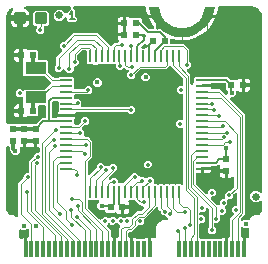
<source format=gtl>
G04 EAGLE Gerber RS-274X export*
G75*
%MOMM*%
%FSLAX34Y34*%
%LPD*%
%INTop Copper*%
%IPPOS*%
%AMOC8*
5,1,8,0,0,1.08239X$1,22.5*%
G01*
%ADD10C,0.127000*%
%ADD11R,1.800000X1.000000*%
%ADD12R,0.600000X0.600000*%
%ADD13C,0.635000*%
%ADD14C,0.300000*%
%ADD15R,0.350000X1.450000*%
%ADD16C,0.352400*%
%ADD17C,0.101600*%
%ADD18R,1.000000X0.220000*%
%ADD19R,0.220000X1.000000*%
%ADD20C,0.406400*%
%ADD21C,0.203200*%
%ADD22C,0.200000*%
%ADD23C,0.114300*%
%ADD24C,0.152400*%

G36*
X177507Y213433D02*
X177507Y213433D01*
X177515Y213458D01*
X178235Y217456D01*
X178231Y217495D01*
X178237Y217533D01*
X178224Y217563D01*
X178221Y217595D01*
X178196Y217625D01*
X178180Y217661D01*
X178153Y217679D01*
X178133Y217704D01*
X178096Y217717D01*
X178064Y217738D01*
X178008Y217747D01*
X178001Y217749D01*
X177997Y217748D01*
X177990Y217749D01*
X169990Y217749D01*
X169926Y217731D01*
X169856Y217710D01*
X169855Y217710D01*
X169810Y217658D01*
X169764Y217605D01*
X169764Y217604D01*
X169743Y217533D01*
X169361Y214671D01*
X168542Y211922D01*
X167303Y209336D01*
X165675Y206975D01*
X163697Y204897D01*
X161419Y203155D01*
X158897Y201791D01*
X156191Y200838D01*
X153371Y200320D01*
X150490Y200249D01*
X147609Y200320D01*
X144789Y200838D01*
X142084Y201791D01*
X139561Y203155D01*
X137283Y204897D01*
X135305Y206975D01*
X133677Y209336D01*
X132438Y211922D01*
X131619Y214671D01*
X131237Y217533D01*
X131210Y217595D01*
X131180Y217661D01*
X131120Y217701D01*
X131064Y217738D01*
X130990Y217749D01*
X130478Y217749D01*
X130469Y217764D01*
X130439Y217792D01*
X130416Y217825D01*
X130324Y217901D01*
X130237Y217982D01*
X130202Y218002D01*
X130171Y218027D01*
X130063Y218078D01*
X129959Y218136D01*
X129920Y218146D01*
X129883Y218163D01*
X129766Y218185D01*
X129651Y218215D01*
X129591Y218219D01*
X129571Y218223D01*
X129570Y218223D01*
X129550Y218221D01*
X129490Y218225D01*
X129372Y218210D01*
X129253Y218203D01*
X129214Y218190D01*
X129174Y218185D01*
X129064Y218142D01*
X128950Y218105D01*
X128916Y218083D01*
X128879Y218068D01*
X128782Y217999D01*
X128682Y217935D01*
X128654Y217905D01*
X128621Y217882D01*
X128545Y217790D01*
X128507Y217749D01*
X122990Y217749D01*
X122953Y217739D01*
X122915Y217738D01*
X122888Y217719D01*
X122856Y217710D01*
X122831Y217681D01*
X122799Y217660D01*
X122786Y217630D01*
X122764Y217605D01*
X122758Y217567D01*
X122743Y217532D01*
X122744Y217474D01*
X122743Y217467D01*
X122744Y217464D01*
X122744Y217458D01*
X123438Y213447D01*
X123442Y213438D01*
X123447Y213411D01*
X124152Y211269D01*
X121403Y211269D01*
X121014Y212492D01*
X120369Y215633D01*
X120245Y216895D01*
X120240Y216919D01*
X120240Y216943D01*
X120213Y217077D01*
X120211Y217087D01*
X120210Y217091D01*
X120208Y217100D01*
X120159Y217285D01*
X120116Y217389D01*
X120081Y217495D01*
X120056Y217535D01*
X120038Y217579D01*
X119971Y217669D01*
X119911Y217764D01*
X119877Y217796D01*
X119849Y217834D01*
X119762Y217905D01*
X119680Y217982D01*
X119638Y218005D01*
X119602Y218035D01*
X119500Y218081D01*
X119401Y218136D01*
X119355Y218147D01*
X119313Y218167D01*
X119202Y218187D01*
X119093Y218215D01*
X119021Y218220D01*
X119000Y218223D01*
X118981Y218222D01*
X118933Y218225D01*
X59257Y218225D01*
X59119Y218208D01*
X58981Y218195D01*
X58962Y218188D01*
X58942Y218185D01*
X58812Y218134D01*
X58682Y218087D01*
X58665Y218076D01*
X58646Y218068D01*
X58533Y217987D01*
X58418Y217909D01*
X58405Y217893D01*
X58389Y217882D01*
X58300Y217774D01*
X58208Y217670D01*
X58199Y217652D01*
X58186Y217637D01*
X58127Y217511D01*
X58063Y217387D01*
X58059Y217367D01*
X58050Y217349D01*
X58024Y217212D01*
X57994Y217077D01*
X57994Y217056D01*
X57990Y217037D01*
X57999Y216898D01*
X58003Y216759D01*
X58009Y216739D01*
X58010Y216719D01*
X58053Y216587D01*
X58092Y216453D01*
X58102Y216436D01*
X58108Y216417D01*
X58183Y216299D01*
X58253Y216179D01*
X58272Y216158D01*
X58278Y216148D01*
X58293Y216134D01*
X58360Y216059D01*
X59523Y214895D01*
X59523Y211074D01*
X59538Y210956D01*
X59546Y210837D01*
X59558Y210799D01*
X59563Y210758D01*
X59607Y210648D01*
X59644Y210535D01*
X59665Y210500D01*
X59680Y210463D01*
X59750Y210367D01*
X59814Y210266D01*
X59843Y210238D01*
X59867Y210205D01*
X59959Y210129D01*
X60045Y210048D01*
X60081Y210028D01*
X60112Y210003D01*
X60220Y209952D01*
X60241Y209940D01*
X61642Y208540D01*
X61642Y206750D01*
X60377Y205485D01*
X54350Y205485D01*
X53085Y206750D01*
X53085Y207713D01*
X53068Y207850D01*
X53055Y207989D01*
X53048Y208008D01*
X53045Y208028D01*
X52994Y208157D01*
X52947Y208288D01*
X52936Y208305D01*
X52928Y208324D01*
X52847Y208436D01*
X52769Y208551D01*
X52753Y208565D01*
X52742Y208581D01*
X52634Y208670D01*
X52530Y208762D01*
X52512Y208771D01*
X52497Y208784D01*
X52371Y208843D01*
X52247Y208906D01*
X52227Y208911D01*
X52209Y208920D01*
X52073Y208946D01*
X51937Y208976D01*
X51916Y208975D01*
X51897Y208979D01*
X51758Y208971D01*
X51619Y208966D01*
X51599Y208961D01*
X51579Y208960D01*
X51447Y208917D01*
X51313Y208878D01*
X51296Y208868D01*
X51277Y208862D01*
X51159Y208787D01*
X51039Y208716D01*
X51018Y208698D01*
X51008Y208691D01*
X50994Y208676D01*
X50919Y208610D01*
X48429Y206120D01*
X44535Y206120D01*
X41782Y208873D01*
X41782Y212767D01*
X44535Y215520D01*
X48429Y215520D01*
X51231Y212717D01*
X51325Y212644D01*
X51414Y212566D01*
X51450Y212547D01*
X51482Y212522D01*
X51592Y212475D01*
X51698Y212421D01*
X51737Y212412D01*
X51774Y212396D01*
X51892Y212377D01*
X52008Y212351D01*
X52048Y212353D01*
X52088Y212346D01*
X52207Y212357D01*
X52326Y212361D01*
X52365Y212372D01*
X52405Y212376D01*
X52517Y212416D01*
X52631Y212449D01*
X52666Y212470D01*
X52704Y212484D01*
X52803Y212551D01*
X52905Y212611D01*
X52950Y212651D01*
X52967Y212662D01*
X52981Y212677D01*
X53026Y212717D01*
X54832Y214523D01*
X56367Y216059D01*
X56452Y216168D01*
X56541Y216275D01*
X56550Y216294D01*
X56562Y216310D01*
X56617Y216437D01*
X56677Y216563D01*
X56680Y216583D01*
X56689Y216602D01*
X56710Y216740D01*
X56736Y216876D01*
X56735Y216896D01*
X56738Y216916D01*
X56725Y217055D01*
X56717Y217193D01*
X56711Y217212D01*
X56709Y217232D01*
X56661Y217364D01*
X56619Y217495D01*
X56608Y217513D01*
X56601Y217532D01*
X56523Y217647D01*
X56449Y217764D01*
X56434Y217778D01*
X56422Y217795D01*
X56318Y217887D01*
X56217Y217982D01*
X56199Y217992D01*
X56184Y218005D01*
X56060Y218069D01*
X55938Y218136D01*
X55919Y218141D01*
X55901Y218150D01*
X55765Y218180D01*
X55630Y218215D01*
X55602Y218217D01*
X55590Y218220D01*
X55570Y218219D01*
X55470Y218225D01*
X18281Y218225D01*
X18131Y218206D01*
X17978Y218189D01*
X17972Y218186D01*
X17965Y218185D01*
X17825Y218130D01*
X17682Y218075D01*
X17676Y218071D01*
X17670Y218068D01*
X17547Y217979D01*
X17422Y217891D01*
X17418Y217885D01*
X17412Y217882D01*
X17316Y217765D01*
X17217Y217648D01*
X17214Y217642D01*
X17210Y217637D01*
X17145Y217499D01*
X17078Y217362D01*
X17077Y217355D01*
X17074Y217349D01*
X17046Y217200D01*
X17015Y217050D01*
X17016Y217043D01*
X17014Y217037D01*
X17024Y216885D01*
X17032Y216732D01*
X17034Y216726D01*
X17034Y216719D01*
X17081Y216574D01*
X17126Y216429D01*
X17130Y216423D01*
X17132Y216417D01*
X17215Y216286D01*
X17294Y216158D01*
X17299Y216154D01*
X17302Y216148D01*
X17414Y216042D01*
X17523Y215938D01*
X17529Y215935D01*
X17534Y215930D01*
X17667Y215857D01*
X17800Y215781D01*
X17809Y215779D01*
X17812Y215776D01*
X17823Y215774D01*
X17952Y215730D01*
X18642Y215545D01*
X19563Y215013D01*
X20315Y214261D01*
X20847Y213340D01*
X21123Y212312D01*
X21123Y210779D01*
X14812Y210779D01*
X14694Y210764D01*
X14575Y210757D01*
X14537Y210744D01*
X14497Y210739D01*
X14386Y210696D01*
X14273Y210659D01*
X14239Y210637D01*
X14201Y210622D01*
X14105Y210553D01*
X14004Y210489D01*
X13976Y210459D01*
X13944Y210436D01*
X13868Y210344D01*
X13786Y210257D01*
X13767Y210222D01*
X13741Y210191D01*
X13690Y210083D01*
X13633Y209979D01*
X13623Y209939D01*
X13605Y209903D01*
X13585Y209796D01*
X13581Y209826D01*
X13537Y209936D01*
X13501Y210049D01*
X13479Y210084D01*
X13464Y210121D01*
X13394Y210217D01*
X13331Y210318D01*
X13301Y210346D01*
X13277Y210379D01*
X13186Y210455D01*
X13099Y210536D01*
X13064Y210556D01*
X13032Y210581D01*
X12925Y210632D01*
X12820Y210690D01*
X12781Y210700D01*
X12745Y210717D01*
X12628Y210739D01*
X12512Y210769D01*
X12452Y210773D01*
X12432Y210777D01*
X12412Y210775D01*
X12352Y210779D01*
X6041Y210779D01*
X6041Y212312D01*
X6317Y213340D01*
X6849Y214261D01*
X7234Y214647D01*
X7331Y214771D01*
X7428Y214895D01*
X7428Y214897D01*
X7429Y214898D01*
X7491Y215041D01*
X7555Y215187D01*
X7555Y215188D01*
X7556Y215190D01*
X7582Y215353D01*
X7605Y215501D01*
X7605Y215502D01*
X7606Y215504D01*
X7590Y215664D01*
X7576Y215818D01*
X7576Y215819D01*
X7576Y215821D01*
X7523Y215966D01*
X7470Y216117D01*
X7469Y216119D01*
X7468Y216120D01*
X7383Y216246D01*
X7292Y216381D01*
X7290Y216382D01*
X7290Y216383D01*
X7172Y216487D01*
X7054Y216592D01*
X7052Y216593D01*
X7051Y216594D01*
X6909Y216666D01*
X6771Y216737D01*
X6769Y216737D01*
X6768Y216738D01*
X6614Y216773D01*
X6461Y216808D01*
X6459Y216808D01*
X6458Y216808D01*
X6302Y216803D01*
X6143Y216799D01*
X6141Y216798D01*
X6140Y216798D01*
X5983Y216753D01*
X5837Y216711D01*
X5835Y216710D01*
X5834Y216710D01*
X5831Y216708D01*
X5693Y216638D01*
X4509Y215942D01*
X4444Y215892D01*
X4373Y215850D01*
X4318Y215795D01*
X4257Y215747D01*
X4207Y215683D01*
X4149Y215624D01*
X4065Y215501D01*
X4062Y215496D01*
X4061Y215495D01*
X4058Y215491D01*
X2224Y212372D01*
X2223Y212371D01*
X2222Y212370D01*
X2159Y212223D01*
X2098Y212080D01*
X2098Y212079D01*
X2097Y212077D01*
X2063Y211920D01*
X1789Y210123D01*
X1789Y210107D01*
X1785Y210092D01*
X1775Y209932D01*
X1775Y119721D01*
X1792Y119583D01*
X1805Y119445D01*
X1812Y119426D01*
X1815Y119406D01*
X1866Y119276D01*
X1913Y119146D01*
X1924Y119129D01*
X1932Y119110D01*
X2013Y118998D01*
X2091Y118882D01*
X2107Y118869D01*
X2118Y118853D01*
X2225Y118764D01*
X2330Y118672D01*
X2348Y118663D01*
X2363Y118650D01*
X2489Y118591D01*
X2613Y118527D01*
X2633Y118523D01*
X2651Y118514D01*
X2787Y118488D01*
X2923Y118458D01*
X2944Y118458D01*
X2963Y118455D01*
X3102Y118463D01*
X3241Y118467D01*
X3261Y118473D01*
X3281Y118474D01*
X3413Y118517D01*
X3547Y118556D01*
X3564Y118566D01*
X3583Y118572D01*
X3701Y118647D01*
X3821Y118717D01*
X3842Y118736D01*
X3852Y118743D01*
X3866Y118757D01*
X3942Y118824D01*
X4036Y118919D01*
X11300Y118919D01*
X11417Y118801D01*
X11512Y118728D01*
X11601Y118649D01*
X11637Y118631D01*
X11669Y118606D01*
X11778Y118559D01*
X11884Y118504D01*
X11923Y118496D01*
X11961Y118480D01*
X12078Y118461D01*
X12194Y118435D01*
X12235Y118436D01*
X12275Y118430D01*
X12393Y118441D01*
X12512Y118444D01*
X12551Y118456D01*
X12591Y118459D01*
X12703Y118500D01*
X12818Y118533D01*
X12853Y118553D01*
X12891Y118567D01*
X12989Y118634D01*
X13092Y118694D01*
X13137Y118734D01*
X13154Y118746D01*
X13167Y118761D01*
X13212Y118801D01*
X13436Y119025D01*
X20700Y119025D01*
X20926Y118798D01*
X21021Y118725D01*
X21110Y118646D01*
X21146Y118628D01*
X21178Y118603D01*
X21287Y118556D01*
X21393Y118501D01*
X21432Y118493D01*
X21470Y118477D01*
X21587Y118458D01*
X21703Y118432D01*
X21744Y118433D01*
X21784Y118427D01*
X21902Y118438D01*
X22021Y118441D01*
X22060Y118453D01*
X22100Y118456D01*
X22212Y118497D01*
X22327Y118530D01*
X22362Y118550D01*
X22400Y118564D01*
X22498Y118631D01*
X22601Y118691D01*
X22646Y118731D01*
X22663Y118743D01*
X22676Y118758D01*
X22721Y118798D01*
X22948Y119025D01*
X26986Y119025D01*
X27084Y119037D01*
X27183Y119040D01*
X27241Y119057D01*
X27301Y119065D01*
X27393Y119101D01*
X27489Y119129D01*
X27541Y119159D01*
X27597Y119182D01*
X27677Y119240D01*
X27763Y119290D01*
X27838Y119356D01*
X27854Y119368D01*
X27862Y119378D01*
X27883Y119396D01*
X30168Y121681D01*
X32028Y123541D01*
X33892Y123541D01*
X34010Y123556D01*
X34129Y123563D01*
X34167Y123576D01*
X34208Y123581D01*
X34318Y123624D01*
X34431Y123661D01*
X34466Y123683D01*
X34503Y123698D01*
X34599Y123767D01*
X34700Y123831D01*
X34728Y123861D01*
X34761Y123884D01*
X34837Y123976D01*
X34918Y124063D01*
X34938Y124098D01*
X34963Y124129D01*
X35014Y124237D01*
X35072Y124341D01*
X35082Y124381D01*
X35099Y124417D01*
X35121Y124534D01*
X35151Y124649D01*
X35155Y124709D01*
X35159Y124729D01*
X35157Y124750D01*
X35161Y124810D01*
X35161Y133376D01*
X35146Y133494D01*
X35139Y133613D01*
X35126Y133651D01*
X35121Y133692D01*
X35078Y133802D01*
X35041Y133915D01*
X35019Y133950D01*
X35004Y133987D01*
X34935Y134083D01*
X34871Y134184D01*
X34841Y134212D01*
X34818Y134245D01*
X34726Y134321D01*
X34639Y134402D01*
X34604Y134422D01*
X34573Y134447D01*
X34465Y134498D01*
X34361Y134556D01*
X34321Y134566D01*
X34285Y134583D01*
X34168Y134605D01*
X34053Y134635D01*
X33993Y134639D01*
X33973Y134643D01*
X33952Y134641D01*
X33892Y134645D01*
X29844Y134645D01*
X29726Y134630D01*
X29607Y134623D01*
X29569Y134610D01*
X29528Y134605D01*
X29418Y134562D01*
X29305Y134525D01*
X29270Y134503D01*
X29233Y134488D01*
X29137Y134419D01*
X29036Y134355D01*
X29008Y134325D01*
X28975Y134302D01*
X28899Y134210D01*
X28818Y134123D01*
X28798Y134088D01*
X28773Y134057D01*
X28722Y133949D01*
X28664Y133845D01*
X28654Y133805D01*
X28637Y133769D01*
X28615Y133652D01*
X28585Y133537D01*
X28581Y133477D01*
X28577Y133457D01*
X28579Y133436D01*
X28575Y133376D01*
X28575Y126138D01*
X27682Y125245D01*
X20295Y125245D01*
X20199Y125294D01*
X20160Y125303D01*
X20123Y125319D01*
X20005Y125338D01*
X19889Y125364D01*
X19849Y125363D01*
X19809Y125369D01*
X19690Y125358D01*
X19571Y125354D01*
X19532Y125343D01*
X19492Y125339D01*
X19380Y125299D01*
X19266Y125266D01*
X19231Y125245D01*
X19193Y125232D01*
X19094Y125165D01*
X18992Y125104D01*
X18947Y125064D01*
X18930Y125053D01*
X18916Y125038D01*
X18871Y124998D01*
X18610Y124737D01*
X18031Y124402D01*
X17384Y124229D01*
X15549Y124229D01*
X15549Y129540D01*
X15534Y129658D01*
X15527Y129777D01*
X15525Y129784D01*
X15539Y129840D01*
X15543Y129900D01*
X15547Y129920D01*
X15545Y129940D01*
X15549Y130000D01*
X15549Y135513D01*
X15583Y135537D01*
X15684Y135601D01*
X15712Y135631D01*
X15745Y135654D01*
X15821Y135746D01*
X15902Y135833D01*
X15922Y135868D01*
X15947Y135899D01*
X15998Y136007D01*
X16056Y136111D01*
X16066Y136151D01*
X16083Y136187D01*
X16105Y136304D01*
X16135Y136419D01*
X16139Y136479D01*
X16143Y136499D01*
X16141Y136520D01*
X16145Y136580D01*
X16145Y140139D01*
X16128Y140278D01*
X16115Y140416D01*
X16108Y140435D01*
X16105Y140454D01*
X16054Y140584D01*
X16007Y140715D01*
X15996Y140732D01*
X15988Y140750D01*
X15906Y140863D01*
X15828Y140978D01*
X15813Y140991D01*
X15802Y141007D01*
X15694Y141096D01*
X15590Y141189D01*
X15572Y141198D01*
X15557Y141210D01*
X15430Y141270D01*
X15306Y141333D01*
X15287Y141337D01*
X15269Y141346D01*
X15132Y141372D01*
X14996Y141402D01*
X14976Y141402D01*
X14957Y141406D01*
X14817Y141397D01*
X14678Y141393D01*
X14659Y141387D01*
X14639Y141386D01*
X14625Y141381D01*
X11601Y141381D01*
X9675Y143307D01*
X9675Y146029D01*
X11601Y147955D01*
X14323Y147955D01*
X14913Y147365D01*
X15007Y147292D01*
X15097Y147213D01*
X15133Y147195D01*
X15165Y147170D01*
X15274Y147123D01*
X15380Y147068D01*
X15419Y147060D01*
X15457Y147043D01*
X15574Y147025D01*
X15690Y146999D01*
X15731Y147000D01*
X15771Y146994D01*
X15889Y147005D01*
X16008Y147008D01*
X16047Y147020D01*
X16087Y147023D01*
X16199Y147064D01*
X16314Y147097D01*
X16348Y147117D01*
X16387Y147131D01*
X16485Y147198D01*
X16588Y147258D01*
X16633Y147298D01*
X16650Y147310D01*
X16663Y147325D01*
X16708Y147365D01*
X17038Y147695D01*
X33604Y147695D01*
X33702Y147707D01*
X33801Y147710D01*
X33860Y147727D01*
X33920Y147735D01*
X34012Y147771D01*
X34107Y147799D01*
X34159Y147829D01*
X34215Y147852D01*
X34296Y147910D01*
X34381Y147960D01*
X34456Y148026D01*
X34473Y148038D01*
X34481Y148048D01*
X34502Y148066D01*
X39208Y152773D01*
X39281Y152867D01*
X39360Y152956D01*
X39378Y152992D01*
X39403Y153024D01*
X39450Y153133D01*
X39504Y153239D01*
X39513Y153278D01*
X39529Y153316D01*
X39548Y153433D01*
X39574Y153549D01*
X39573Y153590D01*
X39579Y153630D01*
X39568Y153748D01*
X39564Y153867D01*
X39553Y153906D01*
X39549Y153946D01*
X39509Y154058D01*
X39476Y154173D01*
X39455Y154208D01*
X39442Y154246D01*
X39375Y154344D01*
X39314Y154447D01*
X39274Y154492D01*
X39263Y154509D01*
X39248Y154522D01*
X39208Y154568D01*
X38246Y155530D01*
X34502Y159274D01*
X34424Y159334D01*
X34351Y159402D01*
X34298Y159431D01*
X34251Y159468D01*
X34160Y159508D01*
X34073Y159556D01*
X34014Y159571D01*
X33959Y159595D01*
X33861Y159610D01*
X33765Y159635D01*
X33665Y159641D01*
X33645Y159645D01*
X33632Y159643D01*
X33604Y159645D01*
X17038Y159645D01*
X16145Y160538D01*
X16145Y170260D01*
X16130Y170378D01*
X16123Y170497D01*
X16110Y170535D01*
X16105Y170576D01*
X16062Y170686D01*
X16025Y170799D01*
X16003Y170834D01*
X15988Y170871D01*
X15919Y170967D01*
X15855Y171068D01*
X15825Y171096D01*
X15802Y171129D01*
X15710Y171205D01*
X15623Y171286D01*
X15588Y171306D01*
X15557Y171331D01*
X15549Y171335D01*
X15549Y176840D01*
X15534Y176958D01*
X15527Y177077D01*
X15525Y177084D01*
X15539Y177140D01*
X15543Y177200D01*
X15547Y177220D01*
X15545Y177240D01*
X15549Y177300D01*
X15549Y182611D01*
X17384Y182611D01*
X18031Y182438D01*
X18610Y182103D01*
X18871Y181842D01*
X18965Y181769D01*
X19054Y181690D01*
X19090Y181672D01*
X19122Y181647D01*
X19232Y181600D01*
X19338Y181546D01*
X19377Y181537D01*
X19414Y181521D01*
X19532Y181502D01*
X19648Y181476D01*
X19688Y181477D01*
X19728Y181471D01*
X19847Y181482D01*
X19966Y181486D01*
X20005Y181497D01*
X20045Y181501D01*
X20157Y181541D01*
X20271Y181574D01*
X20306Y181595D01*
X27682Y181595D01*
X28575Y180702D01*
X28575Y173964D01*
X28590Y173846D01*
X28597Y173727D01*
X28610Y173689D01*
X28615Y173648D01*
X28658Y173538D01*
X28695Y173425D01*
X28717Y173390D01*
X28732Y173353D01*
X28801Y173257D01*
X28865Y173156D01*
X28895Y173128D01*
X28918Y173095D01*
X29010Y173019D01*
X29097Y172938D01*
X29132Y172918D01*
X29163Y172893D01*
X29271Y172842D01*
X29375Y172784D01*
X29415Y172774D01*
X29451Y172757D01*
X29568Y172735D01*
X29683Y172705D01*
X29743Y172701D01*
X29763Y172697D01*
X29784Y172699D01*
X29844Y172695D01*
X36302Y172695D01*
X37195Y171802D01*
X37195Y162856D01*
X37207Y162758D01*
X37210Y162658D01*
X37227Y162600D01*
X37235Y162540D01*
X37271Y162448D01*
X37299Y162353D01*
X37329Y162301D01*
X37352Y162244D01*
X37410Y162164D01*
X37460Y162079D01*
X37526Y162004D01*
X37538Y161987D01*
X37548Y161979D01*
X37566Y161958D01*
X41120Y158404D01*
X41199Y158344D01*
X41271Y158276D01*
X41324Y158247D01*
X41372Y158210D01*
X41462Y158170D01*
X41549Y158122D01*
X41608Y158107D01*
X41663Y158083D01*
X41761Y158068D01*
X41857Y158043D01*
X41957Y158037D01*
X41977Y158033D01*
X41990Y158035D01*
X42018Y158033D01*
X45751Y158033D01*
X45849Y158045D01*
X45948Y158048D01*
X46006Y158065D01*
X46066Y158073D01*
X46158Y158109D01*
X46253Y158137D01*
X46306Y158167D01*
X46362Y158190D01*
X46442Y158248D01*
X46527Y158298D01*
X46603Y158364D01*
X46619Y158376D01*
X46627Y158386D01*
X46648Y158404D01*
X46868Y158625D01*
X58132Y158625D01*
X59025Y157732D01*
X59025Y154240D01*
X59002Y154214D01*
X58984Y154178D01*
X58959Y154146D01*
X58911Y154037D01*
X58857Y153931D01*
X58849Y153891D01*
X58833Y153854D01*
X58814Y153736D01*
X58788Y153621D01*
X58789Y153580D01*
X58783Y153540D01*
X58794Y153421D01*
X58797Y153303D01*
X58809Y153264D01*
X58812Y153224D01*
X58853Y153111D01*
X58886Y152997D01*
X58906Y152962D01*
X58920Y152924D01*
X58987Y152826D01*
X59025Y152762D01*
X59025Y149302D01*
X59040Y149184D01*
X59047Y149065D01*
X59060Y149027D01*
X59065Y148986D01*
X59108Y148876D01*
X59145Y148763D01*
X59167Y148728D01*
X59182Y148691D01*
X59251Y148595D01*
X59315Y148494D01*
X59345Y148466D01*
X59368Y148433D01*
X59460Y148357D01*
X59547Y148276D01*
X59582Y148256D01*
X59613Y148231D01*
X59721Y148180D01*
X59825Y148122D01*
X59865Y148112D01*
X59901Y148095D01*
X60018Y148073D01*
X60133Y148043D01*
X60193Y148039D01*
X60213Y148035D01*
X60234Y148037D01*
X60294Y148033D01*
X66659Y148033D01*
X66757Y148045D01*
X66856Y148048D01*
X66914Y148065D01*
X66974Y148073D01*
X67066Y148109D01*
X67162Y148137D01*
X67214Y148167D01*
X67270Y148190D01*
X67350Y148248D01*
X67435Y148298D01*
X67511Y148364D01*
X67527Y148376D01*
X67535Y148386D01*
X67556Y148404D01*
X69759Y150607D01*
X72481Y150607D01*
X74407Y148681D01*
X74407Y145959D01*
X72481Y144033D01*
X71234Y144033D01*
X71136Y144021D01*
X71037Y144018D01*
X70978Y144001D01*
X70918Y143993D01*
X70852Y143967D01*
X60294Y143967D01*
X60176Y143952D01*
X60057Y143945D01*
X60019Y143932D01*
X59978Y143927D01*
X59868Y143884D01*
X59755Y143847D01*
X59720Y143825D01*
X59683Y143810D01*
X59587Y143741D01*
X59486Y143677D01*
X59458Y143647D01*
X59425Y143624D01*
X59349Y143532D01*
X59268Y143445D01*
X59248Y143410D01*
X59223Y143379D01*
X59172Y143271D01*
X59114Y143167D01*
X59104Y143127D01*
X59087Y143091D01*
X59065Y142974D01*
X59035Y142859D01*
X59031Y142799D01*
X59027Y142779D01*
X59029Y142758D01*
X59025Y142698D01*
X59025Y141056D01*
X59040Y140938D01*
X59047Y140819D01*
X59060Y140781D01*
X59065Y140740D01*
X59108Y140630D01*
X59145Y140517D01*
X59167Y140482D01*
X59182Y140445D01*
X59251Y140349D01*
X59315Y140248D01*
X59345Y140220D01*
X59368Y140187D01*
X59460Y140111D01*
X59547Y140030D01*
X59582Y140010D01*
X59613Y139985D01*
X59721Y139934D01*
X59825Y139876D01*
X59865Y139866D01*
X59901Y139849D01*
X60018Y139827D01*
X60133Y139797D01*
X60193Y139793D01*
X60213Y139789D01*
X60234Y139791D01*
X60294Y139787D01*
X63361Y139787D01*
X65287Y137861D01*
X65287Y135121D01*
X65263Y135090D01*
X65174Y134983D01*
X65165Y134964D01*
X65153Y134948D01*
X65097Y134820D01*
X65038Y134695D01*
X65034Y134675D01*
X65026Y134656D01*
X65005Y134519D01*
X64978Y134382D01*
X64980Y134362D01*
X64977Y134342D01*
X64990Y134204D01*
X64998Y134065D01*
X65004Y134046D01*
X65006Y134026D01*
X65053Y133895D01*
X65096Y133763D01*
X65107Y133745D01*
X65114Y133726D01*
X65192Y133611D01*
X65266Y133494D01*
X65281Y133480D01*
X65292Y133463D01*
X65397Y133371D01*
X65498Y133276D01*
X65516Y133266D01*
X65531Y133253D01*
X65655Y133190D01*
X65776Y133122D01*
X65796Y133117D01*
X65814Y133108D01*
X65950Y133078D01*
X66084Y133043D01*
X66112Y133041D01*
X66124Y133038D01*
X66145Y133039D01*
X66245Y133033D01*
X104459Y133033D01*
X104557Y133045D01*
X104656Y133048D01*
X104714Y133065D01*
X104774Y133073D01*
X104866Y133109D01*
X104962Y133137D01*
X105014Y133167D01*
X105070Y133190D01*
X105150Y133248D01*
X105235Y133298D01*
X105311Y133364D01*
X105327Y133376D01*
X105335Y133386D01*
X105356Y133404D01*
X106039Y134087D01*
X108761Y134087D01*
X110687Y132161D01*
X110687Y129439D01*
X108761Y127513D01*
X106039Y127513D01*
X104956Y128596D01*
X104878Y128656D01*
X104806Y128724D01*
X104753Y128753D01*
X104705Y128790D01*
X104614Y128830D01*
X104527Y128878D01*
X104469Y128893D01*
X104413Y128917D01*
X104315Y128932D01*
X104220Y128957D01*
X104119Y128963D01*
X104099Y128967D01*
X104087Y128965D01*
X104059Y128967D01*
X61284Y128967D01*
X61159Y128951D01*
X61034Y128942D01*
X61002Y128932D01*
X60969Y128927D01*
X60852Y128881D01*
X60732Y128841D01*
X60704Y128823D01*
X60673Y128810D01*
X60571Y128737D01*
X60466Y128668D01*
X60443Y128643D01*
X60416Y128624D01*
X60335Y128527D01*
X60250Y128434D01*
X60234Y128405D01*
X60213Y128379D01*
X60159Y128265D01*
X60100Y128154D01*
X60092Y128121D01*
X60077Y128091D01*
X60054Y127968D01*
X60023Y127845D01*
X60024Y127812D01*
X60017Y127779D01*
X60025Y127653D01*
X60026Y127527D01*
X60036Y127479D01*
X60037Y127461D01*
X60041Y127450D01*
X60041Y127269D01*
X52500Y127269D01*
X44959Y127269D01*
X44959Y127434D01*
X45132Y128081D01*
X45467Y128660D01*
X45603Y128797D01*
X45664Y128875D01*
X45732Y128947D01*
X45761Y129000D01*
X45798Y129048D01*
X45838Y129139D01*
X45886Y129225D01*
X45901Y129284D01*
X45925Y129340D01*
X45940Y129437D01*
X45965Y129533D01*
X45971Y129634D01*
X45975Y129654D01*
X45973Y129666D01*
X45975Y129694D01*
X45975Y132760D01*
X45998Y132786D01*
X46016Y132822D01*
X46041Y132854D01*
X46089Y132963D01*
X46143Y133069D01*
X46151Y133109D01*
X46167Y133146D01*
X46186Y133264D01*
X46212Y133379D01*
X46211Y133420D01*
X46217Y133460D01*
X46206Y133579D01*
X46203Y133697D01*
X46191Y133736D01*
X46188Y133776D01*
X46147Y133889D01*
X46114Y134003D01*
X46094Y134038D01*
X46080Y134076D01*
X46013Y134174D01*
X45975Y134238D01*
X45975Y137190D01*
X45960Y137308D01*
X45953Y137427D01*
X45940Y137465D01*
X45935Y137506D01*
X45892Y137616D01*
X45855Y137729D01*
X45833Y137764D01*
X45818Y137801D01*
X45749Y137897D01*
X45685Y137998D01*
X45655Y138026D01*
X45632Y138059D01*
X45540Y138135D01*
X45453Y138216D01*
X45418Y138236D01*
X45387Y138261D01*
X45279Y138312D01*
X45175Y138370D01*
X45135Y138380D01*
X45099Y138397D01*
X44982Y138419D01*
X44867Y138449D01*
X44807Y138453D01*
X44787Y138457D01*
X44766Y138455D01*
X44706Y138459D01*
X42078Y138459D01*
X41980Y138447D01*
X41881Y138444D01*
X41823Y138427D01*
X41763Y138419D01*
X41671Y138383D01*
X41575Y138355D01*
X41523Y138325D01*
X41467Y138302D01*
X41387Y138244D01*
X41302Y138194D01*
X41226Y138128D01*
X41210Y138116D01*
X41202Y138106D01*
X41181Y138088D01*
X40614Y137521D01*
X40554Y137443D01*
X40486Y137371D01*
X40457Y137318D01*
X40420Y137270D01*
X40380Y137179D01*
X40332Y137092D01*
X40317Y137034D01*
X40293Y136978D01*
X40278Y136880D01*
X40253Y136785D01*
X40247Y136684D01*
X40243Y136664D01*
X40245Y136652D01*
X40243Y136624D01*
X40243Y124810D01*
X40258Y124692D01*
X40265Y124573D01*
X40278Y124535D01*
X40283Y124494D01*
X40326Y124384D01*
X40363Y124271D01*
X40385Y124236D01*
X40400Y124199D01*
X40469Y124103D01*
X40533Y124002D01*
X40563Y123974D01*
X40586Y123941D01*
X40678Y123865D01*
X40765Y123784D01*
X40800Y123764D01*
X40831Y123739D01*
X40939Y123688D01*
X41043Y123630D01*
X41083Y123620D01*
X41119Y123603D01*
X41236Y123581D01*
X41351Y123551D01*
X41411Y123547D01*
X41431Y123543D01*
X41452Y123545D01*
X41512Y123541D01*
X43690Y123541D01*
X43808Y123556D01*
X43927Y123563D01*
X43965Y123576D01*
X44006Y123581D01*
X44116Y123624D01*
X44229Y123661D01*
X44264Y123683D01*
X44301Y123698D01*
X44397Y123767D01*
X44498Y123831D01*
X44526Y123861D01*
X44559Y123884D01*
X44635Y123976D01*
X44716Y124063D01*
X44736Y124098D01*
X44761Y124129D01*
X44812Y124237D01*
X44870Y124341D01*
X44880Y124381D01*
X44897Y124417D01*
X44919Y124534D01*
X44949Y124649D01*
X44953Y124709D01*
X44957Y124729D01*
X44957Y124731D01*
X52500Y124731D01*
X60041Y124731D01*
X60041Y124566D01*
X59868Y123919D01*
X59533Y123340D01*
X59397Y123203D01*
X59336Y123125D01*
X59268Y123053D01*
X59239Y123000D01*
X59202Y122952D01*
X59162Y122861D01*
X59114Y122775D01*
X59099Y122716D01*
X59075Y122660D01*
X59060Y122563D01*
X59035Y122467D01*
X59029Y122366D01*
X59025Y122346D01*
X59027Y122334D01*
X59025Y122306D01*
X59025Y119302D01*
X59040Y119184D01*
X59047Y119065D01*
X59060Y119027D01*
X59065Y118986D01*
X59108Y118876D01*
X59145Y118763D01*
X59167Y118728D01*
X59182Y118691D01*
X59251Y118595D01*
X59315Y118494D01*
X59345Y118466D01*
X59368Y118433D01*
X59460Y118357D01*
X59547Y118276D01*
X59582Y118256D01*
X59613Y118231D01*
X59721Y118180D01*
X59825Y118122D01*
X59865Y118112D01*
X59901Y118095D01*
X60018Y118073D01*
X60133Y118043D01*
X60193Y118039D01*
X60213Y118035D01*
X60234Y118037D01*
X60294Y118033D01*
X62054Y118033D01*
X62152Y118045D01*
X62251Y118048D01*
X62310Y118065D01*
X62370Y118073D01*
X62462Y118109D01*
X62557Y118137D01*
X62609Y118167D01*
X62665Y118190D01*
X62746Y118248D01*
X62831Y118298D01*
X62906Y118364D01*
X62923Y118376D01*
X62931Y118386D01*
X62952Y118404D01*
X64922Y120374D01*
X64982Y120453D01*
X65050Y120525D01*
X65079Y120578D01*
X65116Y120626D01*
X65156Y120716D01*
X65204Y120803D01*
X65219Y120862D01*
X65243Y120917D01*
X65258Y121015D01*
X65283Y121111D01*
X65289Y121211D01*
X65293Y121231D01*
X65291Y121244D01*
X65293Y121272D01*
X65293Y122519D01*
X67219Y124445D01*
X69941Y124445D01*
X71867Y122519D01*
X71867Y119797D01*
X69941Y117871D01*
X68694Y117871D01*
X68596Y117859D01*
X68497Y117856D01*
X68438Y117839D01*
X68378Y117831D01*
X68286Y117795D01*
X68191Y117767D01*
X68139Y117737D01*
X68083Y117714D01*
X68002Y117656D01*
X67917Y117606D01*
X67842Y117540D01*
X67825Y117528D01*
X67817Y117518D01*
X67796Y117500D01*
X66120Y115823D01*
X66047Y115729D01*
X65968Y115640D01*
X65950Y115604D01*
X65925Y115572D01*
X65878Y115462D01*
X65824Y115357D01*
X65815Y115317D01*
X65799Y115280D01*
X65780Y115162D01*
X65754Y115046D01*
X65755Y115006D01*
X65749Y114966D01*
X65760Y114847D01*
X65764Y114728D01*
X65775Y114690D01*
X65779Y114649D01*
X65819Y114537D01*
X65852Y114423D01*
X65872Y114388D01*
X65886Y114350D01*
X65953Y114251D01*
X66014Y114149D01*
X66053Y114104D01*
X66065Y114087D01*
X66080Y114073D01*
X66120Y114028D01*
X67787Y112361D01*
X67787Y109302D01*
X67802Y109184D01*
X67809Y109065D01*
X67822Y109027D01*
X67827Y108986D01*
X67870Y108876D01*
X67907Y108763D01*
X67929Y108728D01*
X67944Y108691D01*
X68013Y108595D01*
X68077Y108494D01*
X68107Y108466D01*
X68130Y108433D01*
X68222Y108357D01*
X68309Y108276D01*
X68344Y108256D01*
X68375Y108231D01*
X68483Y108180D01*
X68587Y108122D01*
X68627Y108112D01*
X68663Y108095D01*
X68780Y108073D01*
X68895Y108043D01*
X68955Y108039D01*
X68975Y108035D01*
X68996Y108037D01*
X69056Y108033D01*
X70642Y108033D01*
X72204Y106470D01*
X72970Y105704D01*
X74533Y104142D01*
X74533Y90606D01*
X72970Y89044D01*
X71134Y87208D01*
X71074Y87130D01*
X71006Y87057D01*
X70977Y87004D01*
X70940Y86957D01*
X70900Y86866D01*
X70852Y86779D01*
X70837Y86720D01*
X70813Y86665D01*
X70798Y86567D01*
X70773Y86471D01*
X70767Y86371D01*
X70763Y86351D01*
X70765Y86338D01*
X70763Y86310D01*
X70763Y76953D01*
X70780Y76816D01*
X70793Y76677D01*
X70800Y76658D01*
X70803Y76638D01*
X70854Y76509D01*
X70901Y76378D01*
X70912Y76361D01*
X70920Y76342D01*
X71001Y76230D01*
X71079Y76115D01*
X71095Y76101D01*
X71106Y76085D01*
X71214Y75996D01*
X71318Y75904D01*
X71336Y75895D01*
X71351Y75882D01*
X71477Y75823D01*
X71601Y75760D01*
X71621Y75755D01*
X71639Y75747D01*
X71775Y75721D01*
X71911Y75690D01*
X71932Y75691D01*
X71951Y75687D01*
X72090Y75695D01*
X72229Y75700D01*
X72249Y75705D01*
X72269Y75707D01*
X72401Y75749D01*
X72535Y75788D01*
X72552Y75798D01*
X72571Y75805D01*
X72689Y75879D01*
X72809Y75950D01*
X72830Y75968D01*
X72840Y75975D01*
X72854Y75990D01*
X72929Y76056D01*
X77876Y81002D01*
X77936Y81080D01*
X78004Y81152D01*
X78033Y81205D01*
X78070Y81253D01*
X78110Y81344D01*
X78158Y81431D01*
X78173Y81489D01*
X78197Y81545D01*
X78212Y81643D01*
X78237Y81739D01*
X78243Y81839D01*
X78247Y81859D01*
X78245Y81872D01*
X78247Y81900D01*
X78247Y83403D01*
X80173Y85329D01*
X82895Y85329D01*
X84810Y83414D01*
X84888Y83354D01*
X84960Y83286D01*
X85013Y83257D01*
X85061Y83220D01*
X85152Y83180D01*
X85239Y83132D01*
X85297Y83117D01*
X85353Y83093D01*
X85451Y83078D01*
X85546Y83053D01*
X85647Y83047D01*
X85667Y83043D01*
X85679Y83045D01*
X85707Y83043D01*
X87566Y83043D01*
X87601Y83027D01*
X87707Y82973D01*
X87746Y82964D01*
X87784Y82948D01*
X87901Y82930D01*
X88017Y82904D01*
X88058Y82905D01*
X88098Y82899D01*
X88216Y82910D01*
X88335Y82913D01*
X88374Y82925D01*
X88414Y82928D01*
X88526Y82969D01*
X88641Y83002D01*
X88676Y83022D01*
X88714Y83036D01*
X88812Y83103D01*
X88915Y83163D01*
X88960Y83203D01*
X88977Y83215D01*
X88990Y83230D01*
X89036Y83270D01*
X90841Y85075D01*
X93563Y85075D01*
X95489Y83149D01*
X95489Y80427D01*
X94670Y79608D01*
X94609Y79530D01*
X94541Y79457D01*
X94512Y79404D01*
X94475Y79357D01*
X94446Y79290D01*
X88761Y73605D01*
X88676Y73495D01*
X88588Y73388D01*
X88579Y73370D01*
X88567Y73354D01*
X88511Y73226D01*
X88452Y73100D01*
X88448Y73081D01*
X88440Y73062D01*
X88418Y72924D01*
X88392Y72788D01*
X88394Y72768D01*
X88390Y72748D01*
X88403Y72609D01*
X88412Y72471D01*
X88418Y72451D01*
X88420Y72431D01*
X88467Y72300D01*
X88510Y72168D01*
X88521Y72151D01*
X88528Y72132D01*
X88606Y72017D01*
X88680Y71899D01*
X88695Y71885D01*
X88706Y71869D01*
X88811Y71777D01*
X88912Y71681D01*
X88930Y71672D01*
X88945Y71658D01*
X89069Y71595D01*
X89190Y71528D01*
X89210Y71523D01*
X89228Y71514D01*
X89364Y71483D01*
X89498Y71448D01*
X89526Y71447D01*
X89538Y71444D01*
X89559Y71445D01*
X89659Y71438D01*
X89886Y71438D01*
X89985Y71451D01*
X90084Y71454D01*
X90142Y71470D01*
X90202Y71478D01*
X90294Y71514D01*
X90389Y71542D01*
X90441Y71573D01*
X90498Y71595D01*
X90578Y71653D01*
X90663Y71704D01*
X90738Y71770D01*
X90755Y71782D01*
X90763Y71791D01*
X90784Y71810D01*
X91603Y72629D01*
X94325Y72629D01*
X96251Y70703D01*
X96251Y69810D01*
X96266Y69692D01*
X96273Y69573D01*
X96286Y69535D01*
X96291Y69494D01*
X96334Y69384D01*
X96371Y69271D01*
X96393Y69236D01*
X96408Y69199D01*
X96477Y69103D01*
X96541Y69002D01*
X96571Y68974D01*
X96594Y68941D01*
X96686Y68865D01*
X96773Y68784D01*
X96808Y68764D01*
X96839Y68739D01*
X96947Y68688D01*
X97051Y68630D01*
X97091Y68620D01*
X97127Y68603D01*
X97244Y68581D01*
X97359Y68551D01*
X97419Y68547D01*
X97439Y68543D01*
X97460Y68545D01*
X97520Y68541D01*
X98934Y68541D01*
X99217Y68465D01*
X99322Y68451D01*
X99425Y68428D01*
X99478Y68429D01*
X99532Y68422D01*
X99637Y68434D01*
X99742Y68437D01*
X99794Y68452D01*
X99848Y68458D01*
X99946Y68496D01*
X100048Y68526D01*
X100094Y68553D01*
X100145Y68572D01*
X100231Y68634D01*
X100322Y68687D01*
X100386Y68744D01*
X100404Y68756D01*
X100414Y68768D01*
X100443Y68794D01*
X106144Y74494D01*
X106204Y74573D01*
X106272Y74645D01*
X106301Y74698D01*
X106338Y74746D01*
X106378Y74837D01*
X106395Y74867D01*
X108738Y77211D01*
X111882Y77211D01*
X114248Y74844D01*
X114262Y74811D01*
X114331Y74715D01*
X114395Y74614D01*
X114425Y74586D01*
X114448Y74553D01*
X114540Y74477D01*
X114627Y74396D01*
X114662Y74376D01*
X114693Y74351D01*
X114801Y74300D01*
X114905Y74242D01*
X114945Y74232D01*
X114981Y74215D01*
X115098Y74193D01*
X115213Y74163D01*
X115273Y74159D01*
X115293Y74155D01*
X115314Y74157D01*
X115374Y74153D01*
X117947Y74153D01*
X118991Y73110D01*
X119085Y73037D01*
X119174Y72958D01*
X119210Y72940D01*
X119242Y72915D01*
X119351Y72867D01*
X119457Y72813D01*
X119496Y72804D01*
X119534Y72788D01*
X119651Y72770D01*
X119767Y72744D01*
X119808Y72745D01*
X119848Y72739D01*
X119966Y72750D01*
X120085Y72753D01*
X120124Y72765D01*
X120164Y72768D01*
X120276Y72809D01*
X120391Y72842D01*
X120426Y72862D01*
X120464Y72876D01*
X120562Y72943D01*
X120665Y73003D01*
X120710Y73043D01*
X120727Y73055D01*
X120740Y73070D01*
X120786Y73110D01*
X121829Y74153D01*
X124551Y74153D01*
X126477Y72227D01*
X126477Y69451D01*
X126469Y69440D01*
X126413Y69312D01*
X126354Y69187D01*
X126350Y69167D01*
X126342Y69148D01*
X126321Y69011D01*
X126294Y68874D01*
X126296Y68854D01*
X126293Y68834D01*
X126306Y68696D01*
X126314Y68557D01*
X126320Y68538D01*
X126322Y68518D01*
X126369Y68387D01*
X126412Y68255D01*
X126423Y68237D01*
X126430Y68218D01*
X126508Y68104D01*
X126582Y67986D01*
X126597Y67972D01*
X126608Y67955D01*
X126713Y67863D01*
X126814Y67768D01*
X126832Y67758D01*
X126847Y67745D01*
X126971Y67681D01*
X127092Y67614D01*
X127112Y67609D01*
X127130Y67600D01*
X127266Y67570D01*
X127400Y67535D01*
X127428Y67533D01*
X127440Y67530D01*
X127461Y67531D01*
X127561Y67525D01*
X129260Y67525D01*
X129286Y67502D01*
X129322Y67484D01*
X129354Y67459D01*
X129463Y67411D01*
X129569Y67357D01*
X129609Y67349D01*
X129646Y67333D01*
X129764Y67314D01*
X129879Y67288D01*
X129920Y67289D01*
X129960Y67283D01*
X130079Y67294D01*
X130197Y67297D01*
X130236Y67309D01*
X130276Y67312D01*
X130389Y67353D01*
X130503Y67386D01*
X130538Y67406D01*
X130576Y67420D01*
X130674Y67487D01*
X130738Y67525D01*
X134260Y67525D01*
X134286Y67502D01*
X134322Y67484D01*
X134354Y67459D01*
X134463Y67412D01*
X134569Y67357D01*
X134608Y67349D01*
X134646Y67333D01*
X134763Y67314D01*
X134879Y67288D01*
X134920Y67289D01*
X134960Y67283D01*
X135078Y67294D01*
X135197Y67297D01*
X135236Y67309D01*
X135276Y67312D01*
X135388Y67353D01*
X135503Y67386D01*
X135537Y67406D01*
X135576Y67420D01*
X135674Y67487D01*
X135738Y67525D01*
X139260Y67525D01*
X139286Y67502D01*
X139322Y67484D01*
X139354Y67459D01*
X139463Y67411D01*
X139569Y67357D01*
X139609Y67349D01*
X139646Y67333D01*
X139764Y67314D01*
X139879Y67288D01*
X139920Y67289D01*
X139960Y67283D01*
X140079Y67294D01*
X140197Y67297D01*
X140236Y67309D01*
X140276Y67312D01*
X140389Y67353D01*
X140503Y67386D01*
X140538Y67406D01*
X140576Y67420D01*
X140674Y67487D01*
X140738Y67525D01*
X144260Y67525D01*
X144286Y67502D01*
X144322Y67484D01*
X144354Y67459D01*
X144463Y67412D01*
X144569Y67357D01*
X144608Y67349D01*
X144646Y67333D01*
X144763Y67314D01*
X144879Y67288D01*
X144920Y67289D01*
X144960Y67283D01*
X145078Y67294D01*
X145197Y67297D01*
X145236Y67309D01*
X145276Y67312D01*
X145388Y67353D01*
X145503Y67386D01*
X145537Y67406D01*
X145576Y67420D01*
X145674Y67487D01*
X145738Y67525D01*
X149232Y67525D01*
X149280Y67476D01*
X149390Y67391D01*
X149497Y67302D01*
X149516Y67293D01*
X149532Y67281D01*
X149659Y67226D01*
X149785Y67166D01*
X149805Y67163D01*
X149824Y67155D01*
X149961Y67133D01*
X150098Y67107D01*
X150118Y67108D01*
X150138Y67105D01*
X150277Y67118D01*
X150415Y67126D01*
X150434Y67133D01*
X150454Y67134D01*
X150586Y67182D01*
X150717Y67224D01*
X150734Y67235D01*
X150754Y67242D01*
X150869Y67320D01*
X150986Y67395D01*
X151000Y67409D01*
X151017Y67421D01*
X151109Y67525D01*
X151204Y67626D01*
X151214Y67644D01*
X151227Y67659D01*
X151291Y67783D01*
X151358Y67905D01*
X151363Y67924D01*
X151372Y67942D01*
X151402Y68078D01*
X151437Y68213D01*
X151439Y68241D01*
X151442Y68253D01*
X151441Y68273D01*
X151447Y68373D01*
X151447Y114460D01*
X151432Y114578D01*
X151425Y114697D01*
X151412Y114735D01*
X151407Y114776D01*
X151364Y114886D01*
X151327Y114999D01*
X151305Y115034D01*
X151290Y115071D01*
X151221Y115167D01*
X151157Y115268D01*
X151127Y115296D01*
X151104Y115329D01*
X151012Y115405D01*
X150925Y115486D01*
X150890Y115506D01*
X150859Y115531D01*
X150751Y115582D01*
X150647Y115640D01*
X150607Y115650D01*
X150571Y115667D01*
X150454Y115689D01*
X150339Y115719D01*
X150279Y115723D01*
X150259Y115727D01*
X150238Y115725D01*
X150178Y115729D01*
X147639Y115729D01*
X145713Y117655D01*
X145713Y120377D01*
X147639Y122303D01*
X150178Y122303D01*
X150296Y122318D01*
X150415Y122325D01*
X150453Y122338D01*
X150494Y122343D01*
X150604Y122386D01*
X150717Y122423D01*
X150752Y122445D01*
X150789Y122460D01*
X150885Y122529D01*
X150986Y122593D01*
X151014Y122623D01*
X151047Y122646D01*
X151123Y122738D01*
X151204Y122825D01*
X151224Y122860D01*
X151249Y122891D01*
X151300Y122999D01*
X151358Y123103D01*
X151368Y123143D01*
X151385Y123179D01*
X151407Y123296D01*
X151437Y123411D01*
X151441Y123471D01*
X151445Y123491D01*
X151443Y123512D01*
X151447Y123572D01*
X151447Y142864D01*
X151432Y142982D01*
X151425Y143101D01*
X151412Y143139D01*
X151407Y143180D01*
X151364Y143290D01*
X151327Y143403D01*
X151305Y143438D01*
X151290Y143475D01*
X151221Y143571D01*
X151157Y143672D01*
X151127Y143700D01*
X151104Y143733D01*
X151012Y143809D01*
X150925Y143890D01*
X150890Y143910D01*
X150859Y143935D01*
X150751Y143986D01*
X150647Y144044D01*
X150607Y144054D01*
X150571Y144071D01*
X150454Y144093D01*
X150339Y144123D01*
X150279Y144127D01*
X150259Y144131D01*
X150238Y144129D01*
X150178Y144133D01*
X148439Y144133D01*
X146513Y146059D01*
X146513Y148781D01*
X148439Y150707D01*
X150178Y150707D01*
X150296Y150722D01*
X150415Y150729D01*
X150453Y150742D01*
X150494Y150747D01*
X150604Y150790D01*
X150717Y150827D01*
X150752Y150849D01*
X150789Y150864D01*
X150885Y150933D01*
X150986Y150997D01*
X151014Y151027D01*
X151047Y151050D01*
X151123Y151142D01*
X151204Y151229D01*
X151224Y151264D01*
X151249Y151295D01*
X151300Y151403D01*
X151358Y151507D01*
X151368Y151547D01*
X151385Y151583D01*
X151407Y151700D01*
X151437Y151815D01*
X151441Y151875D01*
X151445Y151895D01*
X151443Y151916D01*
X151447Y151976D01*
X151447Y156452D01*
X151435Y156550D01*
X151432Y156649D01*
X151415Y156708D01*
X151407Y156768D01*
X151371Y156860D01*
X151343Y156955D01*
X151313Y157007D01*
X151290Y157063D01*
X151232Y157144D01*
X151182Y157229D01*
X151116Y157304D01*
X151104Y157321D01*
X151094Y157329D01*
X151076Y157350D01*
X141077Y167348D01*
X140983Y167421D01*
X140894Y167500D01*
X140858Y167518D01*
X140826Y167543D01*
X140717Y167590D01*
X140611Y167644D01*
X140572Y167653D01*
X140534Y167669D01*
X140417Y167688D01*
X140301Y167714D01*
X140260Y167713D01*
X140220Y167719D01*
X140102Y167708D01*
X139983Y167704D01*
X139944Y167693D01*
X139904Y167689D01*
X139792Y167649D01*
X139677Y167616D01*
X139642Y167595D01*
X139604Y167582D01*
X139506Y167515D01*
X139403Y167454D01*
X139358Y167414D01*
X139341Y167403D01*
X139328Y167388D01*
X139282Y167348D01*
X137288Y165353D01*
X115922Y165353D01*
X115824Y165341D01*
X115725Y165338D01*
X115666Y165321D01*
X115606Y165313D01*
X115514Y165277D01*
X115419Y165249D01*
X115367Y165219D01*
X115311Y165196D01*
X115230Y165138D01*
X115145Y165088D01*
X115070Y165022D01*
X115053Y165010D01*
X115045Y165000D01*
X115024Y164982D01*
X111100Y161058D01*
X111040Y160979D01*
X110972Y160907D01*
X110943Y160854D01*
X110906Y160806D01*
X110866Y160716D01*
X110818Y160629D01*
X110803Y160570D01*
X110779Y160515D01*
X110764Y160417D01*
X110739Y160321D01*
X110733Y160221D01*
X110729Y160201D01*
X110731Y160188D01*
X110729Y160160D01*
X110729Y158913D01*
X108803Y156987D01*
X106081Y156987D01*
X104155Y158913D01*
X104155Y161635D01*
X105198Y162679D01*
X105283Y162788D01*
X105372Y162895D01*
X105381Y162914D01*
X105393Y162930D01*
X105449Y163057D01*
X105508Y163183D01*
X105512Y163203D01*
X105520Y163222D01*
X105542Y163360D01*
X105568Y163496D01*
X105566Y163516D01*
X105570Y163536D01*
X105556Y163675D01*
X105548Y163813D01*
X105542Y163832D01*
X105540Y163852D01*
X105493Y163983D01*
X105450Y164115D01*
X105439Y164133D01*
X105432Y164152D01*
X105354Y164267D01*
X105280Y164384D01*
X105265Y164398D01*
X105254Y164415D01*
X105149Y164507D01*
X105048Y164602D01*
X105030Y164612D01*
X105015Y164625D01*
X104891Y164689D01*
X104770Y164756D01*
X104750Y164761D01*
X104732Y164770D01*
X104596Y164800D01*
X104462Y164835D01*
X104434Y164837D01*
X104422Y164840D01*
X104401Y164839D01*
X104301Y164845D01*
X103808Y164845D01*
X102548Y166105D01*
X102454Y166178D01*
X102365Y166257D01*
X102329Y166275D01*
X102297Y166300D01*
X102187Y166347D01*
X102082Y166401D01*
X102042Y166410D01*
X102005Y166426D01*
X101887Y166445D01*
X101771Y166471D01*
X101731Y166470D01*
X101691Y166476D01*
X101572Y166465D01*
X101453Y166461D01*
X101415Y166450D01*
X101374Y166446D01*
X101262Y166406D01*
X101148Y166373D01*
X101113Y166353D01*
X101075Y166339D01*
X100976Y166272D01*
X100874Y166211D01*
X100829Y166172D01*
X100812Y166160D01*
X100798Y166145D01*
X100753Y166105D01*
X99361Y164713D01*
X96639Y164713D01*
X94713Y166639D01*
X94713Y168206D01*
X94698Y168324D01*
X94691Y168443D01*
X94678Y168481D01*
X94673Y168522D01*
X94630Y168632D01*
X94593Y168745D01*
X94571Y168780D01*
X94556Y168817D01*
X94487Y168913D01*
X94423Y169014D01*
X94393Y169042D01*
X94370Y169075D01*
X94278Y169151D01*
X94191Y169232D01*
X94156Y169252D01*
X94125Y169277D01*
X94017Y169328D01*
X93913Y169386D01*
X93873Y169396D01*
X93837Y169413D01*
X93720Y169435D01*
X93605Y169465D01*
X93545Y169469D01*
X93525Y169473D01*
X93504Y169471D01*
X93444Y169475D01*
X90740Y169475D01*
X90714Y169498D01*
X90678Y169516D01*
X90646Y169541D01*
X90537Y169589D01*
X90431Y169643D01*
X90391Y169651D01*
X90354Y169667D01*
X90236Y169686D01*
X90121Y169712D01*
X90080Y169711D01*
X90040Y169717D01*
X89921Y169706D01*
X89803Y169703D01*
X89764Y169691D01*
X89724Y169688D01*
X89611Y169647D01*
X89497Y169614D01*
X89462Y169594D01*
X89424Y169580D01*
X89326Y169513D01*
X89262Y169475D01*
X85740Y169475D01*
X85714Y169498D01*
X85678Y169516D01*
X85646Y169541D01*
X85537Y169588D01*
X85431Y169643D01*
X85392Y169651D01*
X85354Y169667D01*
X85237Y169686D01*
X85121Y169712D01*
X85080Y169711D01*
X85040Y169717D01*
X84922Y169706D01*
X84803Y169703D01*
X84764Y169691D01*
X84724Y169688D01*
X84612Y169647D01*
X84497Y169614D01*
X84463Y169594D01*
X84424Y169580D01*
X84326Y169513D01*
X84262Y169475D01*
X80476Y169475D01*
X80378Y169463D01*
X80279Y169460D01*
X80220Y169443D01*
X80160Y169435D01*
X80068Y169399D01*
X79973Y169371D01*
X79921Y169341D01*
X79865Y169318D01*
X79784Y169260D01*
X79699Y169210D01*
X79624Y169144D01*
X79607Y169132D01*
X79599Y169122D01*
X79578Y169104D01*
X79442Y168967D01*
X75558Y168967D01*
X75422Y169104D01*
X75343Y169164D01*
X75271Y169232D01*
X75218Y169261D01*
X75170Y169298D01*
X75080Y169338D01*
X74993Y169386D01*
X74934Y169401D01*
X74879Y169425D01*
X74781Y169440D01*
X74685Y169465D01*
X74585Y169471D01*
X74565Y169475D01*
X74552Y169473D01*
X74524Y169475D01*
X70768Y169475D01*
X69875Y170368D01*
X69875Y180032D01*
X69860Y180150D01*
X69853Y180269D01*
X69840Y180307D01*
X69835Y180348D01*
X69792Y180458D01*
X69755Y180571D01*
X69733Y180606D01*
X69718Y180643D01*
X69649Y180739D01*
X69585Y180840D01*
X69555Y180868D01*
X69532Y180901D01*
X69440Y180977D01*
X69353Y181058D01*
X69318Y181078D01*
X69287Y181103D01*
X69179Y181154D01*
X69075Y181212D01*
X69035Y181222D01*
X68999Y181239D01*
X68882Y181261D01*
X68767Y181291D01*
X68707Y181295D01*
X68687Y181299D01*
X68666Y181297D01*
X68606Y181301D01*
X66362Y181301D01*
X66264Y181289D01*
X66165Y181286D01*
X66106Y181269D01*
X66046Y181261D01*
X65954Y181225D01*
X65859Y181197D01*
X65807Y181167D01*
X65751Y181144D01*
X65670Y181086D01*
X65585Y181036D01*
X65510Y180970D01*
X65493Y180958D01*
X65485Y180948D01*
X65464Y180930D01*
X62094Y177560D01*
X62034Y177481D01*
X61966Y177409D01*
X61937Y177356D01*
X61900Y177308D01*
X61860Y177218D01*
X61812Y177131D01*
X61797Y177072D01*
X61773Y177017D01*
X61758Y176919D01*
X61733Y176823D01*
X61727Y176723D01*
X61723Y176703D01*
X61725Y176690D01*
X61723Y176662D01*
X61723Y174083D01*
X61735Y173985D01*
X61738Y173886D01*
X61755Y173828D01*
X61763Y173768D01*
X61799Y173676D01*
X61827Y173580D01*
X61857Y173528D01*
X61880Y173472D01*
X61938Y173392D01*
X61988Y173307D01*
X62054Y173231D01*
X62066Y173215D01*
X62076Y173207D01*
X62094Y173186D01*
X62977Y172303D01*
X62977Y169581D01*
X61051Y167655D01*
X60182Y167655D01*
X60064Y167640D01*
X59945Y167633D01*
X59907Y167620D01*
X59866Y167615D01*
X59756Y167572D01*
X59643Y167535D01*
X59608Y167513D01*
X59571Y167498D01*
X59475Y167429D01*
X59374Y167365D01*
X59346Y167335D01*
X59313Y167312D01*
X59237Y167220D01*
X59156Y167133D01*
X59136Y167098D01*
X59111Y167067D01*
X59060Y166959D01*
X59002Y166855D01*
X58992Y166815D01*
X58975Y166779D01*
X58953Y166662D01*
X58923Y166547D01*
X58919Y166486D01*
X58915Y166467D01*
X58917Y166446D01*
X58913Y166386D01*
X58913Y163782D01*
X56690Y161559D01*
X53546Y161559D01*
X51319Y163786D01*
X51306Y163890D01*
X51293Y164029D01*
X51286Y164048D01*
X51283Y164068D01*
X51232Y164197D01*
X51185Y164329D01*
X51174Y164345D01*
X51166Y164364D01*
X51085Y164477D01*
X51007Y164592D01*
X50991Y164605D01*
X50980Y164621D01*
X50872Y164710D01*
X50768Y164802D01*
X50750Y164811D01*
X50735Y164824D01*
X50609Y164884D01*
X50485Y164947D01*
X50465Y164951D01*
X50447Y164960D01*
X50311Y164986D01*
X50175Y165016D01*
X50154Y165016D01*
X50135Y165020D01*
X49996Y165011D01*
X49857Y165007D01*
X49837Y165001D01*
X49817Y165000D01*
X49685Y164957D01*
X49551Y164918D01*
X49534Y164908D01*
X49515Y164902D01*
X49397Y164827D01*
X49277Y164757D01*
X49256Y164738D01*
X49246Y164732D01*
X49232Y164717D01*
X49157Y164650D01*
X47335Y162829D01*
X44613Y162829D01*
X42687Y164755D01*
X42687Y167477D01*
X43570Y168360D01*
X43630Y168438D01*
X43698Y168510D01*
X43727Y168563D01*
X43764Y168611D01*
X43804Y168702D01*
X43852Y168789D01*
X43867Y168847D01*
X43891Y168903D01*
X43906Y169001D01*
X43931Y169096D01*
X43937Y169197D01*
X43941Y169217D01*
X43939Y169229D01*
X43941Y169257D01*
X43941Y175594D01*
X48681Y180334D01*
X48754Y180428D01*
X48833Y180517D01*
X48851Y180553D01*
X48876Y180585D01*
X48923Y180694D01*
X48977Y180800D01*
X48986Y180840D01*
X49002Y180877D01*
X49021Y180995D01*
X49047Y181111D01*
X49046Y181151D01*
X49052Y181191D01*
X49041Y181310D01*
X49037Y181428D01*
X49026Y181467D01*
X49022Y181508D01*
X48982Y181620D01*
X48949Y181734D01*
X48928Y181769D01*
X48915Y181807D01*
X48848Y181905D01*
X48787Y182008D01*
X48748Y182053D01*
X48736Y182070D01*
X48721Y182083D01*
X48681Y182129D01*
X47005Y183805D01*
X47005Y186527D01*
X48931Y188453D01*
X50432Y188453D01*
X50530Y188465D01*
X50629Y188468D01*
X50688Y188485D01*
X50748Y188493D01*
X50840Y188529D01*
X50935Y188557D01*
X50987Y188587D01*
X51043Y188610D01*
X51124Y188668D01*
X51209Y188718D01*
X51284Y188784D01*
X51301Y188796D01*
X51309Y188806D01*
X51330Y188824D01*
X58340Y195835D01*
X78602Y195835D01*
X89233Y185203D01*
X89328Y185130D01*
X89417Y185051D01*
X89453Y185033D01*
X89485Y185008D01*
X89594Y184961D01*
X89700Y184907D01*
X89739Y184898D01*
X89777Y184882D01*
X89894Y184863D01*
X90010Y184837D01*
X90051Y184838D01*
X90091Y184832D01*
X90209Y184843D01*
X90328Y184847D01*
X90367Y184858D01*
X90407Y184862D01*
X90520Y184902D01*
X90634Y184935D01*
X90668Y184956D01*
X90707Y184969D01*
X90805Y185036D01*
X90908Y185097D01*
X90953Y185137D01*
X90970Y185148D01*
X90983Y185163D01*
X91028Y185203D01*
X93358Y187533D01*
X95752Y187533D01*
X95890Y187550D01*
X96028Y187563D01*
X96047Y187570D01*
X96067Y187573D01*
X96197Y187624D01*
X96328Y187671D01*
X96344Y187682D01*
X96363Y187690D01*
X96476Y187771D01*
X96591Y187849D01*
X96604Y187865D01*
X96620Y187876D01*
X96709Y187984D01*
X96801Y188088D01*
X96810Y188106D01*
X96823Y188121D01*
X96883Y188247D01*
X96946Y188371D01*
X96950Y188391D01*
X96959Y188409D01*
X96985Y188546D01*
X97015Y188681D01*
X97015Y188702D01*
X97019Y188721D01*
X97010Y188860D01*
X97006Y188999D01*
X97000Y189019D01*
X96999Y189039D01*
X96956Y189171D01*
X96917Y189305D01*
X96907Y189322D01*
X96901Y189341D01*
X96826Y189459D01*
X96756Y189579D01*
X96737Y189600D01*
X96731Y189610D01*
X96716Y189624D01*
X96649Y189700D01*
X96607Y189742D01*
X96272Y190321D01*
X96099Y190968D01*
X96099Y192803D01*
X101410Y192803D01*
X101528Y192818D01*
X101647Y192825D01*
X101685Y192837D01*
X101725Y192843D01*
X101836Y192886D01*
X101949Y192923D01*
X101983Y192945D01*
X102021Y192960D01*
X102117Y193029D01*
X102218Y193093D01*
X102246Y193123D01*
X102278Y193146D01*
X102354Y193238D01*
X102436Y193325D01*
X102455Y193360D01*
X102481Y193391D01*
X102501Y193435D01*
X102577Y193490D01*
X102678Y193553D01*
X102706Y193583D01*
X102739Y193607D01*
X102815Y193698D01*
X102896Y193785D01*
X102916Y193820D01*
X102941Y193852D01*
X102992Y193959D01*
X103050Y194064D01*
X103060Y194103D01*
X103077Y194139D01*
X103099Y194256D01*
X103129Y194372D01*
X103133Y194432D01*
X103137Y194452D01*
X103135Y194472D01*
X103139Y194532D01*
X103139Y200986D01*
X103141Y201011D01*
X103145Y201031D01*
X103143Y201052D01*
X103147Y201112D01*
X103147Y203606D01*
X103132Y203724D01*
X103125Y203843D01*
X103123Y203850D01*
X103137Y203906D01*
X103141Y203966D01*
X103145Y203986D01*
X103143Y204006D01*
X103147Y204066D01*
X103147Y209377D01*
X104982Y209377D01*
X105629Y209204D01*
X106208Y208869D01*
X106469Y208608D01*
X106563Y208535D01*
X106652Y208456D01*
X106688Y208438D01*
X106720Y208413D01*
X106830Y208366D01*
X106936Y208312D01*
X106975Y208303D01*
X107012Y208287D01*
X107130Y208268D01*
X107246Y208242D01*
X107286Y208243D01*
X107326Y208237D01*
X107445Y208248D01*
X107564Y208252D01*
X107603Y208263D01*
X107643Y208267D01*
X107755Y208307D01*
X107869Y208340D01*
X107904Y208361D01*
X115280Y208361D01*
X116173Y207468D01*
X116173Y205930D01*
X116185Y205832D01*
X116188Y205733D01*
X116205Y205675D01*
X116213Y205615D01*
X116249Y205523D01*
X116277Y205427D01*
X116307Y205375D01*
X116330Y205319D01*
X116388Y205239D01*
X116438Y205154D01*
X116504Y205078D01*
X116516Y205062D01*
X116526Y205054D01*
X116544Y205033D01*
X122329Y199248D01*
X122407Y199188D01*
X122479Y199120D01*
X122532Y199091D01*
X122580Y199054D01*
X122671Y199014D01*
X122758Y198966D01*
X122816Y198951D01*
X122872Y198927D01*
X122970Y198912D01*
X123065Y198887D01*
X123166Y198881D01*
X123186Y198877D01*
X123198Y198879D01*
X123226Y198877D01*
X125888Y198877D01*
X125990Y198890D01*
X126093Y198893D01*
X126147Y198909D01*
X126203Y198917D01*
X126299Y198954D01*
X126398Y198984D01*
X126446Y199013D01*
X126499Y199034D01*
X126582Y199094D01*
X126671Y199147D01*
X126710Y199187D01*
X126756Y199220D01*
X126822Y199300D01*
X126894Y199373D01*
X126923Y199422D01*
X126959Y199465D01*
X127003Y199559D01*
X127055Y199647D01*
X127071Y199702D01*
X127095Y199753D01*
X127114Y199854D01*
X127142Y199953D01*
X127144Y200010D01*
X127154Y200065D01*
X127148Y200168D01*
X127151Y200271D01*
X127138Y200326D01*
X127135Y200383D01*
X127103Y200481D01*
X127080Y200581D01*
X127054Y200632D01*
X127037Y200685D01*
X126982Y200772D01*
X126935Y200864D01*
X126878Y200936D01*
X126867Y200954D01*
X126856Y200964D01*
X126835Y200991D01*
X126729Y201110D01*
X124858Y203714D01*
X123271Y206500D01*
X122294Y208731D01*
X125126Y208731D01*
X126560Y205874D01*
X126567Y205867D01*
X126579Y205843D01*
X128221Y203506D01*
X128221Y200146D01*
X128236Y200028D01*
X128243Y199909D01*
X128255Y199871D01*
X128260Y199830D01*
X128304Y199720D01*
X128341Y199607D01*
X128363Y199572D01*
X128377Y199535D01*
X128447Y199439D01*
X128511Y199338D01*
X128541Y199310D01*
X128564Y199277D01*
X128656Y199201D01*
X128743Y199120D01*
X128778Y199100D01*
X128809Y199075D01*
X128917Y199024D01*
X129021Y198966D01*
X129060Y198956D01*
X129097Y198939D01*
X129214Y198917D01*
X129329Y198887D01*
X129389Y198883D01*
X129409Y198879D01*
X129410Y198879D01*
X129430Y198881D01*
X129490Y198877D01*
X129608Y198892D01*
X129727Y198899D01*
X129765Y198912D01*
X129806Y198917D01*
X129916Y198960D01*
X130030Y198997D01*
X130064Y199019D01*
X130101Y199034D01*
X130198Y199103D01*
X130298Y199167D01*
X130326Y199197D01*
X130359Y199220D01*
X130435Y199312D01*
X130516Y199399D01*
X130536Y199434D01*
X130562Y199465D01*
X130612Y199573D01*
X130670Y199677D01*
X130680Y199717D01*
X130697Y199753D01*
X130719Y199870D01*
X130749Y199985D01*
X130753Y200045D01*
X130757Y200065D01*
X130756Y200086D01*
X130759Y200146D01*
X130759Y200569D01*
X131744Y199532D01*
X131753Y199527D01*
X131771Y199507D01*
X134976Y196998D01*
X134985Y196994D01*
X135007Y196978D01*
X138544Y194965D01*
X138554Y194963D01*
X138577Y194949D01*
X142372Y193477D01*
X142382Y193476D01*
X142407Y193466D01*
X146376Y192566D01*
X146386Y192567D01*
X146413Y192560D01*
X150471Y192251D01*
X150481Y192254D01*
X150511Y192252D01*
X154559Y192588D01*
X154568Y192592D01*
X154595Y192594D01*
X158551Y193514D01*
X158560Y193519D01*
X158586Y193525D01*
X162368Y195009D01*
X162375Y195015D01*
X162400Y195025D01*
X165926Y197042D01*
X165933Y197049D01*
X165957Y197062D01*
X169153Y199569D01*
X169159Y199577D01*
X169180Y199593D01*
X171979Y202537D01*
X171984Y202546D01*
X172002Y202565D01*
X174345Y205884D01*
X174348Y205893D01*
X174364Y205915D01*
X175791Y208731D01*
X178630Y208731D01*
X177652Y206525D01*
X176060Y203752D01*
X174189Y201160D01*
X172060Y198775D01*
X169694Y196625D01*
X167117Y194731D01*
X164359Y193115D01*
X161447Y191794D01*
X158415Y190782D01*
X155293Y190090D01*
X152117Y189726D01*
X151027Y189715D01*
X150979Y189708D01*
X150508Y189709D01*
X150506Y189709D01*
X150504Y189709D01*
X150500Y189709D01*
X150491Y189709D01*
X150062Y189705D01*
X150058Y189705D01*
X149975Y189710D01*
X148880Y189713D01*
X145693Y190057D01*
X144219Y190375D01*
X142559Y190734D01*
X142000Y190917D01*
X141998Y190917D01*
X141997Y190918D01*
X141844Y190947D01*
X141688Y190978D01*
X141686Y190978D01*
X141684Y190978D01*
X141525Y190968D01*
X141371Y190959D01*
X141369Y190958D01*
X141367Y190958D01*
X141218Y190910D01*
X141068Y190862D01*
X141066Y190861D01*
X141065Y190860D01*
X140930Y190775D01*
X140799Y190692D01*
X140798Y190691D01*
X140796Y190690D01*
X140686Y190574D01*
X140580Y190461D01*
X140579Y190460D01*
X140578Y190458D01*
X140502Y190321D01*
X140426Y190183D01*
X140425Y190182D01*
X140424Y190180D01*
X140386Y190031D01*
X140345Y189876D01*
X140345Y189874D01*
X140345Y189872D01*
X140335Y189711D01*
X140335Y187722D01*
X140350Y187604D01*
X140357Y187485D01*
X140370Y187447D01*
X140375Y187406D01*
X140418Y187296D01*
X140455Y187183D01*
X140477Y187148D01*
X140492Y187111D01*
X140561Y187015D01*
X140625Y186914D01*
X140655Y186886D01*
X140678Y186853D01*
X140770Y186777D01*
X140857Y186696D01*
X140892Y186676D01*
X140923Y186651D01*
X141031Y186600D01*
X141135Y186542D01*
X141175Y186532D01*
X141211Y186515D01*
X141328Y186493D01*
X141443Y186463D01*
X141503Y186459D01*
X141523Y186455D01*
X141544Y186457D01*
X141604Y186453D01*
X152222Y186453D01*
X156493Y182182D01*
X156493Y171851D01*
X156505Y171753D01*
X156508Y171654D01*
X156525Y171596D01*
X156533Y171536D01*
X156569Y171444D01*
X156597Y171348D01*
X156627Y171296D01*
X156650Y171240D01*
X156708Y171160D01*
X156758Y171075D01*
X156824Y170999D01*
X156836Y170983D01*
X156846Y170975D01*
X156864Y170954D01*
X157747Y170071D01*
X157747Y167349D01*
X155821Y165423D01*
X155716Y165423D01*
X155578Y165406D01*
X155439Y165393D01*
X155420Y165386D01*
X155400Y165383D01*
X155271Y165332D01*
X155140Y165285D01*
X155123Y165274D01*
X155104Y165266D01*
X154992Y165185D01*
X154877Y165107D01*
X154864Y165091D01*
X154847Y165080D01*
X154758Y164972D01*
X154666Y164868D01*
X154657Y164850D01*
X154644Y164835D01*
X154585Y164709D01*
X154522Y164585D01*
X154517Y164565D01*
X154509Y164547D01*
X154483Y164411D01*
X154452Y164275D01*
X154453Y164254D01*
X154449Y164235D01*
X154458Y164096D01*
X154462Y163957D01*
X154467Y163937D01*
X154469Y163917D01*
X154512Y163785D01*
X154550Y163651D01*
X154561Y163634D01*
X154567Y163615D01*
X154641Y163497D01*
X154712Y163377D01*
X154730Y163356D01*
X154737Y163346D01*
X154752Y163332D01*
X154818Y163257D01*
X157599Y160476D01*
X157599Y153266D01*
X157618Y153115D01*
X157635Y152963D01*
X157638Y152957D01*
X157639Y152950D01*
X157695Y152809D01*
X157749Y152666D01*
X157753Y152661D01*
X157756Y152654D01*
X157846Y152530D01*
X157933Y152407D01*
X157938Y152403D01*
X157942Y152397D01*
X158061Y152299D01*
X158176Y152202D01*
X158182Y152199D01*
X158187Y152194D01*
X158325Y152130D01*
X158462Y152063D01*
X158469Y152062D01*
X158475Y152059D01*
X158624Y152030D01*
X158774Y152000D01*
X158781Y152000D01*
X158787Y151999D01*
X158938Y152008D01*
X159092Y152016D01*
X159098Y152018D01*
X159105Y152019D01*
X159248Y152065D01*
X159395Y152111D01*
X159401Y152115D01*
X159407Y152117D01*
X159536Y152198D01*
X159666Y152278D01*
X159670Y152283D01*
X159676Y152287D01*
X159781Y152398D01*
X159886Y152508D01*
X159889Y152514D01*
X159894Y152519D01*
X159967Y152651D01*
X160043Y152785D01*
X160045Y152793D01*
X160048Y152797D01*
X160050Y152807D01*
X160094Y152937D01*
X160132Y153081D01*
X160467Y153660D01*
X160604Y153797D01*
X160664Y153875D01*
X160732Y153947D01*
X160761Y154000D01*
X160798Y154048D01*
X160838Y154139D01*
X160886Y154226D01*
X160901Y154284D01*
X160925Y154340D01*
X160940Y154438D01*
X160965Y154533D01*
X160971Y154633D01*
X160975Y154654D01*
X160973Y154666D01*
X160975Y154694D01*
X160975Y157732D01*
X161868Y158625D01*
X173289Y158625D01*
X173333Y158613D01*
X173389Y158589D01*
X173487Y158574D01*
X173583Y158549D01*
X173683Y158543D01*
X173703Y158539D01*
X173715Y158541D01*
X173743Y158539D01*
X189050Y158539D01*
X190910Y156679D01*
X191055Y156535D01*
X191133Y156474D01*
X191205Y156406D01*
X191258Y156377D01*
X191306Y156340D01*
X191397Y156300D01*
X191484Y156252D01*
X191542Y156237D01*
X191598Y156213D01*
X191696Y156198D01*
X191791Y156173D01*
X191892Y156167D01*
X191912Y156163D01*
X191924Y156165D01*
X191952Y156163D01*
X196113Y156163D01*
X196209Y156114D01*
X196248Y156105D01*
X196285Y156089D01*
X196403Y156070D01*
X196519Y156044D01*
X196559Y156045D01*
X196599Y156039D01*
X196718Y156050D01*
X196837Y156054D01*
X196876Y156065D01*
X196916Y156069D01*
X197028Y156109D01*
X197142Y156142D01*
X197177Y156163D01*
X197215Y156176D01*
X197314Y156243D01*
X197416Y156304D01*
X197461Y156344D01*
X197478Y156355D01*
X197492Y156370D01*
X197537Y156410D01*
X197798Y156671D01*
X198377Y157006D01*
X199024Y157179D01*
X200859Y157179D01*
X200859Y151868D01*
X200874Y151750D01*
X200881Y151631D01*
X200883Y151624D01*
X200869Y151568D01*
X200865Y151508D01*
X200861Y151488D01*
X200863Y151468D01*
X200859Y151408D01*
X200859Y146097D01*
X199024Y146097D01*
X198377Y146270D01*
X198009Y146483D01*
X197886Y146535D01*
X197767Y146591D01*
X197740Y146596D01*
X197715Y146607D01*
X197584Y146626D01*
X197454Y146651D01*
X197428Y146649D01*
X197401Y146653D01*
X197269Y146639D01*
X197137Y146631D01*
X197111Y146623D01*
X197085Y146620D01*
X196960Y146574D01*
X196835Y146533D01*
X196812Y146519D01*
X196786Y146509D01*
X196678Y146434D01*
X196566Y146363D01*
X196547Y146343D01*
X196525Y146328D01*
X196439Y146228D01*
X196348Y146131D01*
X196335Y146108D01*
X196317Y146087D01*
X196258Y145969D01*
X196194Y145853D01*
X196188Y145827D01*
X196176Y145802D01*
X196148Y145673D01*
X196115Y145545D01*
X196113Y145507D01*
X196109Y145491D01*
X196110Y145469D01*
X196105Y145384D01*
X196105Y143267D01*
X194021Y141183D01*
X192226Y141183D01*
X192088Y141166D01*
X191949Y141153D01*
X191930Y141146D01*
X191910Y141143D01*
X191781Y141092D01*
X191650Y141045D01*
X191633Y141034D01*
X191614Y141026D01*
X191502Y140945D01*
X191387Y140867D01*
X191373Y140851D01*
X191357Y140840D01*
X191268Y140732D01*
X191176Y140628D01*
X191167Y140610D01*
X191154Y140595D01*
X191095Y140469D01*
X191032Y140345D01*
X191027Y140325D01*
X191019Y140307D01*
X190993Y140171D01*
X190962Y140035D01*
X190963Y140014D01*
X190959Y139995D01*
X190968Y139856D01*
X190972Y139717D01*
X190977Y139697D01*
X190979Y139677D01*
X191022Y139545D01*
X191060Y139411D01*
X191071Y139394D01*
X191077Y139375D01*
X191151Y139257D01*
X191222Y139137D01*
X191240Y139116D01*
X191247Y139106D01*
X191262Y139092D01*
X191328Y139017D01*
X203579Y126766D01*
X203579Y42134D01*
X200394Y38950D01*
X200334Y38871D01*
X200266Y38799D01*
X200237Y38746D01*
X200200Y38698D01*
X200160Y38608D01*
X200112Y38521D01*
X200097Y38462D01*
X200073Y38407D01*
X200058Y38309D01*
X200033Y38213D01*
X200027Y38113D01*
X200023Y38093D01*
X200025Y38080D01*
X200023Y38052D01*
X200023Y37937D01*
X200040Y37799D01*
X200053Y37661D01*
X200060Y37642D01*
X200063Y37621D01*
X200114Y37492D01*
X200161Y37361D01*
X200172Y37344D01*
X200180Y37326D01*
X200261Y37213D01*
X200339Y37098D01*
X200355Y37085D01*
X200366Y37068D01*
X200474Y36980D01*
X200578Y36888D01*
X200596Y36878D01*
X200611Y36866D01*
X200737Y36806D01*
X200861Y36743D01*
X200881Y36739D01*
X200899Y36730D01*
X201036Y36704D01*
X201171Y36673D01*
X201192Y36674D01*
X201211Y36670D01*
X201350Y36679D01*
X201489Y36683D01*
X201509Y36689D01*
X201529Y36690D01*
X201661Y36733D01*
X201795Y36771D01*
X201812Y36782D01*
X201831Y36788D01*
X201949Y36862D01*
X202069Y36933D01*
X202090Y36952D01*
X202100Y36958D01*
X202114Y36973D01*
X202189Y37039D01*
X202997Y37847D01*
X205943Y37847D01*
X206147Y37643D01*
X206251Y37562D01*
X206353Y37476D01*
X206377Y37465D01*
X206398Y37448D01*
X206520Y37396D01*
X206639Y37338D01*
X206665Y37333D01*
X206690Y37322D01*
X206821Y37301D01*
X206951Y37275D01*
X206977Y37276D01*
X207004Y37272D01*
X207136Y37285D01*
X207268Y37291D01*
X207294Y37299D01*
X207320Y37302D01*
X207445Y37347D01*
X207572Y37386D01*
X207595Y37401D01*
X207620Y37410D01*
X207729Y37484D01*
X207842Y37554D01*
X207861Y37573D01*
X207883Y37588D01*
X207971Y37688D01*
X208063Y37783D01*
X208083Y37815D01*
X208093Y37827D01*
X208103Y37846D01*
X208150Y37918D01*
X209208Y39797D01*
X212143Y41653D01*
X212696Y41692D01*
X212768Y41706D01*
X212840Y41710D01*
X212923Y41737D01*
X212972Y41747D01*
X213791Y41770D01*
X213806Y41772D01*
X213844Y41772D01*
X213876Y41774D01*
X214081Y41789D01*
X214102Y41793D01*
X214187Y41801D01*
X214889Y41910D01*
X215005Y41943D01*
X215194Y41998D01*
X215195Y41998D01*
X215339Y42071D01*
X216686Y42866D01*
X216750Y42915D01*
X216819Y42956D01*
X216875Y43012D01*
X216938Y43060D01*
X216987Y43124D01*
X217044Y43181D01*
X217131Y43309D01*
X217133Y43311D01*
X217133Y43312D01*
X217134Y43314D01*
X217929Y44661D01*
X217929Y44662D01*
X217930Y44662D01*
X217996Y44816D01*
X218055Y44953D01*
X218055Y44954D01*
X218090Y45111D01*
X218210Y45883D01*
X218211Y45900D01*
X218215Y45917D01*
X218225Y46078D01*
X218225Y52559D01*
X218208Y52697D01*
X218195Y52835D01*
X218188Y52854D01*
X218185Y52874D01*
X218134Y53003D01*
X218087Y53134D01*
X218076Y53151D01*
X218068Y53170D01*
X217987Y53282D01*
X217909Y53397D01*
X217893Y53411D01*
X217882Y53427D01*
X217774Y53516D01*
X217670Y53608D01*
X217652Y53617D01*
X217637Y53630D01*
X217511Y53689D01*
X217387Y53752D01*
X217367Y53757D01*
X217349Y53766D01*
X217212Y53792D01*
X217077Y53822D01*
X217056Y53821D01*
X217037Y53825D01*
X216898Y53817D01*
X216759Y53812D01*
X216739Y53807D01*
X216719Y53806D01*
X216587Y53763D01*
X216453Y53724D01*
X216436Y53714D01*
X216417Y53708D01*
X216299Y53633D01*
X216179Y53562D01*
X216158Y53544D01*
X216148Y53537D01*
X216134Y53522D01*
X216059Y53456D01*
X215053Y52450D01*
X211159Y52450D01*
X208406Y55203D01*
X208406Y59097D01*
X211159Y61850D01*
X215053Y61850D01*
X216059Y60844D01*
X216168Y60759D01*
X216275Y60670D01*
X216294Y60661D01*
X216310Y60649D01*
X216437Y60594D01*
X216563Y60534D01*
X216583Y60531D01*
X216602Y60523D01*
X216740Y60501D01*
X216876Y60475D01*
X216896Y60476D01*
X216916Y60473D01*
X217055Y60486D01*
X217193Y60494D01*
X217212Y60501D01*
X217232Y60503D01*
X217364Y60550D01*
X217495Y60592D01*
X217513Y60603D01*
X217532Y60610D01*
X217647Y60688D01*
X217764Y60763D01*
X217778Y60777D01*
X217795Y60789D01*
X217887Y60893D01*
X217982Y60994D01*
X217992Y61012D01*
X218005Y61027D01*
X218069Y61151D01*
X218136Y61273D01*
X218141Y61292D01*
X218150Y61310D01*
X218180Y61446D01*
X218215Y61581D01*
X218217Y61609D01*
X218220Y61621D01*
X218219Y61641D01*
X218225Y61741D01*
X218225Y209932D01*
X218223Y209947D01*
X218225Y209963D01*
X218211Y210123D01*
X217937Y211920D01*
X217937Y211921D01*
X217936Y211923D01*
X217892Y212077D01*
X217850Y212226D01*
X217849Y212227D01*
X217849Y212229D01*
X217776Y212372D01*
X215942Y215491D01*
X215892Y215556D01*
X215850Y215627D01*
X215795Y215682D01*
X215747Y215743D01*
X215683Y215793D01*
X215624Y215851D01*
X215501Y215935D01*
X215496Y215938D01*
X215495Y215939D01*
X215491Y215942D01*
X212372Y217776D01*
X212371Y217777D01*
X212370Y217778D01*
X212223Y217841D01*
X212080Y217902D01*
X212079Y217902D01*
X212077Y217903D01*
X211920Y217937D01*
X210123Y218211D01*
X210108Y218211D01*
X210092Y218215D01*
X209932Y218225D01*
X182047Y218225D01*
X181936Y218211D01*
X181824Y218205D01*
X181779Y218191D01*
X181732Y218185D01*
X181627Y218144D01*
X181520Y218111D01*
X181480Y218086D01*
X181436Y218068D01*
X181345Y218002D01*
X181250Y217943D01*
X181217Y217909D01*
X181179Y217882D01*
X181107Y217795D01*
X181029Y217714D01*
X181006Y217673D01*
X180976Y217637D01*
X180928Y217535D01*
X180873Y217437D01*
X180850Y217368D01*
X180841Y217349D01*
X180837Y217331D01*
X180821Y217285D01*
X180768Y217085D01*
X180765Y217066D01*
X180759Y217049D01*
X180732Y216890D01*
X180597Y215616D01*
X179933Y212490D01*
X179537Y211269D01*
X176784Y211269D01*
X177506Y213423D01*
X177507Y213433D01*
G37*
G36*
X10589Y40192D02*
X10589Y40192D01*
X10753Y40202D01*
X10754Y40202D01*
X10755Y40202D01*
X10898Y40249D01*
X11056Y40300D01*
X11057Y40300D01*
X11181Y40379D01*
X11325Y40469D01*
X11325Y40470D01*
X11326Y40470D01*
X11431Y40581D01*
X11543Y40701D01*
X11544Y40702D01*
X11619Y40838D01*
X11697Y40979D01*
X11697Y40980D01*
X11698Y40981D01*
X11735Y41125D01*
X11777Y41287D01*
X11777Y41288D01*
X11777Y41289D01*
X11787Y41449D01*
X11787Y68954D01*
X13350Y70516D01*
X16004Y73170D01*
X16064Y73248D01*
X16132Y73321D01*
X16161Y73374D01*
X16198Y73421D01*
X16238Y73512D01*
X16286Y73599D01*
X16301Y73658D01*
X16325Y73713D01*
X16340Y73811D01*
X16365Y73907D01*
X16371Y74007D01*
X16375Y74027D01*
X16373Y74040D01*
X16375Y74068D01*
X16375Y75315D01*
X18301Y77241D01*
X19698Y77241D01*
X19816Y77256D01*
X19935Y77263D01*
X19973Y77276D01*
X20014Y77281D01*
X20124Y77324D01*
X20237Y77361D01*
X20272Y77383D01*
X20309Y77398D01*
X20405Y77467D01*
X20506Y77531D01*
X20534Y77561D01*
X20567Y77584D01*
X20643Y77676D01*
X20724Y77763D01*
X20744Y77798D01*
X20769Y77829D01*
X20820Y77937D01*
X20878Y78041D01*
X20888Y78081D01*
X20905Y78117D01*
X20927Y78234D01*
X20957Y78349D01*
X20961Y78409D01*
X20965Y78429D01*
X20963Y78450D01*
X20967Y78510D01*
X20967Y87342D01*
X24842Y91216D01*
X24902Y91295D01*
X24970Y91367D01*
X24999Y91420D01*
X25036Y91468D01*
X25076Y91558D01*
X25124Y91645D01*
X25139Y91704D01*
X25163Y91759D01*
X25178Y91857D01*
X25203Y91953D01*
X25209Y92053D01*
X25213Y92073D01*
X25211Y92086D01*
X25213Y92114D01*
X25213Y92361D01*
X27139Y94287D01*
X28872Y94287D01*
X28990Y94302D01*
X29109Y94309D01*
X29147Y94322D01*
X29188Y94327D01*
X29298Y94370D01*
X29411Y94407D01*
X29446Y94429D01*
X29483Y94444D01*
X29579Y94513D01*
X29680Y94577D01*
X29708Y94607D01*
X29741Y94630D01*
X29817Y94722D01*
X29898Y94809D01*
X29918Y94844D01*
X29943Y94875D01*
X29994Y94983D01*
X30052Y95087D01*
X30062Y95127D01*
X30079Y95163D01*
X30101Y95280D01*
X30131Y95395D01*
X30135Y95455D01*
X30139Y95475D01*
X30137Y95496D01*
X30141Y95556D01*
X30141Y97690D01*
X30126Y97808D01*
X30119Y97927D01*
X30106Y97965D01*
X30101Y98006D01*
X30058Y98116D01*
X30021Y98229D01*
X29999Y98264D01*
X29984Y98301D01*
X29914Y98398D01*
X29851Y98498D01*
X29821Y98526D01*
X29798Y98559D01*
X29706Y98635D01*
X29619Y98716D01*
X29584Y98736D01*
X29553Y98761D01*
X29445Y98812D01*
X29341Y98870D01*
X29301Y98880D01*
X29265Y98897D01*
X29148Y98919D01*
X29033Y98949D01*
X28973Y98953D01*
X28953Y98957D01*
X28932Y98955D01*
X28872Y98959D01*
X28079Y98959D01*
X28079Y104270D01*
X28064Y104388D01*
X28057Y104507D01*
X28044Y104545D01*
X28039Y104585D01*
X27996Y104696D01*
X27959Y104809D01*
X27937Y104843D01*
X27922Y104881D01*
X27853Y104977D01*
X27789Y105078D01*
X27759Y105106D01*
X27736Y105138D01*
X27644Y105214D01*
X27557Y105296D01*
X27522Y105315D01*
X27491Y105341D01*
X27447Y105361D01*
X27392Y105437D01*
X27329Y105538D01*
X27299Y105566D01*
X27275Y105599D01*
X27184Y105675D01*
X27097Y105756D01*
X27062Y105776D01*
X27030Y105801D01*
X26923Y105852D01*
X26818Y105910D01*
X26779Y105920D01*
X26743Y105937D01*
X26626Y105959D01*
X26510Y105989D01*
X26450Y105993D01*
X26430Y105997D01*
X26410Y105995D01*
X26350Y105999D01*
X17298Y105999D01*
X17180Y105984D01*
X17061Y105977D01*
X17023Y105964D01*
X16983Y105959D01*
X16872Y105916D01*
X16759Y105879D01*
X16725Y105857D01*
X16687Y105842D01*
X16591Y105773D01*
X16490Y105709D01*
X16462Y105679D01*
X16430Y105656D01*
X16354Y105564D01*
X16272Y105477D01*
X16253Y105442D01*
X16227Y105411D01*
X16207Y105368D01*
X16130Y105312D01*
X16030Y105249D01*
X16002Y105219D01*
X15969Y105195D01*
X15893Y105104D01*
X15812Y105017D01*
X15792Y104982D01*
X15767Y104950D01*
X15716Y104843D01*
X15658Y104738D01*
X15648Y104699D01*
X15631Y104663D01*
X15609Y104546D01*
X15579Y104430D01*
X15575Y104370D01*
X15571Y104350D01*
X15573Y104330D01*
X15569Y104270D01*
X15569Y98959D01*
X14176Y98959D01*
X14058Y98944D01*
X13939Y98937D01*
X13901Y98924D01*
X13860Y98919D01*
X13750Y98876D01*
X13637Y98839D01*
X13602Y98817D01*
X13565Y98802D01*
X13469Y98733D01*
X13368Y98669D01*
X13340Y98639D01*
X13307Y98616D01*
X13231Y98524D01*
X13150Y98437D01*
X13130Y98402D01*
X13105Y98371D01*
X13054Y98263D01*
X12996Y98159D01*
X12986Y98119D01*
X12969Y98083D01*
X12947Y97966D01*
X12917Y97851D01*
X12913Y97791D01*
X12909Y97771D01*
X12911Y97750D01*
X12907Y97690D01*
X12907Y94625D01*
X10823Y92541D01*
X7877Y92541D01*
X5793Y94625D01*
X5793Y94851D01*
X5781Y94950D01*
X5778Y95049D01*
X5761Y95107D01*
X5753Y95167D01*
X5717Y95259D01*
X5689Y95354D01*
X5659Y95406D01*
X5636Y95463D01*
X5578Y95543D01*
X5528Y95628D01*
X5462Y95703D01*
X5450Y95720D01*
X5440Y95728D01*
X5422Y95749D01*
X4643Y96527D01*
X4643Y98737D01*
X4631Y98835D01*
X4628Y98934D01*
X4611Y98992D01*
X4603Y99052D01*
X4567Y99144D01*
X4539Y99239D01*
X4509Y99292D01*
X4486Y99348D01*
X4428Y99428D01*
X4378Y99513D01*
X4312Y99589D01*
X4300Y99605D01*
X4290Y99613D01*
X4272Y99634D01*
X3941Y99964D01*
X3861Y100027D01*
X3799Y100085D01*
X3768Y100102D01*
X3725Y100138D01*
X3706Y100147D01*
X3690Y100159D01*
X3571Y100211D01*
X3520Y100239D01*
X3499Y100244D01*
X3437Y100274D01*
X3417Y100277D01*
X3398Y100286D01*
X3260Y100307D01*
X3238Y100312D01*
X3212Y100318D01*
X3199Y100319D01*
X3124Y100333D01*
X3104Y100332D01*
X3084Y100335D01*
X2945Y100322D01*
X2807Y100314D01*
X2788Y100307D01*
X2768Y100306D01*
X2636Y100258D01*
X2505Y100216D01*
X2487Y100205D01*
X2468Y100198D01*
X2353Y100120D01*
X2236Y100045D01*
X2222Y100031D01*
X2205Y100019D01*
X2113Y99915D01*
X2018Y99814D01*
X2008Y99796D01*
X1995Y99781D01*
X1976Y99744D01*
X1973Y99740D01*
X1959Y99710D01*
X1931Y99657D01*
X1864Y99535D01*
X1859Y99516D01*
X1850Y99498D01*
X1843Y99464D01*
X1837Y99452D01*
X1821Y99366D01*
X1820Y99362D01*
X1785Y99227D01*
X1783Y99199D01*
X1780Y99187D01*
X1781Y99167D01*
X1780Y99156D01*
X1777Y99140D01*
X1778Y99123D01*
X1775Y99067D01*
X1775Y46078D01*
X1777Y46061D01*
X1775Y46043D01*
X1790Y45883D01*
X1910Y45111D01*
X1951Y44969D01*
X1998Y44806D01*
X1998Y44805D01*
X2071Y44661D01*
X2866Y43314D01*
X2915Y43250D01*
X2956Y43181D01*
X3012Y43125D01*
X3060Y43062D01*
X3124Y43013D01*
X3181Y42956D01*
X3309Y42869D01*
X3311Y42867D01*
X3312Y42867D01*
X3314Y42866D01*
X4661Y42071D01*
X4662Y42071D01*
X4662Y42070D01*
X4803Y42010D01*
X4953Y41945D01*
X4954Y41945D01*
X5111Y41910D01*
X5784Y41805D01*
X5806Y41804D01*
X5879Y41794D01*
X6140Y41773D01*
X6158Y41774D01*
X6205Y41770D01*
X6994Y41748D01*
X7016Y41737D01*
X7081Y41725D01*
X7144Y41703D01*
X7303Y41680D01*
X7863Y41636D01*
X9836Y40379D01*
X9837Y40378D01*
X9982Y40310D01*
X10124Y40243D01*
X10125Y40242D01*
X10269Y40215D01*
X10436Y40183D01*
X10437Y40183D01*
X10438Y40183D01*
X10589Y40192D01*
G37*
G36*
X181217Y49796D02*
X181217Y49796D01*
X181355Y49805D01*
X181374Y49811D01*
X181394Y49813D01*
X181526Y49860D01*
X181657Y49903D01*
X181675Y49914D01*
X181694Y49920D01*
X181809Y49999D01*
X181926Y50073D01*
X181940Y50088D01*
X181957Y50099D01*
X182049Y50203D01*
X182144Y50305D01*
X182154Y50322D01*
X182167Y50337D01*
X182231Y50461D01*
X182298Y50583D01*
X182303Y50603D01*
X182312Y50621D01*
X182342Y50757D01*
X182377Y50891D01*
X182379Y50919D01*
X182382Y50931D01*
X182381Y50951D01*
X182387Y51052D01*
X182387Y53431D01*
X184313Y55357D01*
X185944Y55357D01*
X186062Y55372D01*
X186181Y55379D01*
X186219Y55392D01*
X186260Y55397D01*
X186370Y55440D01*
X186483Y55477D01*
X186518Y55499D01*
X186555Y55514D01*
X186651Y55583D01*
X186752Y55647D01*
X186780Y55677D01*
X186813Y55700D01*
X186889Y55792D01*
X186970Y55879D01*
X186990Y55914D01*
X187015Y55945D01*
X187066Y56053D01*
X187124Y56157D01*
X187134Y56197D01*
X187151Y56233D01*
X187173Y56350D01*
X187203Y56465D01*
X187207Y56525D01*
X187211Y56545D01*
X187209Y56566D01*
X187213Y56626D01*
X187213Y59781D01*
X189139Y61707D01*
X190386Y61707D01*
X190484Y61719D01*
X190583Y61722D01*
X190642Y61739D01*
X190702Y61747D01*
X190794Y61783D01*
X190889Y61811D01*
X190941Y61841D01*
X190997Y61864D01*
X191078Y61922D01*
X191163Y61972D01*
X191238Y62038D01*
X191255Y62050D01*
X191263Y62060D01*
X191284Y62078D01*
X194446Y65240D01*
X194506Y65319D01*
X194574Y65391D01*
X194603Y65444D01*
X194640Y65492D01*
X194680Y65582D01*
X194728Y65669D01*
X194743Y65728D01*
X194767Y65783D01*
X194782Y65881D01*
X194807Y65977D01*
X194813Y66077D01*
X194817Y66097D01*
X194815Y66110D01*
X194817Y66138D01*
X194817Y73020D01*
X194800Y73158D01*
X194787Y73296D01*
X194780Y73315D01*
X194777Y73335D01*
X194726Y73465D01*
X194679Y73596D01*
X194668Y73612D01*
X194660Y73631D01*
X194579Y73744D01*
X194501Y73859D01*
X194485Y73872D01*
X194474Y73888D01*
X194366Y73977D01*
X194262Y74069D01*
X194244Y74078D01*
X194229Y74091D01*
X194103Y74151D01*
X193979Y74214D01*
X193959Y74218D01*
X193941Y74227D01*
X193804Y74253D01*
X193669Y74283D01*
X193648Y74283D01*
X193629Y74287D01*
X193490Y74278D01*
X193351Y74274D01*
X193331Y74268D01*
X193311Y74267D01*
X193179Y74224D01*
X193045Y74185D01*
X193028Y74175D01*
X193009Y74169D01*
X192891Y74094D01*
X192771Y74024D01*
X192750Y74005D01*
X192740Y73999D01*
X192726Y73984D01*
X192650Y73917D01*
X192520Y73787D01*
X191941Y73452D01*
X191294Y73279D01*
X189459Y73279D01*
X189459Y78590D01*
X189444Y78708D01*
X189437Y78827D01*
X189424Y78865D01*
X189419Y78905D01*
X189376Y79016D01*
X189339Y79129D01*
X189317Y79163D01*
X189302Y79201D01*
X189233Y79297D01*
X189169Y79398D01*
X189139Y79426D01*
X189116Y79458D01*
X189024Y79534D01*
X188937Y79616D01*
X188902Y79635D01*
X188871Y79661D01*
X188827Y79681D01*
X188772Y79757D01*
X188709Y79858D01*
X188679Y79886D01*
X188655Y79919D01*
X188564Y79995D01*
X188477Y80076D01*
X188442Y80096D01*
X188410Y80121D01*
X188303Y80172D01*
X188198Y80230D01*
X188159Y80240D01*
X188123Y80257D01*
X188006Y80279D01*
X187890Y80309D01*
X187830Y80313D01*
X187810Y80317D01*
X187790Y80315D01*
X187730Y80319D01*
X182419Y80319D01*
X182419Y82154D01*
X182541Y82608D01*
X182561Y82753D01*
X182583Y82896D01*
X182582Y82910D01*
X182584Y82923D01*
X182567Y83068D01*
X182554Y83213D01*
X182549Y83226D01*
X182548Y83239D01*
X182495Y83376D01*
X182446Y83512D01*
X182439Y83523D01*
X182434Y83536D01*
X182349Y83655D01*
X182267Y83776D01*
X182257Y83784D01*
X182250Y83795D01*
X182138Y83889D01*
X182029Y83986D01*
X182017Y83992D01*
X182007Y84001D01*
X181875Y84065D01*
X181746Y84131D01*
X181733Y84134D01*
X181721Y84139D01*
X181577Y84168D01*
X181435Y84200D01*
X181422Y84200D01*
X181409Y84203D01*
X181264Y84195D01*
X181118Y84191D01*
X181105Y84187D01*
X181091Y84186D01*
X180953Y84143D01*
X180812Y84102D01*
X180800Y84095D01*
X180788Y84091D01*
X180664Y84015D01*
X180538Y83941D01*
X180524Y83928D01*
X180517Y83924D01*
X180505Y83912D01*
X180417Y83834D01*
X180042Y83459D01*
X176310Y83459D01*
X176192Y83444D01*
X176073Y83437D01*
X176035Y83424D01*
X175994Y83419D01*
X175884Y83376D01*
X175771Y83339D01*
X175736Y83317D01*
X175699Y83302D01*
X175603Y83233D01*
X175502Y83169D01*
X175474Y83139D01*
X175441Y83116D01*
X175365Y83024D01*
X175284Y82937D01*
X175264Y82902D01*
X175239Y82871D01*
X175188Y82763D01*
X175130Y82659D01*
X175120Y82619D01*
X175103Y82583D01*
X175081Y82466D01*
X175051Y82351D01*
X175047Y82291D01*
X175043Y82271D01*
X175043Y82269D01*
X167500Y82269D01*
X167382Y82254D01*
X167263Y82247D01*
X167225Y82235D01*
X167185Y82230D01*
X167074Y82186D01*
X166961Y82149D01*
X166927Y82127D01*
X166889Y82113D01*
X166793Y82043D01*
X166692Y81979D01*
X166692Y81978D01*
X166664Y81949D01*
X166632Y81926D01*
X166632Y81925D01*
X166631Y81925D01*
X166555Y81833D01*
X166474Y81747D01*
X166454Y81711D01*
X166428Y81680D01*
X166378Y81573D01*
X166320Y81468D01*
X166310Y81429D01*
X166293Y81393D01*
X166271Y81276D01*
X166241Y81160D01*
X166237Y81100D01*
X166233Y81080D01*
X166234Y81060D01*
X166231Y81000D01*
X166231Y77359D01*
X163202Y77359D01*
X163084Y77344D01*
X162965Y77337D01*
X162927Y77324D01*
X162886Y77319D01*
X162776Y77276D01*
X162663Y77239D01*
X162628Y77217D01*
X162591Y77202D01*
X162495Y77133D01*
X162394Y77069D01*
X162366Y77039D01*
X162333Y77016D01*
X162257Y76924D01*
X162176Y76837D01*
X162156Y76802D01*
X162131Y76771D01*
X162080Y76663D01*
X162022Y76559D01*
X162012Y76519D01*
X161995Y76483D01*
X161973Y76366D01*
X161943Y76251D01*
X161939Y76191D01*
X161935Y76171D01*
X161937Y76150D01*
X161933Y76090D01*
X161933Y68968D01*
X161945Y68870D01*
X161948Y68771D01*
X161965Y68712D01*
X161973Y68652D01*
X162009Y68560D01*
X162037Y68465D01*
X162067Y68413D01*
X162090Y68357D01*
X162148Y68276D01*
X162198Y68191D01*
X162264Y68116D01*
X162276Y68099D01*
X162286Y68091D01*
X162304Y68070D01*
X170569Y59806D01*
X170678Y59721D01*
X170785Y59632D01*
X170804Y59624D01*
X170820Y59611D01*
X170948Y59556D01*
X171073Y59497D01*
X171093Y59493D01*
X171112Y59485D01*
X171250Y59463D01*
X171386Y59437D01*
X171406Y59438D01*
X171426Y59435D01*
X171565Y59448D01*
X171703Y59457D01*
X171722Y59463D01*
X171742Y59465D01*
X171874Y59512D01*
X172005Y59555D01*
X172023Y59566D01*
X172042Y59572D01*
X172157Y59651D01*
X172274Y59725D01*
X172288Y59740D01*
X172305Y59751D01*
X172397Y59855D01*
X172492Y59957D01*
X172502Y59974D01*
X172515Y59989D01*
X172579Y60114D01*
X172646Y60235D01*
X172651Y60255D01*
X172660Y60273D01*
X172690Y60409D01*
X172725Y60543D01*
X172727Y60571D01*
X172730Y60583D01*
X172729Y60603D01*
X172735Y60704D01*
X172735Y62067D01*
X174661Y63993D01*
X177383Y63993D01*
X179309Y62067D01*
X179309Y59345D01*
X177383Y57419D01*
X176020Y57419D01*
X175882Y57402D01*
X175743Y57389D01*
X175724Y57382D01*
X175704Y57379D01*
X175575Y57328D01*
X175444Y57281D01*
X175427Y57270D01*
X175408Y57262D01*
X175296Y57181D01*
X175181Y57103D01*
X175168Y57087D01*
X175151Y57076D01*
X175062Y56968D01*
X174970Y56864D01*
X174961Y56846D01*
X174948Y56831D01*
X174889Y56705D01*
X174826Y56581D01*
X174821Y56561D01*
X174813Y56543D01*
X174787Y56407D01*
X174756Y56271D01*
X174757Y56250D01*
X174753Y56231D01*
X174762Y56092D01*
X174766Y55953D01*
X174771Y55933D01*
X174773Y55913D01*
X174816Y55781D01*
X174854Y55647D01*
X174865Y55630D01*
X174871Y55611D01*
X174945Y55493D01*
X175016Y55373D01*
X175034Y55352D01*
X175041Y55342D01*
X175056Y55328D01*
X175122Y55253D01*
X180221Y50154D01*
X180330Y50069D01*
X180437Y49980D01*
X180456Y49972D01*
X180472Y49959D01*
X180600Y49904D01*
X180725Y49845D01*
X180745Y49841D01*
X180764Y49833D01*
X180902Y49811D01*
X181038Y49785D01*
X181058Y49786D01*
X181078Y49783D01*
X181217Y49796D01*
G37*
G36*
X188108Y11496D02*
X188108Y11496D01*
X188227Y11503D01*
X188265Y11516D01*
X188306Y11521D01*
X188416Y11565D01*
X188530Y11601D01*
X188564Y11623D01*
X188601Y11638D01*
X188698Y11708D01*
X188798Y11772D01*
X188826Y11801D01*
X188859Y11825D01*
X188935Y11917D01*
X189016Y12003D01*
X189036Y12039D01*
X189062Y12070D01*
X189112Y12177D01*
X189170Y12282D01*
X189180Y12321D01*
X189197Y12357D01*
X189219Y12474D01*
X189249Y12590D01*
X189253Y12650D01*
X189257Y12670D01*
X189256Y12690D01*
X189259Y12750D01*
X189259Y22541D01*
X189688Y22541D01*
X189806Y22556D01*
X189925Y22563D01*
X189963Y22575D01*
X190004Y22581D01*
X190114Y22624D01*
X190227Y22661D01*
X190262Y22683D01*
X190299Y22698D01*
X190395Y22767D01*
X190496Y22831D01*
X190524Y22861D01*
X190557Y22884D01*
X190633Y22976D01*
X190714Y23063D01*
X190734Y23098D01*
X190759Y23129D01*
X190810Y23237D01*
X190868Y23341D01*
X190878Y23381D01*
X190895Y23417D01*
X190917Y23534D01*
X190947Y23649D01*
X190951Y23709D01*
X190955Y23729D01*
X190953Y23750D01*
X190957Y23810D01*
X190957Y38638D01*
X193863Y41544D01*
X193936Y41638D01*
X194015Y41727D01*
X194033Y41763D01*
X194058Y41795D01*
X194105Y41904D01*
X194159Y42010D01*
X194168Y42050D01*
X194184Y42087D01*
X194203Y42205D01*
X194229Y42321D01*
X194228Y42361D01*
X194234Y42401D01*
X194223Y42520D01*
X194219Y42638D01*
X194208Y42677D01*
X194204Y42718D01*
X194164Y42830D01*
X194131Y42944D01*
X194110Y42979D01*
X194097Y43017D01*
X194030Y43115D01*
X193969Y43218D01*
X193930Y43263D01*
X193918Y43280D01*
X193903Y43293D01*
X193863Y43339D01*
X192563Y44639D01*
X192563Y47361D01*
X194489Y49287D01*
X195834Y49287D01*
X195952Y49302D01*
X196071Y49309D01*
X196109Y49322D01*
X196150Y49327D01*
X196260Y49370D01*
X196373Y49407D01*
X196408Y49429D01*
X196445Y49444D01*
X196541Y49513D01*
X196642Y49577D01*
X196670Y49607D01*
X196703Y49630D01*
X196779Y49722D01*
X196860Y49809D01*
X196880Y49844D01*
X196905Y49875D01*
X196956Y49983D01*
X197014Y50087D01*
X197024Y50127D01*
X197041Y50163D01*
X197063Y50280D01*
X197093Y50395D01*
X197097Y50455D01*
X197101Y50475D01*
X197099Y50496D01*
X197103Y50556D01*
X197103Y59084D01*
X197086Y59222D01*
X197073Y59361D01*
X197066Y59380D01*
X197063Y59400D01*
X197012Y59529D01*
X196965Y59660D01*
X196954Y59677D01*
X196946Y59696D01*
X196865Y59808D01*
X196787Y59923D01*
X196771Y59936D01*
X196760Y59953D01*
X196652Y60042D01*
X196548Y60134D01*
X196530Y60143D01*
X196515Y60156D01*
X196389Y60215D01*
X196265Y60278D01*
X196245Y60283D01*
X196227Y60291D01*
X196090Y60317D01*
X195955Y60348D01*
X195934Y60347D01*
X195915Y60351D01*
X195776Y60342D01*
X195637Y60338D01*
X195617Y60333D01*
X195597Y60331D01*
X195465Y60289D01*
X195331Y60250D01*
X195314Y60239D01*
X195295Y60233D01*
X195177Y60159D01*
X195057Y60088D01*
X195036Y60070D01*
X195026Y60063D01*
X195012Y60048D01*
X194937Y59982D01*
X194158Y59204D01*
X194098Y59126D01*
X194030Y59053D01*
X194001Y59000D01*
X193964Y58952D01*
X193924Y58862D01*
X193876Y58775D01*
X193861Y58716D01*
X193837Y58661D01*
X193822Y58563D01*
X193797Y58467D01*
X193791Y58367D01*
X193787Y58347D01*
X193789Y58334D01*
X193787Y58306D01*
X193787Y57059D01*
X191861Y55133D01*
X190230Y55133D01*
X190112Y55118D01*
X189993Y55111D01*
X189955Y55098D01*
X189914Y55093D01*
X189804Y55050D01*
X189691Y55013D01*
X189656Y54991D01*
X189619Y54976D01*
X189523Y54907D01*
X189422Y54843D01*
X189394Y54813D01*
X189361Y54790D01*
X189285Y54698D01*
X189204Y54611D01*
X189184Y54576D01*
X189159Y54545D01*
X189108Y54437D01*
X189050Y54333D01*
X189040Y54293D01*
X189023Y54257D01*
X189001Y54140D01*
X188971Y54025D01*
X188967Y53965D01*
X188963Y53945D01*
X188965Y53924D01*
X188961Y53864D01*
X188961Y50709D01*
X187167Y48914D01*
X187094Y48820D01*
X187015Y48731D01*
X186997Y48695D01*
X186972Y48663D01*
X186924Y48554D01*
X186870Y48448D01*
X186861Y48409D01*
X186845Y48371D01*
X186827Y48254D01*
X186801Y48138D01*
X186802Y48097D01*
X186796Y48057D01*
X186807Y47939D01*
X186810Y47820D01*
X186822Y47781D01*
X186825Y47741D01*
X186866Y47629D01*
X186899Y47514D01*
X186919Y47479D01*
X186933Y47441D01*
X187000Y47343D01*
X187060Y47240D01*
X187100Y47195D01*
X187112Y47178D01*
X187127Y47165D01*
X187167Y47119D01*
X187713Y46573D01*
X187713Y43851D01*
X185787Y41925D01*
X183787Y41925D01*
X183649Y41908D01*
X183511Y41895D01*
X183492Y41888D01*
X183472Y41885D01*
X183342Y41834D01*
X183211Y41787D01*
X183195Y41776D01*
X183176Y41768D01*
X183063Y41687D01*
X182948Y41609D01*
X182935Y41593D01*
X182919Y41582D01*
X182830Y41474D01*
X182738Y41370D01*
X182729Y41352D01*
X182716Y41337D01*
X182657Y41211D01*
X182593Y41087D01*
X182589Y41067D01*
X182580Y41049D01*
X182554Y40912D01*
X182524Y40777D01*
X182524Y40756D01*
X182520Y40737D01*
X182529Y40597D01*
X182533Y40459D01*
X182539Y40439D01*
X182540Y40419D01*
X182583Y40287D01*
X182622Y40153D01*
X182632Y40136D01*
X182638Y40117D01*
X182713Y39999D01*
X182783Y39879D01*
X182787Y39875D01*
X182787Y37139D01*
X180861Y35213D01*
X179062Y35213D01*
X178944Y35198D01*
X178825Y35191D01*
X178787Y35178D01*
X178746Y35173D01*
X178636Y35130D01*
X178523Y35093D01*
X178488Y35071D01*
X178451Y35056D01*
X178355Y34987D01*
X178254Y34923D01*
X178226Y34893D01*
X178193Y34870D01*
X178117Y34778D01*
X178036Y34691D01*
X178016Y34656D01*
X177991Y34625D01*
X177940Y34517D01*
X177882Y34413D01*
X177872Y34373D01*
X177855Y34337D01*
X177833Y34220D01*
X177803Y34105D01*
X177799Y34045D01*
X177795Y34025D01*
X177797Y34004D01*
X177793Y33944D01*
X177793Y32121D01*
X177805Y32023D01*
X177808Y31924D01*
X177825Y31866D01*
X177833Y31806D01*
X177869Y31714D01*
X177897Y31618D01*
X177927Y31566D01*
X177950Y31510D01*
X178008Y31430D01*
X178058Y31345D01*
X178124Y31269D01*
X178136Y31253D01*
X178146Y31245D01*
X178164Y31224D01*
X179047Y30341D01*
X179047Y27619D01*
X177121Y25693D01*
X174399Y25693D01*
X172473Y27619D01*
X172473Y30341D01*
X173356Y31224D01*
X173416Y31302D01*
X173484Y31374D01*
X173513Y31427D01*
X173550Y31475D01*
X173590Y31566D01*
X173638Y31653D01*
X173653Y31711D01*
X173677Y31767D01*
X173692Y31865D01*
X173717Y31960D01*
X173723Y32061D01*
X173727Y32081D01*
X173725Y32093D01*
X173727Y32121D01*
X173727Y45884D01*
X173715Y45982D01*
X173712Y46081D01*
X173695Y46140D01*
X173687Y46200D01*
X173651Y46292D01*
X173623Y46387D01*
X173593Y46439D01*
X173570Y46495D01*
X173512Y46576D01*
X173462Y46661D01*
X173396Y46736D01*
X173384Y46753D01*
X173374Y46761D01*
X173356Y46782D01*
X172808Y47330D01*
X172698Y47415D01*
X172591Y47504D01*
X172572Y47512D01*
X172556Y47525D01*
X172428Y47580D01*
X172303Y47639D01*
X172283Y47643D01*
X172264Y47651D01*
X172126Y47673D01*
X171990Y47699D01*
X171970Y47698D01*
X171950Y47701D01*
X171811Y47688D01*
X171673Y47679D01*
X171654Y47673D01*
X171634Y47671D01*
X171503Y47624D01*
X171371Y47581D01*
X171353Y47570D01*
X171334Y47564D01*
X171220Y47486D01*
X171102Y47411D01*
X171088Y47396D01*
X171071Y47385D01*
X170979Y47281D01*
X170884Y47179D01*
X170874Y47162D01*
X170861Y47147D01*
X170798Y47023D01*
X170730Y46901D01*
X170725Y46881D01*
X170716Y46863D01*
X170686Y46727D01*
X170651Y46593D01*
X170649Y46565D01*
X170646Y46553D01*
X170647Y46533D01*
X170641Y46432D01*
X170641Y46102D01*
X168715Y44176D01*
X166292Y44176D01*
X166174Y44161D01*
X166055Y44154D01*
X166017Y44141D01*
X165976Y44136D01*
X165866Y44093D01*
X165753Y44056D01*
X165718Y44034D01*
X165681Y44019D01*
X165585Y43950D01*
X165484Y43886D01*
X165456Y43856D01*
X165423Y43833D01*
X165347Y43741D01*
X165266Y43654D01*
X165246Y43619D01*
X165221Y43588D01*
X165170Y43480D01*
X165112Y43376D01*
X165102Y43336D01*
X165085Y43300D01*
X165063Y43183D01*
X165033Y43068D01*
X165029Y43008D01*
X165025Y42988D01*
X165027Y42967D01*
X165023Y42907D01*
X165023Y42806D01*
X165038Y42688D01*
X165045Y42569D01*
X165058Y42531D01*
X165063Y42490D01*
X165106Y42380D01*
X165143Y42267D01*
X165165Y42232D01*
X165180Y42195D01*
X165249Y42099D01*
X165313Y41998D01*
X165343Y41970D01*
X165366Y41937D01*
X165458Y41861D01*
X165545Y41780D01*
X165580Y41760D01*
X165611Y41735D01*
X165719Y41684D01*
X165823Y41626D01*
X165863Y41616D01*
X165899Y41599D01*
X166016Y41577D01*
X166131Y41547D01*
X166191Y41543D01*
X166211Y41539D01*
X166232Y41541D01*
X166292Y41537D01*
X168111Y41537D01*
X170037Y39611D01*
X170037Y36889D01*
X168111Y34963D01*
X166292Y34963D01*
X166174Y34948D01*
X166055Y34941D01*
X166017Y34928D01*
X165976Y34923D01*
X165866Y34880D01*
X165753Y34843D01*
X165718Y34821D01*
X165681Y34806D01*
X165585Y34737D01*
X165484Y34673D01*
X165456Y34643D01*
X165423Y34620D01*
X165347Y34528D01*
X165266Y34441D01*
X165246Y34406D01*
X165221Y34375D01*
X165170Y34267D01*
X165112Y34163D01*
X165102Y34123D01*
X165085Y34087D01*
X165063Y33970D01*
X165033Y33855D01*
X165029Y33795D01*
X165025Y33775D01*
X165027Y33754D01*
X165023Y33694D01*
X165023Y22794D01*
X165038Y22676D01*
X165045Y22557D01*
X165058Y22519D01*
X165063Y22478D01*
X165106Y22368D01*
X165143Y22255D01*
X165165Y22220D01*
X165180Y22183D01*
X165249Y22087D01*
X165313Y21986D01*
X165343Y21958D01*
X165366Y21925D01*
X165458Y21849D01*
X165545Y21768D01*
X165580Y21748D01*
X165611Y21723D01*
X165719Y21672D01*
X165823Y21614D01*
X165863Y21604D01*
X165899Y21587D01*
X166016Y21565D01*
X166131Y21535D01*
X166191Y21531D01*
X166211Y21527D01*
X166232Y21529D01*
X166292Y21525D01*
X183646Y21525D01*
X183744Y21537D01*
X183843Y21540D01*
X183901Y21557D01*
X183961Y21565D01*
X184053Y21601D01*
X184149Y21629D01*
X184201Y21659D01*
X184257Y21682D01*
X184337Y21740D01*
X184423Y21790D01*
X184498Y21856D01*
X184514Y21868D01*
X184522Y21878D01*
X184543Y21896D01*
X184680Y22033D01*
X185259Y22368D01*
X185906Y22541D01*
X186721Y22541D01*
X186721Y12750D01*
X186736Y12632D01*
X186743Y12513D01*
X186755Y12475D01*
X186760Y12435D01*
X186804Y12324D01*
X186841Y12211D01*
X186863Y12177D01*
X186877Y12139D01*
X186947Y12043D01*
X187011Y11942D01*
X187041Y11914D01*
X187064Y11882D01*
X187156Y11806D01*
X187243Y11724D01*
X187278Y11705D01*
X187309Y11679D01*
X187417Y11628D01*
X187521Y11571D01*
X187560Y11561D01*
X187597Y11543D01*
X187714Y11521D01*
X187829Y11491D01*
X187889Y11487D01*
X187909Y11484D01*
X187910Y11484D01*
X187930Y11485D01*
X187990Y11481D01*
X188108Y11496D01*
G37*
G36*
X108108Y11496D02*
X108108Y11496D01*
X108227Y11503D01*
X108265Y11516D01*
X108306Y11521D01*
X108416Y11565D01*
X108530Y11601D01*
X108564Y11623D01*
X108601Y11638D01*
X108698Y11708D01*
X108798Y11772D01*
X108826Y11801D01*
X108859Y11825D01*
X108935Y11917D01*
X109016Y12003D01*
X109036Y12039D01*
X109062Y12070D01*
X109112Y12177D01*
X109170Y12282D01*
X109180Y12321D01*
X109197Y12357D01*
X109219Y12474D01*
X109249Y12590D01*
X109253Y12650D01*
X109257Y12670D01*
X109256Y12690D01*
X109259Y12750D01*
X109259Y22541D01*
X110074Y22541D01*
X110721Y22368D01*
X111300Y22033D01*
X111437Y21896D01*
X111515Y21836D01*
X111587Y21768D01*
X111640Y21739D01*
X111688Y21702D01*
X111779Y21662D01*
X111866Y21614D01*
X111924Y21599D01*
X111980Y21575D01*
X112078Y21560D01*
X112173Y21535D01*
X112273Y21529D01*
X112294Y21525D01*
X112306Y21527D01*
X112334Y21525D01*
X118646Y21525D01*
X118744Y21537D01*
X118843Y21540D01*
X118901Y21557D01*
X118961Y21565D01*
X119053Y21601D01*
X119149Y21629D01*
X119201Y21659D01*
X119257Y21682D01*
X119337Y21740D01*
X119423Y21790D01*
X119498Y21856D01*
X119514Y21868D01*
X119522Y21878D01*
X119543Y21896D01*
X119680Y22033D01*
X120259Y22368D01*
X120906Y22541D01*
X121721Y22541D01*
X121721Y12750D01*
X121736Y12632D01*
X121743Y12513D01*
X121755Y12475D01*
X121760Y12435D01*
X121804Y12324D01*
X121841Y12211D01*
X121863Y12177D01*
X121877Y12139D01*
X121947Y12043D01*
X122011Y11942D01*
X122041Y11914D01*
X122064Y11882D01*
X122156Y11806D01*
X122243Y11724D01*
X122278Y11705D01*
X122309Y11679D01*
X122417Y11628D01*
X122521Y11571D01*
X122560Y11561D01*
X122597Y11543D01*
X122714Y11521D01*
X122829Y11491D01*
X122889Y11487D01*
X122909Y11484D01*
X122910Y11484D01*
X122930Y11485D01*
X122990Y11481D01*
X123108Y11496D01*
X123227Y11503D01*
X123265Y11516D01*
X123306Y11521D01*
X123416Y11565D01*
X123530Y11601D01*
X123564Y11623D01*
X123601Y11638D01*
X123698Y11708D01*
X123798Y11772D01*
X123826Y11801D01*
X123859Y11825D01*
X123935Y11917D01*
X124016Y12003D01*
X124036Y12039D01*
X124062Y12070D01*
X124112Y12177D01*
X124170Y12282D01*
X124180Y12321D01*
X124197Y12357D01*
X124219Y12474D01*
X124249Y12590D01*
X124253Y12650D01*
X124257Y12670D01*
X124256Y12690D01*
X124259Y12750D01*
X124259Y22541D01*
X125074Y22541D01*
X125721Y22368D01*
X126313Y22025D01*
X126436Y21974D01*
X126555Y21918D01*
X126582Y21913D01*
X126607Y21902D01*
X126738Y21883D01*
X126868Y21858D01*
X126894Y21860D01*
X126921Y21856D01*
X127053Y21869D01*
X127185Y21878D01*
X127211Y21886D01*
X127237Y21889D01*
X127362Y21935D01*
X127487Y21976D01*
X127510Y21990D01*
X127536Y21999D01*
X127644Y22075D01*
X127756Y22146D01*
X127775Y22165D01*
X127797Y22181D01*
X127883Y22281D01*
X127974Y22377D01*
X127987Y22401D01*
X128005Y22421D01*
X128064Y22540D01*
X128128Y22656D01*
X128134Y22682D01*
X128146Y22706D01*
X128174Y22836D01*
X128207Y22964D01*
X128209Y23002D01*
X128213Y23017D01*
X128212Y23039D01*
X128217Y23125D01*
X128217Y31152D01*
X130370Y34880D01*
X134098Y37033D01*
X137357Y37033D01*
X137494Y37050D01*
X137633Y37063D01*
X137652Y37070D01*
X137672Y37073D01*
X137801Y37124D01*
X137933Y37171D01*
X137949Y37182D01*
X137968Y37190D01*
X138081Y37271D01*
X138196Y37349D01*
X138209Y37365D01*
X138225Y37376D01*
X138314Y37484D01*
X138406Y37588D01*
X138415Y37606D01*
X138428Y37621D01*
X138488Y37747D01*
X138551Y37871D01*
X138555Y37891D01*
X138564Y37909D01*
X138590Y38046D01*
X138620Y38181D01*
X138620Y38202D01*
X138624Y38221D01*
X138615Y38360D01*
X138611Y38499D01*
X138605Y38519D01*
X138604Y38539D01*
X138561Y38671D01*
X138522Y38805D01*
X138512Y38822D01*
X138506Y38841D01*
X138431Y38959D01*
X138361Y39079D01*
X138342Y39100D01*
X138336Y39110D01*
X138321Y39124D01*
X138254Y39199D01*
X136498Y40956D01*
X136420Y41016D01*
X136348Y41084D01*
X136295Y41113D01*
X136247Y41150D01*
X136156Y41190D01*
X136069Y41238D01*
X136011Y41253D01*
X135955Y41277D01*
X135857Y41292D01*
X135762Y41317D01*
X135661Y41323D01*
X135641Y41327D01*
X135629Y41325D01*
X135601Y41327D01*
X134381Y41327D01*
X132455Y43253D01*
X132455Y44500D01*
X132443Y44598D01*
X132440Y44697D01*
X132423Y44756D01*
X132415Y44816D01*
X132379Y44908D01*
X132351Y45003D01*
X132321Y45055D01*
X132298Y45111D01*
X132240Y45192D01*
X132190Y45277D01*
X132124Y45352D01*
X132112Y45369D01*
X132102Y45377D01*
X132084Y45398D01*
X130451Y47030D01*
X130450Y47040D01*
X130437Y47179D01*
X130430Y47198D01*
X130427Y47218D01*
X130376Y47347D01*
X130329Y47478D01*
X130318Y47495D01*
X130310Y47514D01*
X130229Y47626D01*
X130151Y47741D01*
X130135Y47755D01*
X130124Y47771D01*
X130016Y47860D01*
X129912Y47952D01*
X129894Y47961D01*
X129879Y47974D01*
X129753Y48033D01*
X129629Y48096D01*
X129609Y48101D01*
X129591Y48109D01*
X129455Y48135D01*
X129319Y48166D01*
X129298Y48165D01*
X129279Y48169D01*
X129140Y48160D01*
X129001Y48156D01*
X128981Y48151D01*
X128961Y48149D01*
X128829Y48106D01*
X128695Y48068D01*
X128678Y48057D01*
X128659Y48051D01*
X128541Y47977D01*
X128421Y47906D01*
X128400Y47888D01*
X128390Y47881D01*
X128376Y47866D01*
X128301Y47800D01*
X118577Y38076D01*
X118556Y38063D01*
X118528Y38033D01*
X118495Y38010D01*
X118419Y37918D01*
X118338Y37831D01*
X118318Y37796D01*
X118293Y37765D01*
X118242Y37657D01*
X118184Y37553D01*
X118174Y37513D01*
X118157Y37477D01*
X118135Y37360D01*
X118105Y37245D01*
X118101Y37185D01*
X118097Y37165D01*
X118099Y37144D01*
X118095Y37084D01*
X118095Y34961D01*
X116169Y33035D01*
X113792Y33035D01*
X113674Y33020D01*
X113555Y33013D01*
X113517Y33000D01*
X113476Y32995D01*
X113366Y32952D01*
X113253Y32915D01*
X113218Y32893D01*
X113181Y32878D01*
X113085Y32809D01*
X112984Y32745D01*
X112956Y32715D01*
X112923Y32692D01*
X112847Y32600D01*
X112766Y32513D01*
X112746Y32478D01*
X112721Y32447D01*
X112719Y32444D01*
X107707Y27431D01*
X106292Y27431D01*
X106174Y27416D01*
X106055Y27409D01*
X106017Y27396D01*
X105976Y27391D01*
X105866Y27348D01*
X105753Y27311D01*
X105718Y27289D01*
X105681Y27274D01*
X105585Y27205D01*
X105484Y27141D01*
X105456Y27111D01*
X105423Y27088D01*
X105347Y26996D01*
X105266Y26909D01*
X105246Y26874D01*
X105221Y26843D01*
X105170Y26735D01*
X105112Y26631D01*
X105102Y26591D01*
X105085Y26555D01*
X105063Y26438D01*
X105033Y26323D01*
X105029Y26263D01*
X105025Y26243D01*
X105027Y26222D01*
X105023Y26162D01*
X105023Y23810D01*
X105038Y23692D01*
X105045Y23573D01*
X105058Y23535D01*
X105063Y23494D01*
X105106Y23384D01*
X105143Y23271D01*
X105165Y23236D01*
X105180Y23199D01*
X105250Y23102D01*
X105313Y23002D01*
X105343Y22974D01*
X105366Y22941D01*
X105458Y22865D01*
X105545Y22784D01*
X105580Y22764D01*
X105611Y22739D01*
X105719Y22688D01*
X105823Y22630D01*
X105863Y22620D01*
X105899Y22603D01*
X106016Y22581D01*
X106131Y22551D01*
X106191Y22547D01*
X106211Y22543D01*
X106232Y22545D01*
X106292Y22541D01*
X106721Y22541D01*
X106721Y12750D01*
X106736Y12632D01*
X106743Y12513D01*
X106755Y12475D01*
X106760Y12435D01*
X106804Y12324D01*
X106841Y12211D01*
X106863Y12177D01*
X106877Y12139D01*
X106947Y12043D01*
X107011Y11942D01*
X107041Y11914D01*
X107064Y11882D01*
X107156Y11806D01*
X107243Y11724D01*
X107278Y11705D01*
X107309Y11679D01*
X107417Y11628D01*
X107521Y11571D01*
X107560Y11561D01*
X107597Y11543D01*
X107714Y11521D01*
X107829Y11491D01*
X107889Y11487D01*
X107909Y11484D01*
X107910Y11484D01*
X107930Y11485D01*
X107990Y11481D01*
X108108Y11496D01*
G37*
G36*
X81572Y37863D02*
X81572Y37863D01*
X81691Y37867D01*
X81729Y37878D01*
X81770Y37882D01*
X81882Y37922D01*
X81996Y37955D01*
X82031Y37975D01*
X82069Y37989D01*
X82168Y38056D01*
X82270Y38117D01*
X82315Y38156D01*
X82332Y38168D01*
X82346Y38183D01*
X82391Y38223D01*
X84221Y40053D01*
X86943Y40053D01*
X87750Y39246D01*
X87844Y39173D01*
X87934Y39094D01*
X87970Y39075D01*
X88002Y39051D01*
X88111Y39003D01*
X88217Y38949D01*
X88256Y38940D01*
X88294Y38924D01*
X88411Y38906D01*
X88527Y38880D01*
X88568Y38881D01*
X88608Y38875D01*
X88726Y38886D01*
X88845Y38889D01*
X88884Y38901D01*
X88924Y38904D01*
X89037Y38945D01*
X89151Y38978D01*
X89185Y38998D01*
X89224Y39012D01*
X89322Y39079D01*
X89425Y39139D01*
X89470Y39179D01*
X89487Y39191D01*
X89500Y39206D01*
X89545Y39246D01*
X90333Y40033D01*
X93055Y40033D01*
X94265Y38824D01*
X94359Y38751D01*
X94448Y38672D01*
X94484Y38654D01*
X94516Y38629D01*
X94625Y38581D01*
X94731Y38527D01*
X94770Y38518D01*
X94808Y38502D01*
X94925Y38484D01*
X95041Y38458D01*
X95082Y38459D01*
X95122Y38453D01*
X95240Y38464D01*
X95359Y38467D01*
X95398Y38479D01*
X95438Y38482D01*
X95550Y38523D01*
X95665Y38556D01*
X95700Y38576D01*
X95738Y38590D01*
X95836Y38657D01*
X95939Y38717D01*
X95984Y38757D01*
X96001Y38769D01*
X96014Y38784D01*
X96060Y38824D01*
X97129Y39893D01*
X99851Y39893D01*
X100433Y39312D01*
X100527Y39239D01*
X100616Y39160D01*
X100652Y39142D01*
X100684Y39117D01*
X100793Y39069D01*
X100899Y39015D01*
X100938Y39006D01*
X100976Y38990D01*
X101093Y38972D01*
X101209Y38946D01*
X101250Y38947D01*
X101290Y38941D01*
X101408Y38952D01*
X101527Y38955D01*
X101566Y38967D01*
X101606Y38970D01*
X101718Y39011D01*
X101833Y39044D01*
X101868Y39064D01*
X101906Y39078D01*
X102004Y39145D01*
X102107Y39205D01*
X102152Y39245D01*
X102169Y39257D01*
X102182Y39272D01*
X102228Y39312D01*
X102779Y39863D01*
X105526Y39863D01*
X105583Y39813D01*
X105618Y39795D01*
X105650Y39770D01*
X105760Y39723D01*
X105866Y39669D01*
X105905Y39660D01*
X105942Y39644D01*
X106060Y39625D01*
X106176Y39599D01*
X106217Y39600D01*
X106256Y39594D01*
X106375Y39605D01*
X106494Y39609D01*
X106533Y39620D01*
X106573Y39624D01*
X106685Y39664D01*
X106799Y39697D01*
X106834Y39717D01*
X106872Y39731D01*
X106971Y39798D01*
X107073Y39859D01*
X107119Y39898D01*
X107135Y39910D01*
X107149Y39925D01*
X107194Y39965D01*
X111934Y44705D01*
X115128Y44705D01*
X115226Y44717D01*
X115325Y44720D01*
X115384Y44737D01*
X115444Y44745D01*
X115536Y44781D01*
X115631Y44809D01*
X115683Y44839D01*
X115739Y44862D01*
X115820Y44920D01*
X115905Y44970D01*
X115980Y45036D01*
X115997Y45048D01*
X116005Y45058D01*
X116026Y45076D01*
X117820Y46871D01*
X117905Y46980D01*
X117994Y47087D01*
X118002Y47106D01*
X118015Y47122D01*
X118070Y47250D01*
X118129Y47375D01*
X118133Y47395D01*
X118141Y47414D01*
X118163Y47552D01*
X118189Y47688D01*
X118188Y47708D01*
X118191Y47728D01*
X118178Y47867D01*
X118169Y48005D01*
X118163Y48024D01*
X118161Y48044D01*
X118114Y48176D01*
X118071Y48307D01*
X118060Y48325D01*
X118054Y48344D01*
X117975Y48459D01*
X117901Y48576D01*
X117886Y48590D01*
X117875Y48607D01*
X117771Y48699D01*
X117669Y48794D01*
X117652Y48804D01*
X117637Y48817D01*
X117512Y48881D01*
X117391Y48948D01*
X117371Y48953D01*
X117353Y48962D01*
X117217Y48992D01*
X117083Y49027D01*
X117055Y49029D01*
X117043Y49032D01*
X117023Y49031D01*
X116922Y49037D01*
X116755Y49037D01*
X115873Y49920D01*
X115794Y49980D01*
X115722Y50048D01*
X115669Y50077D01*
X115621Y50114D01*
X115530Y50154D01*
X115444Y50202D01*
X115385Y50217D01*
X115330Y50241D01*
X115232Y50256D01*
X115136Y50281D01*
X115036Y50287D01*
X115015Y50291D01*
X115003Y50289D01*
X114975Y50291D01*
X114634Y50291D01*
X110738Y54187D01*
X110644Y54260D01*
X110555Y54339D01*
X110519Y54357D01*
X110487Y54382D01*
X110378Y54429D01*
X110272Y54483D01*
X110232Y54492D01*
X110195Y54508D01*
X110077Y54527D01*
X109961Y54553D01*
X109921Y54552D01*
X109881Y54558D01*
X109762Y54547D01*
X109643Y54543D01*
X109605Y54532D01*
X109564Y54528D01*
X109452Y54488D01*
X109408Y54475D01*
X106336Y54475D01*
X106205Y54459D01*
X106073Y54448D01*
X106047Y54439D01*
X106020Y54435D01*
X105897Y54387D01*
X105772Y54343D01*
X105750Y54328D01*
X105725Y54318D01*
X105618Y54241D01*
X105507Y54167D01*
X105489Y54147D01*
X105467Y54132D01*
X105383Y54030D01*
X105294Y53931D01*
X105282Y53907D01*
X105264Y53887D01*
X105208Y53767D01*
X105147Y53650D01*
X105140Y53623D01*
X105129Y53599D01*
X105104Y53469D01*
X105074Y53340D01*
X105074Y53313D01*
X105069Y53287D01*
X105077Y53155D01*
X105080Y53022D01*
X105087Y52996D01*
X105089Y52969D01*
X105130Y52843D01*
X105165Y52716D01*
X105182Y52681D01*
X105187Y52667D01*
X105199Y52648D01*
X105237Y52571D01*
X105428Y52241D01*
X105601Y51594D01*
X105601Y49759D01*
X100290Y49759D01*
X100172Y49744D01*
X100053Y49737D01*
X100015Y49724D01*
X99975Y49719D01*
X99864Y49676D01*
X99751Y49639D01*
X99717Y49617D01*
X99679Y49602D01*
X99583Y49533D01*
X99482Y49469D01*
X99454Y49439D01*
X99422Y49416D01*
X99346Y49324D01*
X99264Y49237D01*
X99245Y49202D01*
X99219Y49171D01*
X99199Y49128D01*
X99122Y49072D01*
X99022Y49009D01*
X98994Y48979D01*
X98961Y48955D01*
X98885Y48864D01*
X98804Y48777D01*
X98784Y48742D01*
X98759Y48710D01*
X98708Y48603D01*
X98650Y48498D01*
X98640Y48459D01*
X98623Y48423D01*
X98601Y48306D01*
X98571Y48190D01*
X98567Y48130D01*
X98563Y48110D01*
X98565Y48090D01*
X98561Y48030D01*
X98561Y42719D01*
X96726Y42719D01*
X96079Y42892D01*
X95500Y43227D01*
X95239Y43488D01*
X95145Y43561D01*
X95056Y43640D01*
X95020Y43658D01*
X94988Y43683D01*
X94878Y43730D01*
X94772Y43784D01*
X94733Y43793D01*
X94696Y43809D01*
X94578Y43828D01*
X94462Y43854D01*
X94422Y43853D01*
X94382Y43859D01*
X94263Y43848D01*
X94144Y43844D01*
X94105Y43833D01*
X94065Y43829D01*
X93953Y43789D01*
X93839Y43756D01*
X93804Y43735D01*
X86428Y43735D01*
X85535Y44628D01*
X85535Y44704D01*
X85520Y44822D01*
X85513Y44941D01*
X85500Y44979D01*
X85495Y45020D01*
X85452Y45130D01*
X85415Y45243D01*
X85393Y45278D01*
X85378Y45315D01*
X85309Y45411D01*
X85245Y45512D01*
X85215Y45540D01*
X85192Y45573D01*
X85100Y45649D01*
X85013Y45730D01*
X84978Y45750D01*
X84947Y45775D01*
X84839Y45826D01*
X84735Y45884D01*
X84695Y45894D01*
X84659Y45911D01*
X84542Y45933D01*
X84427Y45963D01*
X84367Y45967D01*
X84347Y45971D01*
X84326Y45969D01*
X84266Y45973D01*
X80823Y45973D01*
X78739Y48057D01*
X78739Y51003D01*
X80045Y52309D01*
X80130Y52418D01*
X80218Y52525D01*
X80227Y52544D01*
X80240Y52560D01*
X80295Y52688D01*
X80354Y52813D01*
X80358Y52833D01*
X80366Y52852D01*
X80388Y52990D01*
X80414Y53126D01*
X80413Y53146D01*
X80416Y53166D01*
X80403Y53305D01*
X80394Y53443D01*
X80388Y53462D01*
X80386Y53482D01*
X80339Y53614D01*
X80296Y53745D01*
X80285Y53763D01*
X80278Y53782D01*
X80200Y53897D01*
X80126Y54014D01*
X80111Y54028D01*
X80100Y54045D01*
X79995Y54137D01*
X79894Y54232D01*
X79877Y54242D01*
X79861Y54255D01*
X79737Y54319D01*
X79616Y54386D01*
X79596Y54391D01*
X79578Y54400D01*
X79442Y54430D01*
X79308Y54465D01*
X79280Y54467D01*
X79268Y54470D01*
X79247Y54469D01*
X79147Y54475D01*
X75740Y54475D01*
X75714Y54498D01*
X75678Y54516D01*
X75646Y54541D01*
X75537Y54588D01*
X75431Y54643D01*
X75392Y54651D01*
X75354Y54667D01*
X75237Y54686D01*
X75121Y54712D01*
X75080Y54711D01*
X75040Y54717D01*
X74922Y54706D01*
X74803Y54703D01*
X74764Y54691D01*
X74724Y54688D01*
X74612Y54647D01*
X74497Y54614D01*
X74463Y54594D01*
X74424Y54580D01*
X74326Y54513D01*
X74262Y54475D01*
X72032Y54475D01*
X71914Y54460D01*
X71795Y54453D01*
X71757Y54440D01*
X71716Y54435D01*
X71606Y54392D01*
X71493Y54355D01*
X71458Y54333D01*
X71421Y54318D01*
X71325Y54249D01*
X71224Y54185D01*
X71196Y54155D01*
X71163Y54132D01*
X71087Y54040D01*
X71006Y53953D01*
X70986Y53918D01*
X70961Y53887D01*
X70910Y53779D01*
X70852Y53675D01*
X70842Y53635D01*
X70825Y53599D01*
X70803Y53482D01*
X70773Y53367D01*
X70769Y53307D01*
X70765Y53287D01*
X70767Y53266D01*
X70763Y53206D01*
X70763Y48582D01*
X70775Y48484D01*
X70778Y48385D01*
X70795Y48326D01*
X70803Y48266D01*
X70839Y48174D01*
X70867Y48079D01*
X70897Y48027D01*
X70920Y47971D01*
X70978Y47890D01*
X71028Y47805D01*
X71094Y47730D01*
X71106Y47713D01*
X71116Y47705D01*
X71134Y47684D01*
X80596Y38223D01*
X80690Y38150D01*
X80779Y38071D01*
X80815Y38053D01*
X80847Y38028D01*
X80957Y37981D01*
X81062Y37927D01*
X81102Y37918D01*
X81139Y37902D01*
X81257Y37883D01*
X81373Y37857D01*
X81413Y37858D01*
X81453Y37852D01*
X81572Y37863D01*
G37*
%LPC*%
G36*
X29119Y194833D02*
X29119Y194833D01*
X27193Y196759D01*
X27193Y199481D01*
X27300Y199588D01*
X27386Y199698D01*
X27474Y199805D01*
X27483Y199824D01*
X27495Y199840D01*
X27551Y199968D01*
X27610Y200093D01*
X27614Y200113D01*
X27622Y200132D01*
X27644Y200270D01*
X27670Y200406D01*
X27668Y200426D01*
X27672Y200446D01*
X27658Y200585D01*
X27650Y200723D01*
X27644Y200742D01*
X27642Y200762D01*
X27595Y200893D01*
X27552Y201025D01*
X27541Y201043D01*
X27534Y201062D01*
X27456Y201176D01*
X27382Y201294D01*
X27367Y201308D01*
X27356Y201325D01*
X27252Y201417D01*
X27150Y201512D01*
X27132Y201522D01*
X27117Y201535D01*
X26993Y201599D01*
X26872Y201666D01*
X26852Y201671D01*
X26834Y201680D01*
X26698Y201710D01*
X26564Y201745D01*
X26536Y201747D01*
X26524Y201750D01*
X26503Y201749D01*
X26403Y201755D01*
X26369Y201755D01*
X24597Y203527D01*
X24597Y213033D01*
X26369Y214805D01*
X35875Y214805D01*
X37647Y213033D01*
X37647Y203527D01*
X35875Y201755D01*
X34557Y201755D01*
X34419Y201738D01*
X34281Y201725D01*
X34262Y201718D01*
X34242Y201715D01*
X34112Y201664D01*
X33981Y201617D01*
X33965Y201606D01*
X33946Y201598D01*
X33833Y201517D01*
X33718Y201439D01*
X33705Y201423D01*
X33689Y201412D01*
X33600Y201304D01*
X33508Y201200D01*
X33499Y201182D01*
X33486Y201167D01*
X33427Y201041D01*
X33363Y200917D01*
X33359Y200897D01*
X33350Y200879D01*
X33324Y200743D01*
X33294Y200607D01*
X33294Y200586D01*
X33290Y200567D01*
X33299Y200428D01*
X33303Y200289D01*
X33309Y200269D01*
X33310Y200249D01*
X33353Y200117D01*
X33392Y199983D01*
X33402Y199966D01*
X33408Y199947D01*
X33483Y199829D01*
X33553Y199709D01*
X33572Y199688D01*
X33578Y199678D01*
X33593Y199664D01*
X33660Y199588D01*
X33767Y199481D01*
X33767Y196759D01*
X31841Y194833D01*
X29119Y194833D01*
G37*
%LPD*%
G36*
X93108Y11496D02*
X93108Y11496D01*
X93227Y11503D01*
X93265Y11516D01*
X93306Y11521D01*
X93416Y11565D01*
X93530Y11601D01*
X93564Y11623D01*
X93601Y11638D01*
X93698Y11708D01*
X93798Y11772D01*
X93826Y11801D01*
X93859Y11825D01*
X93935Y11917D01*
X94016Y12003D01*
X94036Y12039D01*
X94062Y12070D01*
X94112Y12177D01*
X94170Y12282D01*
X94180Y12321D01*
X94197Y12357D01*
X94219Y12474D01*
X94249Y12590D01*
X94253Y12650D01*
X94257Y12670D01*
X94256Y12690D01*
X94259Y12750D01*
X94259Y22541D01*
X95074Y22541D01*
X95367Y22462D01*
X95492Y22445D01*
X95616Y22422D01*
X95649Y22424D01*
X95683Y22419D01*
X95808Y22433D01*
X95933Y22441D01*
X95965Y22452D01*
X95998Y22456D01*
X96116Y22501D01*
X96235Y22539D01*
X96264Y22557D01*
X96295Y22569D01*
X96398Y22642D01*
X96504Y22709D01*
X96527Y22734D01*
X96555Y22754D01*
X96636Y22849D01*
X96722Y22941D01*
X96738Y22971D01*
X96760Y22996D01*
X96815Y23110D01*
X96876Y23220D01*
X96884Y23252D01*
X96899Y23283D01*
X96924Y23406D01*
X96955Y23528D01*
X96958Y23576D01*
X96962Y23594D01*
X96961Y23616D01*
X96965Y23688D01*
X96965Y30244D01*
X97874Y31153D01*
X97959Y31262D01*
X98048Y31369D01*
X98056Y31388D01*
X98069Y31404D01*
X98124Y31531D01*
X98183Y31657D01*
X98187Y31677D01*
X98195Y31696D01*
X98217Y31834D01*
X98243Y31970D01*
X98242Y31990D01*
X98245Y32010D01*
X98232Y32149D01*
X98223Y32287D01*
X98217Y32306D01*
X98215Y32326D01*
X98168Y32458D01*
X98125Y32589D01*
X98114Y32607D01*
X98108Y32626D01*
X98029Y32741D01*
X97955Y32858D01*
X97940Y32872D01*
X97929Y32889D01*
X97825Y32981D01*
X97723Y33076D01*
X97706Y33086D01*
X97691Y33099D01*
X97566Y33163D01*
X97445Y33230D01*
X97425Y33235D01*
X97407Y33244D01*
X97271Y33274D01*
X97139Y33308D01*
X95920Y34528D01*
X95825Y34601D01*
X95736Y34680D01*
X95700Y34698D01*
X95668Y34723D01*
X95559Y34771D01*
X95453Y34825D01*
X95414Y34834D01*
X95376Y34850D01*
X95259Y34868D01*
X95143Y34894D01*
X95102Y34893D01*
X95062Y34899D01*
X94944Y34888D01*
X94825Y34885D01*
X94786Y34873D01*
X94746Y34870D01*
X94633Y34829D01*
X94519Y34796D01*
X94485Y34776D01*
X94446Y34762D01*
X94348Y34695D01*
X94245Y34635D01*
X94200Y34595D01*
X94183Y34583D01*
X94170Y34568D01*
X94125Y34528D01*
X93055Y33459D01*
X90333Y33459D01*
X89525Y34266D01*
X89431Y34339D01*
X89342Y34418D01*
X89306Y34436D01*
X89274Y34461D01*
X89165Y34509D01*
X89059Y34563D01*
X89020Y34572D01*
X88982Y34588D01*
X88865Y34606D01*
X88749Y34632D01*
X88708Y34631D01*
X88668Y34637D01*
X88550Y34626D01*
X88431Y34623D01*
X88392Y34611D01*
X88352Y34608D01*
X88239Y34567D01*
X88125Y34534D01*
X88090Y34514D01*
X88052Y34500D01*
X87954Y34433D01*
X87851Y34373D01*
X87806Y34333D01*
X87789Y34321D01*
X87776Y34306D01*
X87730Y34266D01*
X87039Y33575D01*
X86966Y33481D01*
X86887Y33391D01*
X86869Y33356D01*
X86844Y33324D01*
X86797Y33214D01*
X86743Y33108D01*
X86734Y33069D01*
X86718Y33032D01*
X86699Y32914D01*
X86673Y32798D01*
X86674Y32758D01*
X86668Y32718D01*
X86679Y32599D01*
X86683Y32480D01*
X86694Y32441D01*
X86698Y32401D01*
X86738Y32289D01*
X86771Y32175D01*
X86792Y32140D01*
X86805Y32102D01*
X86872Y32003D01*
X86933Y31901D01*
X86972Y31855D01*
X86984Y31839D01*
X86999Y31825D01*
X87039Y31780D01*
X90023Y28796D01*
X90023Y23810D01*
X90038Y23692D01*
X90045Y23573D01*
X90058Y23535D01*
X90063Y23494D01*
X90106Y23384D01*
X90143Y23271D01*
X90165Y23236D01*
X90180Y23199D01*
X90250Y23102D01*
X90313Y23002D01*
X90343Y22974D01*
X90366Y22941D01*
X90458Y22865D01*
X90545Y22784D01*
X90580Y22764D01*
X90611Y22739D01*
X90719Y22688D01*
X90823Y22630D01*
X90863Y22620D01*
X90899Y22603D01*
X91016Y22581D01*
X91131Y22551D01*
X91191Y22547D01*
X91211Y22543D01*
X91232Y22545D01*
X91292Y22541D01*
X91721Y22541D01*
X91721Y12750D01*
X91736Y12632D01*
X91743Y12513D01*
X91755Y12475D01*
X91760Y12435D01*
X91804Y12324D01*
X91841Y12211D01*
X91863Y12177D01*
X91877Y12139D01*
X91947Y12043D01*
X92011Y11942D01*
X92041Y11914D01*
X92064Y11882D01*
X92156Y11806D01*
X92243Y11724D01*
X92278Y11705D01*
X92309Y11679D01*
X92417Y11628D01*
X92521Y11571D01*
X92560Y11561D01*
X92597Y11543D01*
X92714Y11521D01*
X92829Y11491D01*
X92889Y11487D01*
X92909Y11484D01*
X92910Y11484D01*
X92930Y11485D01*
X92990Y11481D01*
X93108Y11496D01*
G37*
G36*
X187821Y143162D02*
X187821Y143162D01*
X187959Y143171D01*
X187978Y143177D01*
X187998Y143179D01*
X188130Y143226D01*
X188261Y143269D01*
X188279Y143280D01*
X188298Y143286D01*
X188413Y143365D01*
X188530Y143439D01*
X188544Y143454D01*
X188561Y143465D01*
X188653Y143569D01*
X188748Y143671D01*
X188758Y143688D01*
X188771Y143703D01*
X188835Y143828D01*
X188902Y143949D01*
X188907Y143969D01*
X188916Y143987D01*
X188946Y144123D01*
X188981Y144257D01*
X188983Y144285D01*
X188986Y144297D01*
X188985Y144317D01*
X188991Y144418D01*
X188991Y146323D01*
X188979Y146421D01*
X188976Y146520D01*
X188959Y146578D01*
X188951Y146638D01*
X188915Y146730D01*
X188887Y146825D01*
X188857Y146878D01*
X188834Y146934D01*
X188776Y147014D01*
X188726Y147099D01*
X188660Y147175D01*
X188648Y147191D01*
X188638Y147199D01*
X188620Y147220D01*
X187833Y148006D01*
X187833Y152044D01*
X187821Y152142D01*
X187818Y152241D01*
X187801Y152299D01*
X187793Y152359D01*
X187757Y152451D01*
X187729Y152547D01*
X187699Y152599D01*
X187676Y152655D01*
X187618Y152735D01*
X187568Y152821D01*
X187502Y152896D01*
X187490Y152912D01*
X187480Y152920D01*
X187461Y152941D01*
X187317Y153086D01*
X187239Y153146D01*
X187167Y153214D01*
X187114Y153243D01*
X187066Y153281D01*
X186975Y153320D01*
X186888Y153368D01*
X186830Y153383D01*
X186774Y153407D01*
X186676Y153422D01*
X186581Y153447D01*
X186480Y153453D01*
X186460Y153457D01*
X186448Y153455D01*
X186420Y153457D01*
X176310Y153457D01*
X176192Y153442D01*
X176073Y153435D01*
X176035Y153422D01*
X175994Y153417D01*
X175884Y153374D01*
X175771Y153337D01*
X175736Y153315D01*
X175699Y153300D01*
X175603Y153231D01*
X175502Y153167D01*
X175474Y153137D01*
X175441Y153114D01*
X175365Y153022D01*
X175284Y152935D01*
X175264Y152900D01*
X175239Y152869D01*
X175188Y152761D01*
X175130Y152657D01*
X175120Y152617D01*
X175103Y152581D01*
X175081Y152464D01*
X175051Y152349D01*
X175047Y152289D01*
X175043Y152269D01*
X167500Y152269D01*
X167382Y152254D01*
X167263Y152247D01*
X167225Y152235D01*
X167185Y152230D01*
X167074Y152186D01*
X166961Y152149D01*
X166927Y152127D01*
X166889Y152113D01*
X166793Y152043D01*
X166692Y151979D01*
X166664Y151949D01*
X166632Y151926D01*
X166556Y151834D01*
X166474Y151747D01*
X166455Y151712D01*
X166429Y151681D01*
X166378Y151573D01*
X166321Y151469D01*
X166311Y151430D01*
X166293Y151393D01*
X166271Y151276D01*
X166241Y151161D01*
X166237Y151101D01*
X166234Y151081D01*
X166234Y151080D01*
X166235Y151060D01*
X166231Y151000D01*
X166246Y150882D01*
X166253Y150763D01*
X166266Y150724D01*
X166271Y150684D01*
X166315Y150574D01*
X166351Y150460D01*
X166373Y150426D01*
X166388Y150389D01*
X166458Y150292D01*
X166522Y150192D01*
X166551Y150164D01*
X166575Y150131D01*
X166667Y150055D01*
X166753Y149974D01*
X166789Y149954D01*
X166820Y149928D01*
X166927Y149878D01*
X167032Y149820D01*
X167071Y149810D01*
X167107Y149793D01*
X167224Y149771D01*
X167340Y149741D01*
X167400Y149737D01*
X167420Y149733D01*
X167440Y149734D01*
X167500Y149731D01*
X175041Y149731D01*
X175041Y149504D01*
X175017Y149382D01*
X175020Y149349D01*
X175015Y149316D01*
X175029Y149190D01*
X175037Y149065D01*
X175048Y149033D01*
X175051Y149000D01*
X175097Y148882D01*
X175135Y148763D01*
X175153Y148734D01*
X175165Y148703D01*
X175238Y148600D01*
X175305Y148494D01*
X175330Y148471D01*
X175349Y148443D01*
X175445Y148362D01*
X175537Y148276D01*
X175567Y148260D01*
X175592Y148238D01*
X175705Y148183D01*
X175816Y148122D01*
X175848Y148114D01*
X175878Y148099D01*
X176002Y148074D01*
X176123Y148043D01*
X176172Y148040D01*
X176190Y148036D01*
X176212Y148037D01*
X176284Y148033D01*
X182312Y148033D01*
X186825Y143520D01*
X186934Y143435D01*
X187041Y143346D01*
X187060Y143338D01*
X187076Y143325D01*
X187204Y143270D01*
X187329Y143211D01*
X187349Y143207D01*
X187368Y143199D01*
X187506Y143177D01*
X187642Y143151D01*
X187662Y143152D01*
X187682Y143149D01*
X187821Y143162D01*
G37*
G36*
X203108Y11496D02*
X203108Y11496D01*
X203227Y11503D01*
X203265Y11516D01*
X203306Y11521D01*
X203416Y11565D01*
X203530Y11601D01*
X203564Y11623D01*
X203601Y11638D01*
X203698Y11708D01*
X203798Y11772D01*
X203826Y11801D01*
X203859Y11825D01*
X203935Y11917D01*
X204016Y12003D01*
X204036Y12039D01*
X204062Y12070D01*
X204112Y12177D01*
X204170Y12282D01*
X204180Y12321D01*
X204197Y12357D01*
X204219Y12474D01*
X204249Y12590D01*
X204253Y12650D01*
X204257Y12670D01*
X204256Y12690D01*
X204259Y12750D01*
X204259Y22541D01*
X205074Y22541D01*
X205873Y22327D01*
X205998Y22309D01*
X206122Y22286D01*
X206155Y22288D01*
X206189Y22283D01*
X206314Y22298D01*
X206439Y22306D01*
X206471Y22316D01*
X206504Y22320D01*
X206622Y22365D01*
X206741Y22404D01*
X206770Y22422D01*
X206801Y22434D01*
X206904Y22507D01*
X207010Y22574D01*
X207033Y22598D01*
X207061Y22618D01*
X207142Y22714D01*
X207228Y22805D01*
X207244Y22835D01*
X207266Y22861D01*
X207321Y22974D01*
X207382Y23084D01*
X207390Y23117D01*
X207405Y23147D01*
X207430Y23270D01*
X207461Y23392D01*
X207464Y23441D01*
X207468Y23459D01*
X207467Y23480D01*
X207471Y23553D01*
X207471Y29464D01*
X207456Y29582D01*
X207449Y29701D01*
X207436Y29739D01*
X207431Y29780D01*
X207388Y29890D01*
X207351Y30003D01*
X207329Y30038D01*
X207314Y30075D01*
X207245Y30171D01*
X207181Y30272D01*
X207151Y30300D01*
X207128Y30333D01*
X207036Y30409D01*
X206949Y30490D01*
X206914Y30510D01*
X206883Y30535D01*
X206775Y30586D01*
X206671Y30644D01*
X206631Y30654D01*
X206595Y30671D01*
X206478Y30693D01*
X206363Y30723D01*
X206303Y30727D01*
X206283Y30731D01*
X206262Y30729D01*
X206202Y30733D01*
X202997Y30733D01*
X202189Y31541D01*
X202080Y31625D01*
X201973Y31714D01*
X201954Y31723D01*
X201938Y31735D01*
X201811Y31791D01*
X201685Y31850D01*
X201665Y31854D01*
X201646Y31862D01*
X201508Y31884D01*
X201372Y31910D01*
X201352Y31909D01*
X201332Y31912D01*
X201193Y31899D01*
X201055Y31890D01*
X201036Y31884D01*
X201016Y31882D01*
X200884Y31835D01*
X200753Y31792D01*
X200735Y31781D01*
X200716Y31774D01*
X200601Y31696D01*
X200484Y31622D01*
X200470Y31607D01*
X200453Y31596D01*
X200361Y31492D01*
X200266Y31390D01*
X200256Y31372D01*
X200243Y31357D01*
X200180Y31234D01*
X200112Y31112D01*
X200107Y31092D01*
X200098Y31074D01*
X200068Y30938D01*
X200033Y30804D01*
X200031Y30776D01*
X200028Y30764D01*
X200029Y30743D01*
X200023Y30643D01*
X200023Y23810D01*
X200038Y23692D01*
X200045Y23573D01*
X200058Y23535D01*
X200063Y23494D01*
X200106Y23384D01*
X200143Y23271D01*
X200165Y23236D01*
X200180Y23199D01*
X200250Y23102D01*
X200313Y23002D01*
X200343Y22974D01*
X200366Y22941D01*
X200458Y22865D01*
X200545Y22784D01*
X200580Y22764D01*
X200611Y22739D01*
X200719Y22688D01*
X200823Y22630D01*
X200863Y22620D01*
X200899Y22603D01*
X201016Y22581D01*
X201131Y22551D01*
X201191Y22547D01*
X201211Y22543D01*
X201232Y22545D01*
X201292Y22541D01*
X201721Y22541D01*
X201721Y12750D01*
X201736Y12632D01*
X201743Y12513D01*
X201755Y12475D01*
X201760Y12435D01*
X201804Y12324D01*
X201841Y12211D01*
X201863Y12177D01*
X201877Y12139D01*
X201947Y12043D01*
X202011Y11942D01*
X202041Y11914D01*
X202064Y11882D01*
X202156Y11806D01*
X202243Y11724D01*
X202278Y11705D01*
X202309Y11679D01*
X202417Y11628D01*
X202521Y11571D01*
X202560Y11561D01*
X202597Y11543D01*
X202714Y11521D01*
X202829Y11491D01*
X202889Y11487D01*
X202909Y11484D01*
X202910Y11484D01*
X202930Y11485D01*
X202990Y11481D01*
X203108Y11496D01*
G37*
G36*
X18108Y11496D02*
X18108Y11496D01*
X18227Y11503D01*
X18265Y11516D01*
X18306Y11521D01*
X18416Y11565D01*
X18530Y11601D01*
X18564Y11623D01*
X18601Y11638D01*
X18698Y11708D01*
X18798Y11772D01*
X18826Y11801D01*
X18859Y11825D01*
X18935Y11917D01*
X19016Y12003D01*
X19036Y12039D01*
X19062Y12070D01*
X19112Y12177D01*
X19170Y12282D01*
X19180Y12321D01*
X19197Y12357D01*
X19219Y12474D01*
X19249Y12590D01*
X19253Y12650D01*
X19257Y12670D01*
X19256Y12690D01*
X19259Y12750D01*
X19259Y22541D01*
X19688Y22541D01*
X19806Y22556D01*
X19925Y22563D01*
X19963Y22575D01*
X20004Y22581D01*
X20114Y22624D01*
X20227Y22661D01*
X20262Y22683D01*
X20299Y22698D01*
X20395Y22767D01*
X20496Y22831D01*
X20524Y22861D01*
X20557Y22884D01*
X20633Y22976D01*
X20714Y23063D01*
X20734Y23098D01*
X20759Y23129D01*
X20810Y23237D01*
X20868Y23341D01*
X20878Y23381D01*
X20895Y23417D01*
X20917Y23534D01*
X20947Y23649D01*
X20951Y23709D01*
X20955Y23729D01*
X20953Y23750D01*
X20957Y23810D01*
X20957Y28863D01*
X20940Y29001D01*
X20927Y29139D01*
X20920Y29158D01*
X20917Y29179D01*
X20866Y29308D01*
X20819Y29439D01*
X20808Y29456D01*
X20800Y29474D01*
X20719Y29587D01*
X20641Y29702D01*
X20625Y29715D01*
X20614Y29732D01*
X20506Y29820D01*
X20402Y29912D01*
X20384Y29922D01*
X20369Y29934D01*
X20243Y29994D01*
X20119Y30057D01*
X20099Y30061D01*
X20081Y30070D01*
X19944Y30096D01*
X19809Y30127D01*
X19788Y30126D01*
X19769Y30130D01*
X19630Y30121D01*
X19491Y30117D01*
X19471Y30111D01*
X19451Y30110D01*
X19319Y30067D01*
X19185Y30029D01*
X19168Y30018D01*
X19149Y30012D01*
X19031Y29938D01*
X18911Y29867D01*
X18890Y29848D01*
X18880Y29842D01*
X18866Y29827D01*
X18791Y29761D01*
X17973Y28943D01*
X15027Y28943D01*
X14695Y29275D01*
X14586Y29360D01*
X14479Y29448D01*
X14460Y29457D01*
X14444Y29469D01*
X14316Y29525D01*
X14191Y29584D01*
X14171Y29588D01*
X14152Y29596D01*
X14014Y29618D01*
X13878Y29644D01*
X13858Y29643D01*
X13838Y29646D01*
X13699Y29633D01*
X13561Y29624D01*
X13542Y29618D01*
X13522Y29616D01*
X13391Y29569D01*
X13259Y29526D01*
X13241Y29515D01*
X13222Y29508D01*
X13108Y29430D01*
X12990Y29356D01*
X12976Y29341D01*
X12959Y29330D01*
X12867Y29226D01*
X12772Y29124D01*
X12762Y29106D01*
X12749Y29091D01*
X12686Y28968D01*
X12618Y28846D01*
X12613Y28826D01*
X12604Y28808D01*
X12574Y28672D01*
X12539Y28538D01*
X12537Y28510D01*
X12534Y28498D01*
X12535Y28477D01*
X12529Y28377D01*
X12529Y22946D01*
X12546Y22808D01*
X12559Y22670D01*
X12566Y22651D01*
X12569Y22631D01*
X12620Y22501D01*
X12667Y22370D01*
X12678Y22354D01*
X12686Y22335D01*
X12767Y22222D01*
X12846Y22107D01*
X12861Y22094D01*
X12872Y22078D01*
X12980Y21988D01*
X13084Y21897D01*
X13102Y21888D01*
X13117Y21875D01*
X13243Y21815D01*
X13367Y21752D01*
X13387Y21748D01*
X13405Y21739D01*
X13541Y21713D01*
X13678Y21683D01*
X13698Y21683D01*
X13717Y21679D01*
X13856Y21688D01*
X13995Y21692D01*
X14015Y21698D01*
X14035Y21699D01*
X14167Y21742D01*
X14301Y21781D01*
X14318Y21791D01*
X14337Y21797D01*
X14455Y21871D01*
X14575Y21942D01*
X14596Y21961D01*
X14606Y21967D01*
X14620Y21982D01*
X14674Y22030D01*
X15259Y22368D01*
X15906Y22541D01*
X16721Y22541D01*
X16721Y12750D01*
X16736Y12632D01*
X16743Y12513D01*
X16755Y12475D01*
X16760Y12435D01*
X16804Y12324D01*
X16841Y12211D01*
X16863Y12177D01*
X16877Y12139D01*
X16947Y12043D01*
X17011Y11942D01*
X17041Y11914D01*
X17064Y11882D01*
X17156Y11806D01*
X17243Y11724D01*
X17278Y11705D01*
X17309Y11679D01*
X17417Y11628D01*
X17521Y11571D01*
X17560Y11561D01*
X17597Y11543D01*
X17714Y11521D01*
X17829Y11491D01*
X17889Y11487D01*
X17909Y11484D01*
X17910Y11484D01*
X17930Y11485D01*
X17990Y11481D01*
X18108Y11496D01*
G37*
%LPC*%
G36*
X118161Y154725D02*
X118161Y154725D01*
X116077Y156809D01*
X116077Y159755D01*
X118161Y161839D01*
X121107Y161839D01*
X123191Y159755D01*
X123191Y156809D01*
X121107Y154725D01*
X118161Y154725D01*
G37*
%LPD*%
%LPC*%
G36*
X77267Y150367D02*
X77267Y150367D01*
X75183Y152451D01*
X75183Y155397D01*
X77267Y157481D01*
X80213Y157481D01*
X82297Y155397D01*
X82297Y152451D01*
X80213Y150367D01*
X77267Y150367D01*
G37*
%LPD*%
%LPC*%
G36*
X120051Y81041D02*
X120051Y81041D01*
X118125Y82967D01*
X118125Y85689D01*
X120051Y87615D01*
X122773Y87615D01*
X124699Y85689D01*
X124699Y82967D01*
X122773Y81041D01*
X120051Y81041D01*
G37*
%LPD*%
%LPC*%
G36*
X96099Y195801D02*
X96099Y195801D01*
X96099Y197636D01*
X96272Y198283D01*
X96364Y198441D01*
X96405Y198539D01*
X96454Y198632D01*
X96466Y198685D01*
X96487Y198734D01*
X96503Y198839D01*
X96527Y198942D01*
X96526Y198996D01*
X96534Y199049D01*
X96523Y199154D01*
X96521Y199260D01*
X96506Y199312D01*
X96501Y199365D01*
X96464Y199464D01*
X96435Y199566D01*
X96397Y199643D01*
X96390Y199663D01*
X96381Y199676D01*
X96364Y199711D01*
X96280Y199855D01*
X96107Y200502D01*
X96107Y202337D01*
X100149Y202337D01*
X100149Y197152D01*
X100147Y197127D01*
X100143Y197107D01*
X100145Y197086D01*
X100141Y197026D01*
X100141Y195801D01*
X96099Y195801D01*
G37*
%LPD*%
%LPC*%
G36*
X23246Y98959D02*
X23246Y98959D01*
X22599Y99132D01*
X22459Y99214D01*
X22361Y99255D01*
X22267Y99304D01*
X22215Y99316D01*
X22165Y99337D01*
X22061Y99352D01*
X21958Y99377D01*
X21904Y99376D01*
X21851Y99383D01*
X21746Y99372D01*
X21640Y99370D01*
X21588Y99356D01*
X21535Y99350D01*
X21436Y99313D01*
X21334Y99285D01*
X21257Y99247D01*
X21236Y99240D01*
X21224Y99231D01*
X21189Y99214D01*
X21049Y99132D01*
X20402Y98959D01*
X18567Y98959D01*
X18567Y103001D01*
X25081Y103001D01*
X25081Y98959D01*
X23246Y98959D01*
G37*
%LPD*%
%LPC*%
G36*
X16081Y200739D02*
X16081Y200739D01*
X16081Y205781D01*
X21123Y205781D01*
X21123Y204248D01*
X20847Y203220D01*
X20315Y202299D01*
X19563Y201547D01*
X18642Y201015D01*
X17614Y200739D01*
X16081Y200739D01*
G37*
%LPD*%
%LPC*%
G36*
X9550Y200739D02*
X9550Y200739D01*
X8522Y201015D01*
X7601Y201547D01*
X6849Y202299D01*
X6317Y203220D01*
X6041Y204248D01*
X6041Y205781D01*
X11083Y205781D01*
X11083Y200739D01*
X9550Y200739D01*
G37*
%LPD*%
%LPC*%
G36*
X203857Y153137D02*
X203857Y153137D01*
X203857Y157179D01*
X205692Y157179D01*
X206339Y157006D01*
X206918Y156671D01*
X207391Y156198D01*
X207726Y155619D01*
X207899Y154972D01*
X207899Y153137D01*
X203857Y153137D01*
G37*
%LPD*%
%LPC*%
G36*
X96107Y205335D02*
X96107Y205335D01*
X96107Y207170D01*
X96280Y207817D01*
X96615Y208396D01*
X97088Y208869D01*
X97667Y209204D01*
X98314Y209377D01*
X100149Y209377D01*
X100149Y205335D01*
X96107Y205335D01*
G37*
%LPD*%
%LPC*%
G36*
X8509Y178569D02*
X8509Y178569D01*
X8509Y180404D01*
X8682Y181051D01*
X9017Y181630D01*
X9490Y182103D01*
X10069Y182438D01*
X10716Y182611D01*
X12551Y182611D01*
X12551Y178569D01*
X8509Y178569D01*
G37*
%LPD*%
%LPC*%
G36*
X8509Y131269D02*
X8509Y131269D01*
X8509Y133104D01*
X8682Y133751D01*
X9017Y134330D01*
X9490Y134803D01*
X10069Y135138D01*
X10716Y135311D01*
X12551Y135311D01*
X12551Y131269D01*
X8509Y131269D01*
G37*
%LPD*%
%LPC*%
G36*
X203857Y146097D02*
X203857Y146097D01*
X203857Y150139D01*
X207899Y150139D01*
X207899Y148304D01*
X207726Y147657D01*
X207391Y147078D01*
X206918Y146605D01*
X206339Y146270D01*
X205692Y146097D01*
X203857Y146097D01*
G37*
%LPD*%
%LPC*%
G36*
X101559Y42719D02*
X101559Y42719D01*
X101559Y46761D01*
X105601Y46761D01*
X105601Y44926D01*
X105428Y44279D01*
X105093Y43700D01*
X104620Y43227D01*
X104041Y42892D01*
X103394Y42719D01*
X101559Y42719D01*
G37*
%LPD*%
%LPC*%
G36*
X184626Y73279D02*
X184626Y73279D01*
X183979Y73452D01*
X183400Y73787D01*
X182927Y74260D01*
X182592Y74839D01*
X182419Y75486D01*
X182419Y77321D01*
X186461Y77321D01*
X186461Y73279D01*
X184626Y73279D01*
G37*
%LPD*%
%LPC*%
G36*
X10716Y171529D02*
X10716Y171529D01*
X10069Y171702D01*
X9490Y172037D01*
X9017Y172510D01*
X8682Y173089D01*
X8509Y173736D01*
X8509Y175571D01*
X12551Y175571D01*
X12551Y171529D01*
X10716Y171529D01*
G37*
%LPD*%
%LPC*%
G36*
X10716Y124229D02*
X10716Y124229D01*
X10069Y124402D01*
X9490Y124737D01*
X9017Y125210D01*
X8682Y125789D01*
X8509Y126436D01*
X8509Y128271D01*
X12551Y128271D01*
X12551Y124229D01*
X10716Y124229D01*
G37*
%LPD*%
G36*
X118904Y182537D02*
X118904Y182537D01*
X119003Y182540D01*
X119061Y182557D01*
X119121Y182565D01*
X119213Y182601D01*
X119309Y182629D01*
X119361Y182659D01*
X119417Y182682D01*
X119497Y182740D01*
X119583Y182790D01*
X119658Y182856D01*
X119674Y182868D01*
X119682Y182878D01*
X119703Y182896D01*
X119840Y183033D01*
X120039Y183148D01*
X120134Y183220D01*
X120233Y183286D01*
X120260Y183316D01*
X120292Y183340D01*
X120366Y183434D01*
X120446Y183522D01*
X120465Y183558D01*
X120490Y183589D01*
X120538Y183698D01*
X120593Y183804D01*
X120603Y183843D01*
X120619Y183880D01*
X120639Y183997D01*
X120666Y184113D01*
X120666Y184153D01*
X120672Y184193D01*
X120662Y184312D01*
X120660Y184431D01*
X120649Y184470D01*
X120646Y184510D01*
X120607Y184623D01*
X120575Y184737D01*
X120548Y184791D01*
X120541Y184811D01*
X120530Y184828D01*
X120503Y184882D01*
X120442Y184987D01*
X120245Y185725D01*
X120239Y185788D01*
X120232Y185807D01*
X120229Y185827D01*
X120178Y185956D01*
X120131Y186088D01*
X120120Y186104D01*
X120112Y186123D01*
X120031Y186235D01*
X119953Y186351D01*
X119937Y186364D01*
X119926Y186380D01*
X119818Y186469D01*
X119714Y186561D01*
X119696Y186570D01*
X119681Y186583D01*
X119555Y186642D01*
X119431Y186706D01*
X119411Y186710D01*
X119393Y186719D01*
X119257Y186745D01*
X119121Y186775D01*
X119100Y186775D01*
X119081Y186779D01*
X118942Y186770D01*
X118803Y186766D01*
X118783Y186760D01*
X118763Y186759D01*
X118631Y186716D01*
X118497Y186677D01*
X118480Y186667D01*
X118461Y186661D01*
X118343Y186586D01*
X118223Y186516D01*
X118202Y186497D01*
X118192Y186491D01*
X118178Y186476D01*
X118103Y186409D01*
X116385Y184691D01*
X116299Y184582D01*
X116211Y184475D01*
X116202Y184456D01*
X116190Y184440D01*
X116134Y184312D01*
X116075Y184187D01*
X116071Y184167D01*
X116063Y184148D01*
X116041Y184010D01*
X116015Y183874D01*
X116017Y183854D01*
X116013Y183834D01*
X116027Y183695D01*
X116035Y183557D01*
X116041Y183538D01*
X116043Y183518D01*
X116090Y183386D01*
X116133Y183255D01*
X116144Y183237D01*
X116151Y183218D01*
X116229Y183103D01*
X116303Y182986D01*
X116318Y182972D01*
X116329Y182955D01*
X116434Y182863D01*
X116535Y182768D01*
X116553Y182758D01*
X116568Y182745D01*
X116692Y182681D01*
X116813Y182614D01*
X116833Y182609D01*
X116851Y182600D01*
X116987Y182570D01*
X117121Y182535D01*
X117149Y182533D01*
X117161Y182530D01*
X117182Y182531D01*
X117282Y182525D01*
X118806Y182525D01*
X118904Y182537D01*
G37*
%LPC*%
G36*
X168769Y77359D02*
X168769Y77359D01*
X168769Y79731D01*
X175041Y79731D01*
X175041Y79566D01*
X174868Y78919D01*
X174533Y78340D01*
X174060Y77867D01*
X173481Y77532D01*
X172834Y77359D01*
X168769Y77359D01*
G37*
%LPD*%
D10*
X55245Y211882D02*
X57363Y214000D01*
X57363Y207645D01*
X55245Y207645D02*
X59482Y207645D01*
D11*
X26670Y166170D03*
X26670Y141170D03*
D12*
X24050Y177070D03*
X14050Y177070D03*
X24050Y129770D03*
X14050Y129770D03*
D13*
X46482Y210820D03*
X213106Y57150D03*
D14*
X17082Y204780D02*
X17082Y211780D01*
X17082Y204780D02*
X10082Y204780D01*
X10082Y211780D01*
X17082Y211780D01*
X17082Y207630D02*
X10082Y207630D01*
X10082Y210480D02*
X17082Y210480D01*
X34622Y211780D02*
X34622Y204780D01*
X27622Y204780D01*
X27622Y211780D01*
X34622Y211780D01*
X34622Y207630D02*
X27622Y207630D01*
X27622Y210480D02*
X34622Y210480D01*
D15*
X202990Y12750D03*
X197990Y12750D03*
X192990Y12750D03*
X187990Y12750D03*
X182990Y12750D03*
X177990Y12750D03*
X172990Y12750D03*
X167990Y12750D03*
X162990Y12750D03*
X157990Y12750D03*
X152990Y12750D03*
X147990Y12750D03*
X122990Y12750D03*
X117990Y12750D03*
X112990Y12750D03*
X107990Y12750D03*
X102990Y12750D03*
X97990Y12750D03*
X92990Y12750D03*
X87990Y12750D03*
X82990Y12750D03*
X77990Y12750D03*
X72990Y12750D03*
X67990Y12750D03*
X62990Y12750D03*
X57990Y12750D03*
X52990Y12750D03*
X47990Y12750D03*
X42990Y12750D03*
X37990Y12750D03*
X32990Y12750D03*
X27990Y12750D03*
X22990Y12750D03*
X17990Y12750D03*
D16*
X129490Y210000D03*
X171490Y210000D03*
X150490Y197000D03*
D17*
X129490Y210000D02*
X120490Y210000D01*
X129490Y210000D02*
X129490Y199000D01*
X150490Y197000D02*
X150490Y190000D01*
X171490Y199000D02*
X171490Y210000D01*
X180490Y210000D01*
D12*
X90060Y48260D03*
X100060Y48260D03*
X26580Y114500D03*
X26580Y104500D03*
X192358Y151638D03*
X202358Y151638D03*
X111640Y194302D03*
X101640Y194302D03*
X187960Y88820D03*
X187960Y78820D03*
X7668Y104394D03*
X7668Y114394D03*
X17068Y114500D03*
X17068Y104500D03*
X111648Y203836D03*
X101648Y203836D03*
X135810Y188968D03*
X125810Y188968D03*
D18*
X52500Y121000D03*
X52500Y116000D03*
X52500Y131000D03*
X52500Y141000D03*
X52500Y151000D03*
X52500Y126000D03*
X52500Y136000D03*
X52500Y146000D03*
X52500Y156000D03*
X52500Y106000D03*
X52500Y96000D03*
X52500Y86000D03*
X52500Y81000D03*
X52500Y91000D03*
X52500Y101000D03*
X52500Y111000D03*
D19*
X107500Y61000D03*
X112500Y61000D03*
X97500Y61000D03*
X87500Y61000D03*
X77500Y61000D03*
X102500Y61000D03*
X92500Y61000D03*
X82500Y61000D03*
X72500Y61000D03*
X122500Y61000D03*
X132500Y61000D03*
X142500Y61000D03*
X147500Y61000D03*
X137500Y61000D03*
X127500Y61000D03*
X117500Y61000D03*
D18*
X167500Y116000D03*
X167500Y121000D03*
X167500Y106000D03*
X167500Y96000D03*
X167500Y86000D03*
X167500Y111000D03*
X167500Y101000D03*
X167500Y91000D03*
X167500Y81000D03*
X167500Y131000D03*
X167500Y141000D03*
X167500Y151000D03*
X167500Y156000D03*
X167500Y146000D03*
X167500Y136000D03*
X167500Y126000D03*
D19*
X112500Y176000D03*
X107500Y176000D03*
X122500Y176000D03*
X132500Y176000D03*
X142500Y176000D03*
X117500Y176000D03*
X127500Y176000D03*
X137500Y176000D03*
X147500Y176000D03*
X97500Y176000D03*
X87500Y176000D03*
X77500Y176000D03*
X72500Y176000D03*
X82500Y176000D03*
X92500Y176000D03*
X102500Y176000D03*
D20*
X82296Y49530D03*
X9350Y96098D03*
X192548Y144740D03*
D21*
X187960Y98044D02*
X187960Y88820D01*
D20*
X187960Y98044D03*
X78740Y153924D03*
X119634Y158282D03*
D21*
X167500Y86000D02*
X178990Y86000D01*
X167502Y155998D02*
X167500Y156000D01*
X112500Y176000D02*
X112500Y184400D01*
X118070Y189970D01*
X187998Y155998D02*
X192358Y151638D01*
X187998Y155998D02*
X167502Y155998D01*
X192358Y144930D02*
X192548Y144740D01*
X192358Y144930D02*
X192358Y151638D01*
X92500Y61000D02*
X92500Y50700D01*
X90060Y48260D01*
X88790Y49530D01*
X82296Y49530D01*
X181810Y88820D02*
X187960Y88820D01*
X181810Y88820D02*
X178990Y86000D01*
D16*
X118070Y192930D03*
D21*
X118070Y189970D01*
X116698Y194302D02*
X111640Y194302D01*
X116698Y194302D02*
X118070Y192930D01*
D14*
X7668Y104394D02*
X7668Y97780D01*
X9350Y96098D01*
D20*
X27000Y32500D03*
D16*
X115570Y28210D03*
X143438Y106976D03*
X107950Y153416D03*
X113784Y48330D03*
X62880Y125908D03*
X21554Y96694D03*
X5864Y129472D03*
X5340Y178320D03*
X185928Y29210D03*
X94742Y28718D03*
X43440Y125800D03*
X167990Y75922D03*
X176784Y150846D03*
X88398Y207022D03*
X212858Y151142D03*
X119004Y184712D03*
X14732Y23416D03*
X213614Y45974D03*
D22*
X122500Y176000D02*
X122500Y184500D01*
X122500Y185658D01*
X125810Y188968D01*
X122288Y184712D02*
X119004Y184712D01*
X122288Y184712D02*
X122500Y184500D01*
D16*
X188500Y70500D03*
D21*
X97500Y61000D02*
X97500Y50820D01*
X100060Y48260D01*
D16*
X205428Y27710D03*
X185690Y107696D03*
X104140Y36576D03*
X121412Y84328D03*
D17*
X167500Y106000D02*
X183994Y106000D01*
X185690Y107696D01*
D16*
X86106Y79756D03*
D23*
X77500Y71150D02*
X77500Y61000D01*
X77500Y71150D02*
X86106Y79756D01*
D17*
X192990Y37796D02*
X192990Y12750D01*
X192990Y37796D02*
X199136Y43942D01*
X199136Y124968D01*
X183118Y140986D01*
X180000Y140986D01*
X173876Y140986D01*
X167514Y140986D01*
X167500Y141000D01*
X201546Y125924D02*
X201546Y42976D01*
X197990Y39420D01*
X197990Y12750D01*
X181470Y146000D02*
X167500Y146000D01*
X181470Y146000D02*
X201546Y125924D01*
D21*
X135810Y188968D02*
X135810Y192460D01*
X131934Y196336D01*
X121648Y196336D01*
X114148Y203836D01*
X111648Y203836D01*
X135810Y188968D02*
X135810Y188870D01*
X127500Y180560D02*
X127500Y176000D01*
X127500Y180560D02*
X135810Y188870D01*
X52500Y141000D02*
X40500Y141000D01*
X37702Y138202D01*
X37500Y121000D02*
X52500Y121000D01*
X37500Y121000D02*
X33080Y121000D01*
D14*
X7774Y114500D02*
X7668Y114394D01*
X7774Y114500D02*
X17068Y114500D01*
X26580Y114500D01*
D21*
X33080Y121000D01*
X37500Y121000D02*
X37702Y121202D01*
X37702Y138202D01*
D17*
X40650Y156000D02*
X30480Y166170D01*
X26670Y166170D01*
X40650Y156000D02*
X52500Y156000D01*
D14*
X26670Y166170D02*
X24050Y168790D01*
X24050Y177070D01*
D17*
X40310Y151000D02*
X30480Y141170D01*
X26670Y141170D01*
X40310Y151000D02*
X52500Y151000D01*
D14*
X26670Y141170D02*
X24050Y138550D01*
X24050Y129770D01*
D17*
X147990Y27016D02*
X147990Y12750D01*
X147990Y27016D02*
X146812Y28194D01*
D16*
X146812Y28194D03*
X107950Y166878D03*
D17*
X102500Y169028D02*
X102500Y176000D01*
X104650Y166878D02*
X107950Y166878D01*
X104650Y166878D02*
X102500Y169028D01*
D16*
X154460Y168710D03*
D17*
X132500Y176000D02*
X132500Y181600D01*
X135320Y184420D01*
X154460Y181340D02*
X154460Y168710D01*
X151380Y184420D02*
X135320Y184420D01*
X151380Y184420D02*
X154460Y181340D01*
D16*
X12962Y144668D03*
D17*
X167500Y136000D02*
X176000Y136000D01*
D16*
X176000Y136000D03*
X190778Y103124D03*
X185674Y52070D03*
D17*
X184954Y101000D02*
X167500Y101000D01*
X187078Y103124D02*
X190778Y103124D01*
X187078Y103124D02*
X184954Y101000D01*
X22990Y33628D02*
X22990Y12750D01*
X13820Y68112D02*
X19662Y73954D01*
X13820Y68112D02*
X13820Y42798D01*
D16*
X19662Y73954D03*
D17*
X13820Y42798D02*
X22990Y33628D01*
D16*
X185460Y116840D03*
D17*
X184620Y116000D01*
X167500Y116000D01*
D16*
X98490Y36606D03*
X107442Y160274D03*
D17*
X114554Y167386D01*
X136446Y167386D01*
X137500Y168440D02*
X137500Y176000D01*
X137500Y168440D02*
X136446Y167386D01*
X159900Y87400D02*
X159900Y67600D01*
X179000Y48500D02*
X179000Y38500D01*
X179500Y38500D01*
D16*
X179500Y38500D03*
D17*
X179000Y48500D02*
X159900Y67600D01*
X159900Y87400D02*
X163500Y91000D01*
X167500Y91000D01*
X175760Y47252D02*
X175760Y28980D01*
D16*
X175760Y28980D03*
D17*
X157806Y65206D02*
X157806Y92126D01*
X157806Y65206D02*
X175760Y47252D01*
X167500Y96000D02*
X161680Y96000D01*
X157806Y92126D01*
D16*
X184426Y45212D03*
X149800Y147420D03*
X71120Y147320D03*
D17*
X69800Y146000D01*
X52500Y146000D01*
D16*
X114808Y36322D03*
X107400Y130800D03*
D17*
X107200Y131000D02*
X52500Y131000D01*
X107200Y131000D02*
X107400Y130800D01*
D16*
X68580Y93472D03*
D17*
X66052Y96000D02*
X52500Y96000D01*
X66052Y96000D02*
X68580Y93472D01*
X44930Y91000D02*
X41442Y87512D01*
D16*
X47014Y42696D03*
D17*
X41442Y48268D01*
X41442Y87512D01*
X44930Y91000D02*
X52500Y91000D01*
D16*
X153369Y44149D03*
D17*
X145969Y44149D01*
X142500Y47617D02*
X142500Y61000D01*
X142500Y47617D02*
X145969Y44149D01*
D16*
X157264Y33314D03*
D17*
X156834Y33744D01*
X156834Y46028D01*
X154831Y48031D01*
X151069Y48031D01*
X147500Y51600D02*
X147500Y61000D01*
X147500Y51600D02*
X151069Y48031D01*
X162990Y56720D02*
X162990Y12750D01*
X155566Y64144D02*
X155566Y159634D01*
X155566Y64144D02*
X162990Y56720D01*
X155566Y159634D02*
X147500Y167700D01*
X147500Y176000D01*
X157990Y22608D02*
X157990Y12750D01*
X157990Y22608D02*
X160704Y25322D01*
X160704Y55773D02*
X153480Y62997D01*
X153480Y157820D01*
X160704Y55773D02*
X160704Y25322D01*
X153480Y157820D02*
X142500Y168800D01*
X142500Y176000D01*
X31122Y201302D02*
X31122Y208280D01*
X31122Y201302D02*
X30480Y200660D01*
X30480Y198120D01*
D16*
X30480Y198120D03*
X107530Y185020D03*
X152908Y30480D03*
D17*
X152990Y30398D02*
X152990Y12750D01*
X152990Y30398D02*
X152908Y30480D01*
D23*
X107500Y176000D02*
X107500Y184990D01*
X107530Y185020D01*
D16*
X123190Y70866D03*
X19408Y60992D03*
D17*
X117500Y61000D02*
X117500Y65176D01*
X123190Y70866D01*
X32990Y31550D02*
X32990Y12750D01*
X32990Y31550D02*
X19408Y45132D01*
X19408Y60992D01*
D16*
X166750Y38250D03*
X57420Y32814D03*
D17*
X44798Y84278D02*
X46500Y85980D01*
X44798Y84278D02*
X44798Y52484D01*
X51816Y45466D02*
X51816Y38418D01*
X57420Y32814D01*
X51816Y45466D02*
X44798Y52484D01*
X52480Y85980D02*
X52500Y86000D01*
X52480Y85980D02*
X46500Y85980D01*
D16*
X61278Y75134D03*
D17*
X61278Y78722D01*
X59000Y81000D02*
X52500Y81000D01*
X59000Y81000D02*
X61278Y78722D01*
D16*
X110310Y73416D03*
D23*
X102500Y67168D02*
X102500Y61000D01*
X108748Y73416D02*
X110310Y73416D01*
X108748Y73416D02*
X102500Y67168D01*
X112386Y69342D02*
X115062Y69342D01*
X116586Y70866D01*
D16*
X116586Y70866D03*
D23*
X107500Y64456D02*
X107500Y61000D01*
X107500Y64456D02*
X112386Y69342D01*
D16*
X81534Y82042D03*
D23*
X81534Y81696D01*
X72500Y72662D02*
X72500Y61000D01*
X72500Y72662D02*
X81534Y81696D01*
D16*
X92202Y81788D03*
D23*
X92202Y80010D01*
X82500Y70308D02*
X82500Y61000D01*
X82500Y70308D02*
X92202Y80010D01*
D16*
X92964Y69342D03*
D23*
X87500Y67548D02*
X87500Y61000D01*
X89294Y69342D02*
X92964Y69342D01*
X89294Y69342D02*
X87500Y67548D01*
D16*
X98000Y168000D03*
X85582Y36766D03*
D17*
X97500Y168500D02*
X97500Y176000D01*
X97500Y168500D02*
X98000Y168000D01*
D16*
X190500Y58420D03*
D17*
X196850Y64770D01*
X196850Y110610D01*
X186460Y121000D01*
X167500Y121000D01*
D16*
X182118Y125254D03*
D17*
X181372Y126000D02*
X167500Y126000D01*
X181372Y126000D02*
X182118Y125254D01*
D16*
X177430Y130626D03*
X176022Y60706D03*
D17*
X177056Y131000D02*
X167500Y131000D01*
X177056Y131000D02*
X177430Y130626D01*
D16*
X118116Y52324D03*
D17*
X115476Y52324D01*
X112500Y55300D02*
X112500Y61000D01*
X112500Y55300D02*
X115476Y52324D01*
D16*
X100000Y185500D03*
X91694Y36746D03*
D17*
X92500Y176000D02*
X92500Y183800D01*
X94200Y185500D02*
X100000Y185500D01*
X94200Y185500D02*
X92500Y183800D01*
X98998Y13758D02*
X97990Y12750D01*
X116496Y42672D02*
X122612Y48788D01*
X105918Y31750D02*
X101346Y31750D01*
X105918Y31750D02*
X108204Y34036D01*
X108204Y38100D01*
X98998Y29402D02*
X98998Y13758D01*
X98998Y29402D02*
X101346Y31750D01*
X108204Y38100D02*
X112776Y42672D01*
X116496Y42672D01*
X122612Y60888D02*
X122500Y61000D01*
X122612Y60888D02*
X122612Y48788D01*
X104394Y29464D02*
X102990Y28060D01*
X104394Y29464D02*
X106865Y29464D01*
X110490Y33089D02*
X110490Y36899D01*
X113977Y40386D01*
X102990Y28060D02*
X102990Y12750D01*
X106865Y29464D02*
X110490Y33089D01*
X113977Y40386D02*
X118012Y40386D01*
X127500Y49874D02*
X127500Y61000D01*
X127500Y49874D02*
X118012Y40386D01*
X58244Y20750D02*
X58244Y13004D01*
X57990Y12750D01*
X58244Y20750D02*
X34514Y44480D01*
X59182Y193802D02*
X77760Y193802D01*
X59182Y193802D02*
X50546Y185166D01*
X40644Y105538D02*
X34514Y99408D01*
X40644Y105538D02*
X41960Y105538D01*
X34514Y99408D02*
X34514Y44480D01*
D16*
X41960Y105538D03*
X50292Y185166D03*
D17*
X50546Y185166D01*
X87500Y184062D02*
X87500Y176000D01*
X87500Y184062D02*
X77760Y193802D01*
X52990Y21432D02*
X52990Y12750D01*
X52990Y21432D02*
X32174Y42248D01*
X42920Y113600D02*
X43620Y113600D01*
X42920Y113600D02*
X32174Y102854D01*
D16*
X43620Y113600D03*
D17*
X32174Y102854D02*
X32174Y42248D01*
X61214Y189992D02*
X76126Y189992D01*
D16*
X45974Y166116D03*
D17*
X45974Y174752D01*
X61214Y189992D01*
X82500Y183618D02*
X82500Y176000D01*
X82500Y183618D02*
X76126Y189992D01*
X62990Y20576D02*
X62990Y12750D01*
X55118Y178538D02*
X63224Y186644D01*
X38078Y45488D02*
X62990Y20576D01*
X38078Y45488D02*
X38078Y95044D01*
X42890Y99856D02*
X43236Y99856D01*
X42890Y99856D02*
X38078Y95044D01*
D16*
X43236Y99856D03*
X55118Y165354D03*
D17*
X55118Y178538D01*
X73818Y186644D02*
X77470Y182992D01*
X73818Y186644D02*
X63224Y186644D01*
X77470Y176030D02*
X77500Y176000D01*
X77470Y176030D02*
X77470Y182992D01*
D16*
X57150Y55626D03*
D17*
X63246Y55626D01*
X82990Y28448D02*
X82990Y12750D01*
X59690Y170942D02*
X59690Y178030D01*
D16*
X59690Y170942D03*
D17*
X64994Y183334D02*
X71616Y183334D01*
X64994Y183334D02*
X59690Y178030D01*
X63246Y55626D02*
X66040Y52832D01*
X66040Y45398D02*
X82990Y28448D01*
X66040Y45398D02*
X66040Y52832D01*
X72500Y176000D02*
X72500Y182450D01*
X71616Y183334D01*
X68730Y87678D02*
X68730Y47214D01*
X87990Y27954D02*
X87990Y12750D01*
X87990Y27954D02*
X68730Y47214D01*
X72500Y91448D02*
X72500Y103300D01*
X69800Y106000D01*
X52500Y106000D01*
X68730Y87678D02*
X72500Y91448D01*
D16*
X56568Y45662D03*
D17*
X56568Y40328D02*
X67990Y28906D01*
X56568Y40328D02*
X56568Y45662D01*
X67990Y28906D02*
X67990Y12750D01*
D16*
X135742Y44614D03*
D17*
X132500Y47856D01*
X132500Y61000D01*
X72736Y29142D02*
X61568Y40310D01*
X72736Y29142D02*
X72736Y13004D01*
D24*
X72990Y12750D01*
D16*
X61568Y40310D03*
X139978Y42124D03*
D17*
X140800Y42946D01*
X137500Y49400D02*
X137500Y61000D01*
X140800Y46100D02*
X140800Y42946D01*
X140800Y46100D02*
X137500Y49400D01*
D16*
X68834Y101092D03*
X167354Y47463D03*
X149000Y119016D03*
D17*
X68834Y101092D02*
X68742Y101000D01*
X52500Y101000D01*
X77990Y29794D02*
X77990Y12750D01*
X77990Y29794D02*
X61976Y45808D01*
X61976Y49554D01*
D16*
X68580Y121158D03*
X61976Y49554D03*
D17*
X63422Y116000D02*
X52500Y116000D01*
X63422Y116000D02*
X68580Y121158D01*
X42990Y25010D02*
X42990Y12750D01*
X42990Y25010D02*
X23000Y45000D01*
X23000Y86500D01*
X27500Y91000D02*
X28500Y91000D01*
X27500Y91000D02*
X23000Y86500D01*
D16*
X28500Y91000D03*
D17*
X52500Y136000D02*
X61500Y136000D01*
X62000Y136500D01*
D16*
X62000Y136500D03*
D17*
X47990Y23510D02*
X47990Y12750D01*
X47990Y23510D02*
X26000Y45500D01*
D16*
X28000Y86000D03*
X64500Y111000D03*
D17*
X28000Y86000D02*
X26000Y84000D01*
X26000Y45500D01*
X52500Y111000D02*
X64500Y111000D01*
X187784Y111000D02*
X188044Y111260D01*
X188524Y111260D01*
D16*
X188524Y111260D03*
D17*
X187784Y111000D02*
X167500Y111000D01*
D16*
X195850Y46000D03*
D20*
X204470Y34290D03*
X16500Y32500D03*
M02*

</source>
